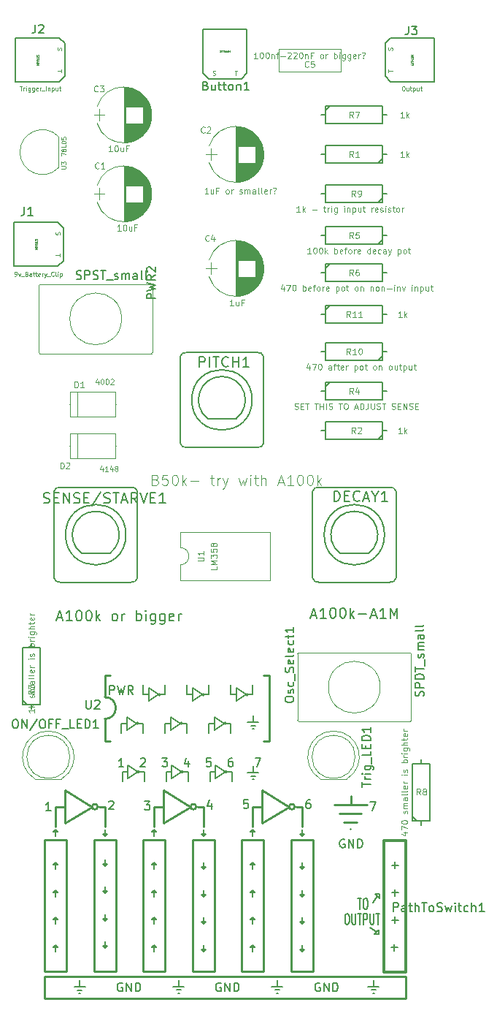
<source format=gbr>
G04 #@! TF.GenerationSoftware,KiCad,Pcbnew,(5.0.0-rc2-dev-311-g1dd4af297)*
G04 #@! TF.CreationDate,2018-03-30T01:51:19-07:00*
G04 #@! TF.ProjectId,workshop_drum1.1,776F726B73686F705F6472756D312E31,rev?*
G04 #@! TF.SameCoordinates,Original*
G04 #@! TF.FileFunction,Legend,Top*
G04 #@! TF.FilePolarity,Positive*
%FSLAX46Y46*%
G04 Gerber Fmt 4.6, Leading zero omitted, Abs format (unit mm)*
G04 Created by KiCad (PCBNEW (5.0.0-rc2-dev-311-g1dd4af297)) date 03/30/18 01:51:19*
%MOMM*%
%LPD*%
G01*
G04 APERTURE LIST*
%ADD10C,0.150000*%
%ADD11C,0.250000*%
%ADD12C,0.120000*%
%ADD13C,0.350000*%
%ADD14C,0.127000*%
%ADD15C,0.125000*%
%ADD16C,0.190500*%
%ADD17C,0.062500*%
%ADD18C,0.100000*%
%ADD19C,0.152400*%
%ADD20C,0.050000*%
G04 APERTURE END LIST*
D10*
X138557000Y-124841000D02*
X138557000Y-125984000D01*
X142875000Y-124841000D02*
X141732000Y-125603000D01*
X148717000Y-124841000D02*
X148717000Y-125984000D01*
X136652000Y-124079000D02*
X137795000Y-124841000D01*
X136017000Y-124841000D02*
X136652000Y-124841000D01*
X141732000Y-124841000D02*
X141732000Y-124079000D01*
X143129000Y-124841000D02*
G75*
G03X143129000Y-124841000I-127000J0D01*
G01*
X146177000Y-125984000D02*
X146177000Y-124841000D01*
X148209000Y-124841000D02*
G75*
G03X148209000Y-124841000I-127000J0D01*
G01*
X148209000Y-124841000D02*
X148717000Y-124841000D01*
X141732000Y-125603000D02*
X141732000Y-124841000D01*
X143129000Y-124841000D02*
X143637000Y-124841000D01*
X136652000Y-124841000D02*
X136652000Y-124079000D01*
X137795000Y-124841000D02*
X136652000Y-125603000D01*
X136652000Y-125603000D02*
X136652000Y-124841000D01*
X138049000Y-124841000D02*
X138557000Y-124841000D01*
X143637000Y-124841000D02*
X143637000Y-125984000D01*
X146812000Y-124841000D02*
X146812000Y-124079000D01*
X141732000Y-124079000D02*
X142875000Y-124841000D01*
X136017000Y-125984000D02*
X136017000Y-124841000D01*
X138049000Y-124841000D02*
G75*
G03X138049000Y-124841000I-127000J0D01*
G01*
X141097000Y-124841000D02*
X141732000Y-124841000D01*
X141097000Y-125984000D02*
X141097000Y-124841000D01*
X146177000Y-124841000D02*
X146812000Y-124841000D01*
X146812000Y-124079000D02*
X147955000Y-124841000D01*
X146812000Y-125603000D02*
X146812000Y-124841000D01*
X147955000Y-124841000D02*
X146812000Y-125603000D01*
X150939500Y-125349000D02*
X151447500Y-125349000D01*
X151257000Y-125730000D02*
X151130000Y-125730000D01*
X151193500Y-124968000D02*
X151193500Y-124206000D01*
X151828500Y-124968000D02*
X150558500Y-124968000D01*
D11*
X133985000Y-118745000D02*
X133985000Y-121285000D01*
X133985000Y-116205000D02*
X133985000Y-113665000D01*
X133985000Y-113665000D02*
X134620000Y-113665000D01*
X133985000Y-116205000D02*
G75*
G02X133985000Y-118745000I0J-1270000D01*
G01*
X134620000Y-121285000D02*
X133985000Y-121285000D01*
X153035000Y-113665000D02*
X152400000Y-113665000D01*
X153035000Y-121285000D02*
X153035000Y-113665000D01*
X152400000Y-121285000D02*
X153035000Y-121285000D01*
D10*
X165798500Y-149733000D02*
X164528500Y-149733000D01*
X164909500Y-150114000D02*
X165417500Y-150114000D01*
X165163500Y-149733000D02*
X165163500Y-148971000D01*
X165227000Y-150495000D02*
X165100000Y-150495000D01*
X154051000Y-150495000D02*
X153924000Y-150495000D01*
X154622500Y-149733000D02*
X153352500Y-149733000D01*
X153733500Y-150114000D02*
X154241500Y-150114000D01*
X153987500Y-149733000D02*
X153987500Y-148971000D01*
X142621000Y-150495000D02*
X142494000Y-150495000D01*
X143192500Y-149733000D02*
X141922500Y-149733000D01*
X142303500Y-150114000D02*
X142811500Y-150114000D01*
X142557500Y-149733000D02*
X142557500Y-148971000D01*
X131064000Y-149796500D02*
X131064000Y-149034500D01*
X131127500Y-150558500D02*
X131000500Y-150558500D01*
X130810000Y-150177500D02*
X131318000Y-150177500D01*
X131699000Y-149796500D02*
X130429000Y-149796500D01*
D11*
X168910000Y-148590000D02*
X168910000Y-151130000D01*
X168910000Y-151130000D02*
X132080000Y-151130000D01*
X134620000Y-148590000D02*
X168910000Y-148590000D01*
D10*
X156845000Y-145669000D02*
X156845000Y-144907000D01*
X139446000Y-145161000D02*
X139700000Y-144907000D01*
X151130000Y-144907000D02*
X151384000Y-145161000D01*
X156845000Y-145669000D02*
X156591000Y-145415000D01*
X145669000Y-145415000D02*
X145415000Y-145669000D01*
X145415000Y-145669000D02*
X145415000Y-144907000D01*
X145415000Y-145669000D02*
X145161000Y-145415000D01*
X157099000Y-145415000D02*
X156845000Y-145669000D01*
X151130000Y-144907000D02*
X151130000Y-145669000D01*
X145161000Y-145415000D02*
X145669000Y-145415000D01*
X150876000Y-145161000D02*
X151130000Y-144907000D01*
X151384000Y-145161000D02*
X150876000Y-145161000D01*
X139700000Y-144907000D02*
X139700000Y-145669000D01*
X139700000Y-144907000D02*
X139954000Y-145161000D01*
X156591000Y-145415000D02*
X157099000Y-145415000D01*
X139954000Y-145161000D02*
X139446000Y-145161000D01*
X157099000Y-142240000D02*
X156845000Y-142494000D01*
X145669000Y-142240000D02*
X145415000Y-142494000D01*
X145415000Y-142494000D02*
X145415000Y-141732000D01*
X139700000Y-141732000D02*
X139954000Y-141986000D01*
X151130000Y-141732000D02*
X151130000Y-142494000D01*
X156845000Y-142494000D02*
X156845000Y-141732000D01*
X139446000Y-141986000D02*
X139700000Y-141732000D01*
X139954000Y-141986000D02*
X139446000Y-141986000D01*
X151384000Y-141986000D02*
X150876000Y-141986000D01*
X145161000Y-142240000D02*
X145669000Y-142240000D01*
X145415000Y-142494000D02*
X145161000Y-142240000D01*
X139700000Y-141732000D02*
X139700000Y-142494000D01*
X151130000Y-141732000D02*
X151384000Y-141986000D01*
X150876000Y-141986000D02*
X151130000Y-141732000D01*
X156845000Y-142494000D02*
X156591000Y-142240000D01*
X156591000Y-142240000D02*
X157099000Y-142240000D01*
X139954000Y-138811000D02*
X139446000Y-138811000D01*
X145669000Y-139065000D02*
X145415000Y-139319000D01*
X151384000Y-138811000D02*
X150876000Y-138811000D01*
X139700000Y-138557000D02*
X139954000Y-138811000D01*
X145161000Y-139065000D02*
X145669000Y-139065000D01*
X139446000Y-138811000D02*
X139700000Y-138557000D01*
X145415000Y-139319000D02*
X145161000Y-139065000D01*
X139700000Y-138557000D02*
X139700000Y-139319000D01*
X145415000Y-139319000D02*
X145415000Y-138557000D01*
X151130000Y-138557000D02*
X151384000Y-138811000D01*
X150876000Y-138811000D02*
X151130000Y-138557000D01*
X151130000Y-138557000D02*
X151130000Y-139319000D01*
X157099000Y-139065000D02*
X156845000Y-139319000D01*
X156845000Y-139319000D02*
X156845000Y-138557000D01*
X156845000Y-139319000D02*
X156591000Y-139065000D01*
X156591000Y-139065000D02*
X157099000Y-139065000D01*
X145415000Y-136144000D02*
X145161000Y-135890000D01*
X151130000Y-135382000D02*
X151384000Y-135636000D01*
X151384000Y-135636000D02*
X150876000Y-135636000D01*
X139446000Y-135636000D02*
X139700000Y-135382000D01*
X139954000Y-135636000D02*
X139446000Y-135636000D01*
X139700000Y-135382000D02*
X139954000Y-135636000D01*
X139700000Y-135382000D02*
X139700000Y-136144000D01*
X145161000Y-135890000D02*
X145669000Y-135890000D01*
X145415000Y-136144000D02*
X145415000Y-135382000D01*
X145669000Y-135890000D02*
X145415000Y-136144000D01*
X150876000Y-135636000D02*
X151130000Y-135382000D01*
X151130000Y-135382000D02*
X151130000Y-136144000D01*
X157099000Y-135890000D02*
X156845000Y-136144000D01*
X156845000Y-136144000D02*
X156845000Y-135382000D01*
X156845000Y-136144000D02*
X156591000Y-135890000D01*
X156591000Y-135890000D02*
X157099000Y-135890000D01*
X133985000Y-135763000D02*
X133731000Y-135509000D01*
X133985000Y-135763000D02*
X133985000Y-135001000D01*
X133731000Y-135509000D02*
X134239000Y-135509000D01*
X134239000Y-135509000D02*
X133985000Y-135763000D01*
X133985000Y-138938000D02*
X133731000Y-138684000D01*
X134239000Y-138684000D02*
X133985000Y-138938000D01*
X133985000Y-138938000D02*
X133985000Y-138176000D01*
X133731000Y-138684000D02*
X134239000Y-138684000D01*
X133985000Y-142113000D02*
X133985000Y-141351000D01*
X133985000Y-142113000D02*
X133731000Y-141859000D01*
X133731000Y-141859000D02*
X134239000Y-141859000D01*
X134239000Y-141859000D02*
X133985000Y-142113000D01*
X133985000Y-145288000D02*
X133985000Y-144526000D01*
X134239000Y-145034000D02*
X133985000Y-145288000D01*
X133985000Y-145288000D02*
X133731000Y-145034000D01*
X133731000Y-145034000D02*
X134239000Y-145034000D01*
X128524000Y-145161000D02*
X128016000Y-145161000D01*
X128016000Y-145161000D02*
X128270000Y-144907000D01*
X128270000Y-144907000D02*
X128524000Y-145161000D01*
X128270000Y-144907000D02*
X128270000Y-145669000D01*
X128270000Y-141732000D02*
X128524000Y-141986000D01*
X128016000Y-141986000D02*
X128270000Y-141732000D01*
X128270000Y-141732000D02*
X128270000Y-142494000D01*
X128524000Y-141986000D02*
X128016000Y-141986000D01*
X128270000Y-138557000D02*
X128524000Y-138811000D01*
X128524000Y-138811000D02*
X128016000Y-138811000D01*
X128016000Y-138811000D02*
X128270000Y-138557000D01*
X128270000Y-138557000D02*
X128270000Y-139319000D01*
X128270000Y-135382000D02*
X128270000Y-136144000D01*
X128270000Y-135382000D02*
X128524000Y-135636000D01*
X128524000Y-135636000D02*
X128016000Y-135636000D01*
X128016000Y-135636000D02*
X128270000Y-135382000D01*
D11*
X127000000Y-148590000D02*
X161290000Y-148590000D01*
X127000000Y-151130000D02*
X127000000Y-148590000D01*
X163830000Y-151130000D02*
X127000000Y-151130000D01*
X128270000Y-128905000D02*
X129349500Y-128905000D01*
X133985000Y-128905000D02*
X133350000Y-128905000D01*
D10*
X133159500Y-128905000D02*
X133350000Y-128905000D01*
D11*
X133159500Y-128905000D02*
G75*
G03X133159500Y-128905000I-317500J0D01*
G01*
X132524500Y-128905000D02*
X129349500Y-130810000D01*
X129349500Y-127000000D02*
X132524500Y-128905000D01*
X129349500Y-130810000D02*
X129349500Y-127000000D01*
X132715000Y-132715000D02*
X132715000Y-147955000D01*
X135255000Y-147955000D02*
X135255000Y-132715000D01*
X132715000Y-147955000D02*
X135255000Y-147955000D01*
X135255000Y-132715000D02*
X132715000Y-132715000D01*
X129540000Y-132715000D02*
X127000000Y-132715000D01*
X129540000Y-147955000D02*
X129540000Y-132715000D01*
X127000000Y-147955000D02*
X129540000Y-147955000D01*
X127000000Y-132715000D02*
X127000000Y-147955000D01*
D10*
X133985000Y-132334000D02*
X133731000Y-132080000D01*
X133731000Y-132080000D02*
X134239000Y-132080000D01*
X134239000Y-132080000D02*
X133985000Y-132334000D01*
X133985000Y-132334000D02*
X133985000Y-131572000D01*
X128016000Y-131826000D02*
X128270000Y-131572000D01*
X128270000Y-131572000D02*
X128270000Y-132334000D01*
X128524000Y-131826000D02*
X128016000Y-131826000D01*
X128270000Y-131572000D02*
X128524000Y-131826000D01*
D11*
X128270000Y-128905000D02*
X128270000Y-131191000D01*
X133985000Y-128905000D02*
X133985000Y-131191000D01*
X145415000Y-128905000D02*
X144780000Y-128905000D01*
X146685000Y-147955000D02*
X146685000Y-132715000D01*
D10*
X144589500Y-128905000D02*
X144780000Y-128905000D01*
D11*
X139700000Y-128905000D02*
X140779500Y-128905000D01*
X140779500Y-130810000D02*
X140779500Y-127000000D01*
X140970000Y-132715000D02*
X138430000Y-132715000D01*
X140779500Y-127000000D02*
X143954500Y-128905000D01*
X138430000Y-147955000D02*
X140970000Y-147955000D01*
X144145000Y-132715000D02*
X144145000Y-147955000D01*
X138430000Y-132715000D02*
X138430000Y-147955000D01*
D10*
X145415000Y-132334000D02*
X145161000Y-132080000D01*
D11*
X144589500Y-128905000D02*
G75*
G03X144589500Y-128905000I-317500J0D01*
G01*
X143954500Y-128905000D02*
X140779500Y-130810000D01*
X144145000Y-147955000D02*
X146685000Y-147955000D01*
X146685000Y-132715000D02*
X144145000Y-132715000D01*
X140970000Y-147955000D02*
X140970000Y-132715000D01*
D10*
X139446000Y-131826000D02*
X139700000Y-131572000D01*
D11*
X139700000Y-128905000D02*
X139700000Y-131191000D01*
D10*
X139954000Y-131826000D02*
X139446000Y-131826000D01*
D11*
X145415000Y-128905000D02*
X145415000Y-131191000D01*
D10*
X139700000Y-131572000D02*
X139954000Y-131826000D01*
X139700000Y-131572000D02*
X139700000Y-132334000D01*
X145161000Y-132080000D02*
X145669000Y-132080000D01*
X145669000Y-132080000D02*
X145415000Y-132334000D01*
X145415000Y-132334000D02*
X145415000Y-131572000D01*
D11*
X155575000Y-147955000D02*
X158115000Y-147955000D01*
D10*
X150876000Y-131826000D02*
X151130000Y-131572000D01*
D11*
X152400000Y-147955000D02*
X152400000Y-132715000D01*
D10*
X151130000Y-131572000D02*
X151130000Y-132334000D01*
X157099000Y-132080000D02*
X156845000Y-132334000D01*
X156845000Y-132334000D02*
X156845000Y-131572000D01*
D11*
X151130000Y-128905000D02*
X151130000Y-131191000D01*
X155384500Y-128905000D02*
X152209500Y-130810000D01*
X156845000Y-128905000D02*
X156845000Y-131191000D01*
D10*
X151130000Y-131572000D02*
X151384000Y-131826000D01*
X156591000Y-132080000D02*
X157099000Y-132080000D01*
D11*
X158115000Y-132715000D02*
X155575000Y-132715000D01*
X149860000Y-132715000D02*
X149860000Y-147955000D01*
D10*
X156845000Y-132334000D02*
X156591000Y-132080000D01*
D11*
X156019500Y-128905000D02*
G75*
G03X156019500Y-128905000I-317500J0D01*
G01*
D10*
X151384000Y-131826000D02*
X150876000Y-131826000D01*
D11*
X152209500Y-130810000D02*
X152209500Y-127000000D01*
X151130000Y-128905000D02*
X152209500Y-128905000D01*
X152400000Y-132715000D02*
X149860000Y-132715000D01*
X149860000Y-147955000D02*
X152400000Y-147955000D01*
X152209500Y-127000000D02*
X155384500Y-128905000D01*
D10*
X156019500Y-128905000D02*
X156210000Y-128905000D01*
D11*
X158115000Y-147955000D02*
X158115000Y-132715000D01*
X155575000Y-132715000D02*
X155575000Y-147955000D01*
X156845000Y-128905000D02*
X156210000Y-128905000D01*
X162560000Y-127635000D02*
X162560000Y-128714500D01*
X160591500Y-128714500D02*
X164401500Y-128714500D01*
X161226500Y-129667000D02*
X163766500Y-129667000D01*
X161734500Y-130683000D02*
X163258500Y-130683000D01*
X162486500Y-131445000D02*
X162506500Y-131445000D01*
D10*
X135890000Y-120396000D02*
X135890000Y-119253000D01*
X135890000Y-119253000D02*
X136525000Y-119253000D01*
X136525000Y-119253000D02*
X136525000Y-118491000D01*
X136525000Y-118491000D02*
X137668000Y-119253000D01*
X137668000Y-119253000D02*
X136525000Y-120015000D01*
X136525000Y-120015000D02*
X136525000Y-119253000D01*
X137922000Y-119253000D02*
G75*
G03X137922000Y-119253000I-127000J0D01*
G01*
X137922000Y-119253000D02*
X138430000Y-119253000D01*
X138430000Y-119253000D02*
X138430000Y-120396000D01*
X143510000Y-119253000D02*
X143510000Y-120396000D01*
X142748000Y-119253000D02*
X141605000Y-120015000D01*
X140970000Y-119253000D02*
X141605000Y-119253000D01*
X140970000Y-120396000D02*
X140970000Y-119253000D01*
X141605000Y-119253000D02*
X141605000Y-118491000D01*
X141605000Y-118491000D02*
X142748000Y-119253000D01*
X143002000Y-119253000D02*
G75*
G03X143002000Y-119253000I-127000J0D01*
G01*
X143002000Y-119253000D02*
X143510000Y-119253000D01*
X141605000Y-120015000D02*
X141605000Y-119253000D01*
X146050000Y-119253000D02*
X146685000Y-119253000D01*
X148082000Y-119253000D02*
X148590000Y-119253000D01*
X148590000Y-119253000D02*
X148590000Y-120396000D01*
X148082000Y-119253000D02*
G75*
G03X148082000Y-119253000I-127000J0D01*
G01*
X146050000Y-120396000D02*
X146050000Y-119253000D01*
X146685000Y-119253000D02*
X146685000Y-118491000D01*
X146685000Y-118491000D02*
X147828000Y-119253000D01*
X146685000Y-120015000D02*
X146685000Y-119253000D01*
X147828000Y-119253000D02*
X146685000Y-120015000D01*
X149245304Y-115920836D02*
X149245304Y-116682836D01*
X148610304Y-115920836D02*
X149245304Y-115920836D01*
X151150304Y-115920836D02*
X151150304Y-114777836D01*
X148610304Y-114777836D02*
X148610304Y-115920836D01*
X149245304Y-116682836D02*
X150388304Y-115920836D01*
X149245304Y-115158836D02*
X149245304Y-115920836D01*
X150642304Y-115920836D02*
X151150304Y-115920836D01*
X150388304Y-115920836D02*
X149245304Y-115158836D01*
X150642304Y-115920836D02*
G75*
G03X150642304Y-115920836I-127000J0D01*
G01*
X144165304Y-116682836D02*
X145308304Y-115920836D01*
X145562304Y-115920836D02*
X146070304Y-115920836D01*
X145308304Y-115920836D02*
X144165304Y-115158836D01*
X144165304Y-115158836D02*
X144165304Y-115920836D01*
X144165304Y-115920836D02*
X144165304Y-116682836D01*
X143530304Y-115920836D02*
X144165304Y-115920836D01*
X145562304Y-115920836D02*
G75*
G03X145562304Y-115920836I-127000J0D01*
G01*
X143530304Y-114777836D02*
X143530304Y-115920836D01*
X146070304Y-115920836D02*
X146070304Y-114777836D01*
X139085304Y-115158836D02*
X139085304Y-115920836D01*
X138450304Y-115920836D02*
X139085304Y-115920836D01*
X140482304Y-115920836D02*
X140990304Y-115920836D01*
X140482304Y-115920836D02*
G75*
G03X140482304Y-115920836I-127000J0D01*
G01*
X138450304Y-114777836D02*
X138450304Y-115920836D01*
X139085304Y-116682836D02*
X140228304Y-115920836D01*
X139085304Y-115920836D02*
X139085304Y-116682836D01*
X140228304Y-115920836D02*
X139085304Y-115158836D01*
X140990304Y-115920836D02*
X140990304Y-114777836D01*
X150939500Y-119507000D02*
X151447500Y-119507000D01*
X151193500Y-119126000D02*
X151193500Y-118364000D01*
X151828500Y-119126000D02*
X150558500Y-119126000D01*
X151257000Y-119888000D02*
X151130000Y-119888000D01*
X123626000Y-39860000D02*
X123626000Y-44940000D01*
X123626000Y-44940000D02*
X128706000Y-44940000D01*
X128706000Y-44940000D02*
X129341000Y-44305000D01*
X129341000Y-44305000D02*
X129341000Y-40495000D01*
X129341000Y-40495000D02*
X128706000Y-39860000D01*
X128706000Y-39860000D02*
X123626000Y-39860000D01*
X145396000Y-43940000D02*
X145396000Y-38860000D01*
X146031000Y-44575000D02*
X145396000Y-43940000D01*
X149841000Y-44575000D02*
X146031000Y-44575000D01*
X150476000Y-43940000D02*
X149841000Y-44575000D01*
X150476000Y-38860000D02*
X150476000Y-43940000D01*
X145396000Y-38860000D02*
X150476000Y-38860000D01*
X167132000Y-39860000D02*
X172212000Y-39860000D01*
X166497000Y-40495000D02*
X167132000Y-39860000D01*
X166497000Y-44305000D02*
X166497000Y-40495000D01*
X167132000Y-44940000D02*
X166497000Y-44305000D01*
X172212000Y-44940000D02*
X167132000Y-44940000D01*
X172212000Y-39860000D02*
X172212000Y-44940000D01*
X159126000Y-71882000D02*
X159634000Y-71882000D01*
X166746000Y-71882000D02*
X166238000Y-71882000D01*
X166238000Y-71882000D02*
X166238000Y-70866000D01*
X166238000Y-70866000D02*
X159634000Y-70866000D01*
X159634000Y-70866000D02*
X159634000Y-72898000D01*
X159634000Y-72898000D02*
X166238000Y-72898000D01*
X166238000Y-72898000D02*
X166238000Y-71882000D01*
X159634000Y-71374000D02*
X160142000Y-70866000D01*
D12*
X142736000Y-100900000D02*
X142736000Y-102670000D01*
X142736000Y-102670000D02*
X153136000Y-102670000D01*
X153136000Y-102670000D02*
X153136000Y-97130000D01*
X153136000Y-97130000D02*
X142736000Y-97130000D01*
X142736000Y-97130000D02*
X142736000Y-98900000D01*
X142736000Y-98900000D02*
G75*
G02X142736000Y-100900000I0J-1000000D01*
G01*
D10*
X123444000Y-61214000D02*
X123444000Y-66294000D01*
X123444000Y-66294000D02*
X128524000Y-66294000D01*
X128524000Y-66294000D02*
X129159000Y-65659000D01*
X129159000Y-65659000D02*
X129159000Y-61849000D01*
X129159000Y-61849000D02*
X128524000Y-61214000D01*
X128524000Y-61214000D02*
X123444000Y-61214000D01*
X165328940Y-139000290D02*
X165582940Y-139254290D01*
X165074940Y-140016290D02*
X165582940Y-139254290D01*
X165582940Y-139254290D02*
X165836940Y-139508290D01*
X165836940Y-139000290D02*
X165328940Y-139000290D01*
X165836940Y-139508290D02*
X165836940Y-139000290D01*
X165735000Y-143129000D02*
X165481000Y-143383000D01*
X165735000Y-143637000D02*
X165735000Y-143129000D01*
X165227000Y-143637000D02*
X165735000Y-143637000D01*
X165481000Y-143383000D02*
X165227000Y-143637000D01*
X164719000Y-142875000D02*
X165481000Y-143383000D01*
D13*
X168910000Y-148082000D02*
X166370000Y-148082000D01*
X168910000Y-132842000D02*
X166370000Y-132842000D01*
X168910000Y-148082000D02*
X168910000Y-132842000D01*
X166370000Y-132842000D02*
X166370000Y-148082000D01*
D12*
X127436462Y-120140000D02*
G75*
G03X125891170Y-125690000I-462J-2990000D01*
G01*
X127435538Y-120140000D02*
G75*
G02X128980830Y-125690000I462J-2990000D01*
G01*
X129936000Y-123130000D02*
G75*
G03X129936000Y-123130000I-2500000J0D01*
G01*
X125891000Y-125690000D02*
X128981000Y-125690000D01*
X158983000Y-125690000D02*
X162073000Y-125690000D01*
X163028000Y-123130000D02*
G75*
G03X163028000Y-123130000I-2500000J0D01*
G01*
X160527538Y-120140000D02*
G75*
G02X162072830Y-125690000I462J-2990000D01*
G01*
X160528462Y-120140000D02*
G75*
G03X158983170Y-125690000I-462J-2990000D01*
G01*
X161334000Y-43728000D02*
X154214000Y-43728000D01*
X161334000Y-41108000D02*
X154214000Y-41108000D01*
X161334000Y-43728000D02*
X161334000Y-41108000D01*
X154214000Y-43728000D02*
X154214000Y-41108000D01*
X139274440Y-58891357D02*
G75*
G03X139274236Y-56932000I-3088440J979357D01*
G01*
X139274440Y-58891357D02*
G75*
G02X133097764Y-58892000I-3088440J979357D01*
G01*
X139274440Y-56932643D02*
G75*
G03X133097764Y-56932000I-3088440J-979357D01*
G01*
X133336000Y-57262000D02*
X133336000Y-58562000D01*
X132736000Y-57912000D02*
X133936000Y-57912000D01*
X139387000Y-57444000D02*
X139387000Y-58380000D01*
X139347000Y-57236000D02*
X139347000Y-58588000D01*
X139307000Y-57078000D02*
X139307000Y-58746000D01*
X139267000Y-56946000D02*
X139267000Y-58878000D01*
X139227000Y-56831000D02*
X139227000Y-58993000D01*
X139187000Y-56728000D02*
X139187000Y-59096000D01*
X139147000Y-56634000D02*
X139147000Y-59190000D01*
X139107000Y-56548000D02*
X139107000Y-59276000D01*
X139067000Y-56467000D02*
X139067000Y-59357000D01*
X139027000Y-56392000D02*
X139027000Y-59432000D01*
X138987000Y-56321000D02*
X138987000Y-59503000D01*
X138947000Y-56254000D02*
X138947000Y-59570000D01*
X138907000Y-56191000D02*
X138907000Y-59633000D01*
X138867000Y-56131000D02*
X138867000Y-59693000D01*
X138827000Y-56073000D02*
X138827000Y-59751000D01*
X138787000Y-56018000D02*
X138787000Y-59806000D01*
X138747000Y-55966000D02*
X138747000Y-59858000D01*
X138707000Y-55915000D02*
X138707000Y-59909000D01*
X138667000Y-55867000D02*
X138667000Y-59957000D01*
X138627000Y-55820000D02*
X138627000Y-60004000D01*
X138587000Y-55775000D02*
X138587000Y-60049000D01*
X138547000Y-55732000D02*
X138547000Y-60092000D01*
X138507000Y-55690000D02*
X138507000Y-60134000D01*
X138467000Y-55650000D02*
X138467000Y-60174000D01*
X138427000Y-55611000D02*
X138427000Y-60213000D01*
X138387000Y-58892000D02*
X138387000Y-60251000D01*
X138387000Y-55573000D02*
X138387000Y-56932000D01*
X138347000Y-58892000D02*
X138347000Y-60287000D01*
X138347000Y-55537000D02*
X138347000Y-56932000D01*
X138307000Y-58892000D02*
X138307000Y-60323000D01*
X138307000Y-55501000D02*
X138307000Y-56932000D01*
X138267000Y-58892000D02*
X138267000Y-60357000D01*
X138267000Y-55467000D02*
X138267000Y-56932000D01*
X138227000Y-58892000D02*
X138227000Y-60390000D01*
X138227000Y-55434000D02*
X138227000Y-56932000D01*
X138187000Y-58892000D02*
X138187000Y-60422000D01*
X138187000Y-55402000D02*
X138187000Y-56932000D01*
X138147000Y-58892000D02*
X138147000Y-60452000D01*
X138147000Y-55372000D02*
X138147000Y-56932000D01*
X138107000Y-58892000D02*
X138107000Y-60482000D01*
X138107000Y-55342000D02*
X138107000Y-56932000D01*
X138067000Y-58892000D02*
X138067000Y-60511000D01*
X138067000Y-55313000D02*
X138067000Y-56932000D01*
X138027000Y-58892000D02*
X138027000Y-60539000D01*
X138027000Y-55285000D02*
X138027000Y-56932000D01*
X137987000Y-58892000D02*
X137987000Y-60566000D01*
X137987000Y-55258000D02*
X137987000Y-56932000D01*
X137947000Y-58892000D02*
X137947000Y-60593000D01*
X137947000Y-55231000D02*
X137947000Y-56932000D01*
X137907000Y-58892000D02*
X137907000Y-60618000D01*
X137907000Y-55206000D02*
X137907000Y-56932000D01*
X137867000Y-58892000D02*
X137867000Y-60643000D01*
X137867000Y-55181000D02*
X137867000Y-56932000D01*
X137827000Y-58892000D02*
X137827000Y-60667000D01*
X137827000Y-55157000D02*
X137827000Y-56932000D01*
X137787000Y-58892000D02*
X137787000Y-60690000D01*
X137787000Y-55134000D02*
X137787000Y-56932000D01*
X137747000Y-58892000D02*
X137747000Y-60712000D01*
X137747000Y-55112000D02*
X137747000Y-56932000D01*
X137707000Y-58892000D02*
X137707000Y-60734000D01*
X137707000Y-55090000D02*
X137707000Y-56932000D01*
X137667000Y-58892000D02*
X137667000Y-60755000D01*
X137667000Y-55069000D02*
X137667000Y-56932000D01*
X137627000Y-58892000D02*
X137627000Y-60775000D01*
X137627000Y-55049000D02*
X137627000Y-56932000D01*
X137587000Y-58892000D02*
X137587000Y-60794000D01*
X137587000Y-55030000D02*
X137587000Y-56932000D01*
X137547000Y-58892000D02*
X137547000Y-60813000D01*
X137547000Y-55011000D02*
X137547000Y-56932000D01*
X137507000Y-58892000D02*
X137507000Y-60831000D01*
X137507000Y-54993000D02*
X137507000Y-56932000D01*
X137467000Y-58892000D02*
X137467000Y-60849000D01*
X137467000Y-54975000D02*
X137467000Y-56932000D01*
X137427000Y-58892000D02*
X137427000Y-60866000D01*
X137427000Y-54958000D02*
X137427000Y-56932000D01*
X137387000Y-58892000D02*
X137387000Y-60882000D01*
X137387000Y-54942000D02*
X137387000Y-56932000D01*
X137347000Y-58892000D02*
X137347000Y-60898000D01*
X137347000Y-54926000D02*
X137347000Y-56932000D01*
X137307000Y-58892000D02*
X137307000Y-60913000D01*
X137307000Y-54911000D02*
X137307000Y-56932000D01*
X137267000Y-58892000D02*
X137267000Y-60927000D01*
X137267000Y-54897000D02*
X137267000Y-56932000D01*
X137227000Y-58892000D02*
X137227000Y-60941000D01*
X137227000Y-54883000D02*
X137227000Y-56932000D01*
X137187000Y-58892000D02*
X137187000Y-60954000D01*
X137187000Y-54870000D02*
X137187000Y-56932000D01*
X137147000Y-58892000D02*
X137147000Y-60967000D01*
X137147000Y-54857000D02*
X137147000Y-56932000D01*
X137107000Y-58892000D02*
X137107000Y-60979000D01*
X137107000Y-54845000D02*
X137107000Y-56932000D01*
X137067000Y-58892000D02*
X137067000Y-60991000D01*
X137067000Y-54833000D02*
X137067000Y-56932000D01*
X137027000Y-58892000D02*
X137027000Y-61002000D01*
X137027000Y-54822000D02*
X137027000Y-56932000D01*
X136987000Y-58892000D02*
X136987000Y-61012000D01*
X136987000Y-54812000D02*
X136987000Y-56932000D01*
X136947000Y-58892000D02*
X136947000Y-61022000D01*
X136947000Y-54802000D02*
X136947000Y-56932000D01*
X136907000Y-58892000D02*
X136907000Y-61031000D01*
X136907000Y-54793000D02*
X136907000Y-56932000D01*
X136866000Y-58892000D02*
X136866000Y-61040000D01*
X136866000Y-54784000D02*
X136866000Y-56932000D01*
X136826000Y-58892000D02*
X136826000Y-61049000D01*
X136826000Y-54775000D02*
X136826000Y-56932000D01*
X136786000Y-58892000D02*
X136786000Y-61056000D01*
X136786000Y-54768000D02*
X136786000Y-56932000D01*
X136746000Y-58892000D02*
X136746000Y-61064000D01*
X136746000Y-54760000D02*
X136746000Y-56932000D01*
X136706000Y-58892000D02*
X136706000Y-61070000D01*
X136706000Y-54754000D02*
X136706000Y-56932000D01*
X136666000Y-58892000D02*
X136666000Y-61077000D01*
X136666000Y-54747000D02*
X136666000Y-56932000D01*
X136626000Y-58892000D02*
X136626000Y-61082000D01*
X136626000Y-54742000D02*
X136626000Y-56932000D01*
X136586000Y-58892000D02*
X136586000Y-61088000D01*
X136586000Y-54736000D02*
X136586000Y-56932000D01*
X136546000Y-58892000D02*
X136546000Y-61092000D01*
X136546000Y-54732000D02*
X136546000Y-56932000D01*
X136506000Y-58892000D02*
X136506000Y-61097000D01*
X136506000Y-54727000D02*
X136506000Y-56932000D01*
X136466000Y-58892000D02*
X136466000Y-61100000D01*
X136466000Y-54724000D02*
X136466000Y-56932000D01*
X136426000Y-54720000D02*
X136426000Y-61104000D01*
X136386000Y-54718000D02*
X136386000Y-61106000D01*
X136346000Y-54715000D02*
X136346000Y-61109000D01*
X136306000Y-54714000D02*
X136306000Y-61110000D01*
X136266000Y-54712000D02*
X136266000Y-61112000D01*
X136226000Y-54712000D02*
X136226000Y-61112000D01*
X136186000Y-54712000D02*
X136186000Y-61112000D01*
X149186000Y-50140000D02*
X149186000Y-56540000D01*
X149226000Y-50140000D02*
X149226000Y-56540000D01*
X149266000Y-50140000D02*
X149266000Y-56540000D01*
X149306000Y-50142000D02*
X149306000Y-56538000D01*
X149346000Y-50143000D02*
X149346000Y-56537000D01*
X149386000Y-50146000D02*
X149386000Y-56534000D01*
X149426000Y-50148000D02*
X149426000Y-56532000D01*
X149466000Y-50152000D02*
X149466000Y-52360000D01*
X149466000Y-54320000D02*
X149466000Y-56528000D01*
X149506000Y-50155000D02*
X149506000Y-52360000D01*
X149506000Y-54320000D02*
X149506000Y-56525000D01*
X149546000Y-50160000D02*
X149546000Y-52360000D01*
X149546000Y-54320000D02*
X149546000Y-56520000D01*
X149586000Y-50164000D02*
X149586000Y-52360000D01*
X149586000Y-54320000D02*
X149586000Y-56516000D01*
X149626000Y-50170000D02*
X149626000Y-52360000D01*
X149626000Y-54320000D02*
X149626000Y-56510000D01*
X149666000Y-50175000D02*
X149666000Y-52360000D01*
X149666000Y-54320000D02*
X149666000Y-56505000D01*
X149706000Y-50182000D02*
X149706000Y-52360000D01*
X149706000Y-54320000D02*
X149706000Y-56498000D01*
X149746000Y-50188000D02*
X149746000Y-52360000D01*
X149746000Y-54320000D02*
X149746000Y-56492000D01*
X149786000Y-50196000D02*
X149786000Y-52360000D01*
X149786000Y-54320000D02*
X149786000Y-56484000D01*
X149826000Y-50203000D02*
X149826000Y-52360000D01*
X149826000Y-54320000D02*
X149826000Y-56477000D01*
X149866000Y-50212000D02*
X149866000Y-52360000D01*
X149866000Y-54320000D02*
X149866000Y-56468000D01*
X149907000Y-50221000D02*
X149907000Y-52360000D01*
X149907000Y-54320000D02*
X149907000Y-56459000D01*
X149947000Y-50230000D02*
X149947000Y-52360000D01*
X149947000Y-54320000D02*
X149947000Y-56450000D01*
X149987000Y-50240000D02*
X149987000Y-52360000D01*
X149987000Y-54320000D02*
X149987000Y-56440000D01*
X150027000Y-50250000D02*
X150027000Y-52360000D01*
X150027000Y-54320000D02*
X150027000Y-56430000D01*
X150067000Y-50261000D02*
X150067000Y-52360000D01*
X150067000Y-54320000D02*
X150067000Y-56419000D01*
X150107000Y-50273000D02*
X150107000Y-52360000D01*
X150107000Y-54320000D02*
X150107000Y-56407000D01*
X150147000Y-50285000D02*
X150147000Y-52360000D01*
X150147000Y-54320000D02*
X150147000Y-56395000D01*
X150187000Y-50298000D02*
X150187000Y-52360000D01*
X150187000Y-54320000D02*
X150187000Y-56382000D01*
X150227000Y-50311000D02*
X150227000Y-52360000D01*
X150227000Y-54320000D02*
X150227000Y-56369000D01*
X150267000Y-50325000D02*
X150267000Y-52360000D01*
X150267000Y-54320000D02*
X150267000Y-56355000D01*
X150307000Y-50339000D02*
X150307000Y-52360000D01*
X150307000Y-54320000D02*
X150307000Y-56341000D01*
X150347000Y-50354000D02*
X150347000Y-52360000D01*
X150347000Y-54320000D02*
X150347000Y-56326000D01*
X150387000Y-50370000D02*
X150387000Y-52360000D01*
X150387000Y-54320000D02*
X150387000Y-56310000D01*
X150427000Y-50386000D02*
X150427000Y-52360000D01*
X150427000Y-54320000D02*
X150427000Y-56294000D01*
X150467000Y-50403000D02*
X150467000Y-52360000D01*
X150467000Y-54320000D02*
X150467000Y-56277000D01*
X150507000Y-50421000D02*
X150507000Y-52360000D01*
X150507000Y-54320000D02*
X150507000Y-56259000D01*
X150547000Y-50439000D02*
X150547000Y-52360000D01*
X150547000Y-54320000D02*
X150547000Y-56241000D01*
X150587000Y-50458000D02*
X150587000Y-52360000D01*
X150587000Y-54320000D02*
X150587000Y-56222000D01*
X150627000Y-50477000D02*
X150627000Y-52360000D01*
X150627000Y-54320000D02*
X150627000Y-56203000D01*
X150667000Y-50497000D02*
X150667000Y-52360000D01*
X150667000Y-54320000D02*
X150667000Y-56183000D01*
X150707000Y-50518000D02*
X150707000Y-52360000D01*
X150707000Y-54320000D02*
X150707000Y-56162000D01*
X150747000Y-50540000D02*
X150747000Y-52360000D01*
X150747000Y-54320000D02*
X150747000Y-56140000D01*
X150787000Y-50562000D02*
X150787000Y-52360000D01*
X150787000Y-54320000D02*
X150787000Y-56118000D01*
X150827000Y-50585000D02*
X150827000Y-52360000D01*
X150827000Y-54320000D02*
X150827000Y-56095000D01*
X150867000Y-50609000D02*
X150867000Y-52360000D01*
X150867000Y-54320000D02*
X150867000Y-56071000D01*
X150907000Y-50634000D02*
X150907000Y-52360000D01*
X150907000Y-54320000D02*
X150907000Y-56046000D01*
X150947000Y-50659000D02*
X150947000Y-52360000D01*
X150947000Y-54320000D02*
X150947000Y-56021000D01*
X150987000Y-50686000D02*
X150987000Y-52360000D01*
X150987000Y-54320000D02*
X150987000Y-55994000D01*
X151027000Y-50713000D02*
X151027000Y-52360000D01*
X151027000Y-54320000D02*
X151027000Y-55967000D01*
X151067000Y-50741000D02*
X151067000Y-52360000D01*
X151067000Y-54320000D02*
X151067000Y-55939000D01*
X151107000Y-50770000D02*
X151107000Y-52360000D01*
X151107000Y-54320000D02*
X151107000Y-55910000D01*
X151147000Y-50800000D02*
X151147000Y-52360000D01*
X151147000Y-54320000D02*
X151147000Y-55880000D01*
X151187000Y-50830000D02*
X151187000Y-52360000D01*
X151187000Y-54320000D02*
X151187000Y-55850000D01*
X151227000Y-50862000D02*
X151227000Y-52360000D01*
X151227000Y-54320000D02*
X151227000Y-55818000D01*
X151267000Y-50895000D02*
X151267000Y-52360000D01*
X151267000Y-54320000D02*
X151267000Y-55785000D01*
X151307000Y-50929000D02*
X151307000Y-52360000D01*
X151307000Y-54320000D02*
X151307000Y-55751000D01*
X151347000Y-50965000D02*
X151347000Y-52360000D01*
X151347000Y-54320000D02*
X151347000Y-55715000D01*
X151387000Y-51001000D02*
X151387000Y-52360000D01*
X151387000Y-54320000D02*
X151387000Y-55679000D01*
X151427000Y-51039000D02*
X151427000Y-55641000D01*
X151467000Y-51078000D02*
X151467000Y-55602000D01*
X151507000Y-51118000D02*
X151507000Y-55562000D01*
X151547000Y-51160000D02*
X151547000Y-55520000D01*
X151587000Y-51203000D02*
X151587000Y-55477000D01*
X151627000Y-51248000D02*
X151627000Y-55432000D01*
X151667000Y-51295000D02*
X151667000Y-55385000D01*
X151707000Y-51343000D02*
X151707000Y-55337000D01*
X151747000Y-51394000D02*
X151747000Y-55286000D01*
X151787000Y-51446000D02*
X151787000Y-55234000D01*
X151827000Y-51501000D02*
X151827000Y-55179000D01*
X151867000Y-51559000D02*
X151867000Y-55121000D01*
X151907000Y-51619000D02*
X151907000Y-55061000D01*
X151947000Y-51682000D02*
X151947000Y-54998000D01*
X151987000Y-51749000D02*
X151987000Y-54931000D01*
X152027000Y-51820000D02*
X152027000Y-54860000D01*
X152067000Y-51895000D02*
X152067000Y-54785000D01*
X152107000Y-51976000D02*
X152107000Y-54704000D01*
X152147000Y-52062000D02*
X152147000Y-54618000D01*
X152187000Y-52156000D02*
X152187000Y-54524000D01*
X152227000Y-52259000D02*
X152227000Y-54421000D01*
X152267000Y-52374000D02*
X152267000Y-54306000D01*
X152307000Y-52506000D02*
X152307000Y-54174000D01*
X152347000Y-52664000D02*
X152347000Y-54016000D01*
X152387000Y-52872000D02*
X152387000Y-53808000D01*
X145736000Y-53340000D02*
X146936000Y-53340000D01*
X146336000Y-52690000D02*
X146336000Y-53990000D01*
X152274440Y-52360643D02*
G75*
G03X146097764Y-52360000I-3088440J-979357D01*
G01*
X152274440Y-54319357D02*
G75*
G02X146097764Y-54320000I-3088440J979357D01*
G01*
X152274440Y-54319357D02*
G75*
G03X152274236Y-52360000I-3088440J979357D01*
G01*
X139274440Y-49747357D02*
G75*
G03X139274236Y-47788000I-3088440J979357D01*
G01*
X139274440Y-49747357D02*
G75*
G02X133097764Y-49748000I-3088440J979357D01*
G01*
X139274440Y-47788643D02*
G75*
G03X133097764Y-47788000I-3088440J-979357D01*
G01*
X133336000Y-48118000D02*
X133336000Y-49418000D01*
X132736000Y-48768000D02*
X133936000Y-48768000D01*
X139387000Y-48300000D02*
X139387000Y-49236000D01*
X139347000Y-48092000D02*
X139347000Y-49444000D01*
X139307000Y-47934000D02*
X139307000Y-49602000D01*
X139267000Y-47802000D02*
X139267000Y-49734000D01*
X139227000Y-47687000D02*
X139227000Y-49849000D01*
X139187000Y-47584000D02*
X139187000Y-49952000D01*
X139147000Y-47490000D02*
X139147000Y-50046000D01*
X139107000Y-47404000D02*
X139107000Y-50132000D01*
X139067000Y-47323000D02*
X139067000Y-50213000D01*
X139027000Y-47248000D02*
X139027000Y-50288000D01*
X138987000Y-47177000D02*
X138987000Y-50359000D01*
X138947000Y-47110000D02*
X138947000Y-50426000D01*
X138907000Y-47047000D02*
X138907000Y-50489000D01*
X138867000Y-46987000D02*
X138867000Y-50549000D01*
X138827000Y-46929000D02*
X138827000Y-50607000D01*
X138787000Y-46874000D02*
X138787000Y-50662000D01*
X138747000Y-46822000D02*
X138747000Y-50714000D01*
X138707000Y-46771000D02*
X138707000Y-50765000D01*
X138667000Y-46723000D02*
X138667000Y-50813000D01*
X138627000Y-46676000D02*
X138627000Y-50860000D01*
X138587000Y-46631000D02*
X138587000Y-50905000D01*
X138547000Y-46588000D02*
X138547000Y-50948000D01*
X138507000Y-46546000D02*
X138507000Y-50990000D01*
X138467000Y-46506000D02*
X138467000Y-51030000D01*
X138427000Y-46467000D02*
X138427000Y-51069000D01*
X138387000Y-49748000D02*
X138387000Y-51107000D01*
X138387000Y-46429000D02*
X138387000Y-47788000D01*
X138347000Y-49748000D02*
X138347000Y-51143000D01*
X138347000Y-46393000D02*
X138347000Y-47788000D01*
X138307000Y-49748000D02*
X138307000Y-51179000D01*
X138307000Y-46357000D02*
X138307000Y-47788000D01*
X138267000Y-49748000D02*
X138267000Y-51213000D01*
X138267000Y-46323000D02*
X138267000Y-47788000D01*
X138227000Y-49748000D02*
X138227000Y-51246000D01*
X138227000Y-46290000D02*
X138227000Y-47788000D01*
X138187000Y-49748000D02*
X138187000Y-51278000D01*
X138187000Y-46258000D02*
X138187000Y-47788000D01*
X138147000Y-49748000D02*
X138147000Y-51308000D01*
X138147000Y-46228000D02*
X138147000Y-47788000D01*
X138107000Y-49748000D02*
X138107000Y-51338000D01*
X138107000Y-46198000D02*
X138107000Y-47788000D01*
X138067000Y-49748000D02*
X138067000Y-51367000D01*
X138067000Y-46169000D02*
X138067000Y-47788000D01*
X138027000Y-49748000D02*
X138027000Y-51395000D01*
X138027000Y-46141000D02*
X138027000Y-47788000D01*
X137987000Y-49748000D02*
X137987000Y-51422000D01*
X137987000Y-46114000D02*
X137987000Y-47788000D01*
X137947000Y-49748000D02*
X137947000Y-51449000D01*
X137947000Y-46087000D02*
X137947000Y-47788000D01*
X137907000Y-49748000D02*
X137907000Y-51474000D01*
X137907000Y-46062000D02*
X137907000Y-47788000D01*
X137867000Y-49748000D02*
X137867000Y-51499000D01*
X137867000Y-46037000D02*
X137867000Y-47788000D01*
X137827000Y-49748000D02*
X137827000Y-51523000D01*
X137827000Y-46013000D02*
X137827000Y-47788000D01*
X137787000Y-49748000D02*
X137787000Y-51546000D01*
X137787000Y-45990000D02*
X137787000Y-47788000D01*
X137747000Y-49748000D02*
X137747000Y-51568000D01*
X137747000Y-45968000D02*
X137747000Y-47788000D01*
X137707000Y-49748000D02*
X137707000Y-51590000D01*
X137707000Y-45946000D02*
X137707000Y-47788000D01*
X137667000Y-49748000D02*
X137667000Y-51611000D01*
X137667000Y-45925000D02*
X137667000Y-47788000D01*
X137627000Y-49748000D02*
X137627000Y-51631000D01*
X137627000Y-45905000D02*
X137627000Y-47788000D01*
X137587000Y-49748000D02*
X137587000Y-51650000D01*
X137587000Y-45886000D02*
X137587000Y-47788000D01*
X137547000Y-49748000D02*
X137547000Y-51669000D01*
X137547000Y-45867000D02*
X137547000Y-47788000D01*
X137507000Y-49748000D02*
X137507000Y-51687000D01*
X137507000Y-45849000D02*
X137507000Y-47788000D01*
X137467000Y-49748000D02*
X137467000Y-51705000D01*
X137467000Y-45831000D02*
X137467000Y-47788000D01*
X137427000Y-49748000D02*
X137427000Y-51722000D01*
X137427000Y-45814000D02*
X137427000Y-47788000D01*
X137387000Y-49748000D02*
X137387000Y-51738000D01*
X137387000Y-45798000D02*
X137387000Y-47788000D01*
X137347000Y-49748000D02*
X137347000Y-51754000D01*
X137347000Y-45782000D02*
X137347000Y-47788000D01*
X137307000Y-49748000D02*
X137307000Y-51769000D01*
X137307000Y-45767000D02*
X137307000Y-47788000D01*
X137267000Y-49748000D02*
X137267000Y-51783000D01*
X137267000Y-45753000D02*
X137267000Y-47788000D01*
X137227000Y-49748000D02*
X137227000Y-51797000D01*
X137227000Y-45739000D02*
X137227000Y-47788000D01*
X137187000Y-49748000D02*
X137187000Y-51810000D01*
X137187000Y-45726000D02*
X137187000Y-47788000D01*
X137147000Y-49748000D02*
X137147000Y-51823000D01*
X137147000Y-45713000D02*
X137147000Y-47788000D01*
X137107000Y-49748000D02*
X137107000Y-51835000D01*
X137107000Y-45701000D02*
X137107000Y-47788000D01*
X137067000Y-49748000D02*
X137067000Y-51847000D01*
X137067000Y-45689000D02*
X137067000Y-47788000D01*
X137027000Y-49748000D02*
X137027000Y-51858000D01*
X137027000Y-45678000D02*
X137027000Y-47788000D01*
X136987000Y-49748000D02*
X136987000Y-51868000D01*
X136987000Y-45668000D02*
X136987000Y-47788000D01*
X136947000Y-49748000D02*
X136947000Y-51878000D01*
X136947000Y-45658000D02*
X136947000Y-47788000D01*
X136907000Y-49748000D02*
X136907000Y-51887000D01*
X136907000Y-45649000D02*
X136907000Y-47788000D01*
X136866000Y-49748000D02*
X136866000Y-51896000D01*
X136866000Y-45640000D02*
X136866000Y-47788000D01*
X136826000Y-49748000D02*
X136826000Y-51905000D01*
X136826000Y-45631000D02*
X136826000Y-47788000D01*
X136786000Y-49748000D02*
X136786000Y-51912000D01*
X136786000Y-45624000D02*
X136786000Y-47788000D01*
X136746000Y-49748000D02*
X136746000Y-51920000D01*
X136746000Y-45616000D02*
X136746000Y-47788000D01*
X136706000Y-49748000D02*
X136706000Y-51926000D01*
X136706000Y-45610000D02*
X136706000Y-47788000D01*
X136666000Y-49748000D02*
X136666000Y-51933000D01*
X136666000Y-45603000D02*
X136666000Y-47788000D01*
X136626000Y-49748000D02*
X136626000Y-51938000D01*
X136626000Y-45598000D02*
X136626000Y-47788000D01*
X136586000Y-49748000D02*
X136586000Y-51944000D01*
X136586000Y-45592000D02*
X136586000Y-47788000D01*
X136546000Y-49748000D02*
X136546000Y-51948000D01*
X136546000Y-45588000D02*
X136546000Y-47788000D01*
X136506000Y-49748000D02*
X136506000Y-51953000D01*
X136506000Y-45583000D02*
X136506000Y-47788000D01*
X136466000Y-49748000D02*
X136466000Y-51956000D01*
X136466000Y-45580000D02*
X136466000Y-47788000D01*
X136426000Y-45576000D02*
X136426000Y-51960000D01*
X136386000Y-45574000D02*
X136386000Y-51962000D01*
X136346000Y-45571000D02*
X136346000Y-51965000D01*
X136306000Y-45570000D02*
X136306000Y-51966000D01*
X136266000Y-45568000D02*
X136266000Y-51968000D01*
X136226000Y-45568000D02*
X136226000Y-51968000D01*
X136186000Y-45568000D02*
X136186000Y-51968000D01*
X149186000Y-63348000D02*
X149186000Y-69748000D01*
X149226000Y-63348000D02*
X149226000Y-69748000D01*
X149266000Y-63348000D02*
X149266000Y-69748000D01*
X149306000Y-63350000D02*
X149306000Y-69746000D01*
X149346000Y-63351000D02*
X149346000Y-69745000D01*
X149386000Y-63354000D02*
X149386000Y-69742000D01*
X149426000Y-63356000D02*
X149426000Y-69740000D01*
X149466000Y-63360000D02*
X149466000Y-65568000D01*
X149466000Y-67528000D02*
X149466000Y-69736000D01*
X149506000Y-63363000D02*
X149506000Y-65568000D01*
X149506000Y-67528000D02*
X149506000Y-69733000D01*
X149546000Y-63368000D02*
X149546000Y-65568000D01*
X149546000Y-67528000D02*
X149546000Y-69728000D01*
X149586000Y-63372000D02*
X149586000Y-65568000D01*
X149586000Y-67528000D02*
X149586000Y-69724000D01*
X149626000Y-63378000D02*
X149626000Y-65568000D01*
X149626000Y-67528000D02*
X149626000Y-69718000D01*
X149666000Y-63383000D02*
X149666000Y-65568000D01*
X149666000Y-67528000D02*
X149666000Y-69713000D01*
X149706000Y-63390000D02*
X149706000Y-65568000D01*
X149706000Y-67528000D02*
X149706000Y-69706000D01*
X149746000Y-63396000D02*
X149746000Y-65568000D01*
X149746000Y-67528000D02*
X149746000Y-69700000D01*
X149786000Y-63404000D02*
X149786000Y-65568000D01*
X149786000Y-67528000D02*
X149786000Y-69692000D01*
X149826000Y-63411000D02*
X149826000Y-65568000D01*
X149826000Y-67528000D02*
X149826000Y-69685000D01*
X149866000Y-63420000D02*
X149866000Y-65568000D01*
X149866000Y-67528000D02*
X149866000Y-69676000D01*
X149907000Y-63429000D02*
X149907000Y-65568000D01*
X149907000Y-67528000D02*
X149907000Y-69667000D01*
X149947000Y-63438000D02*
X149947000Y-65568000D01*
X149947000Y-67528000D02*
X149947000Y-69658000D01*
X149987000Y-63448000D02*
X149987000Y-65568000D01*
X149987000Y-67528000D02*
X149987000Y-69648000D01*
X150027000Y-63458000D02*
X150027000Y-65568000D01*
X150027000Y-67528000D02*
X150027000Y-69638000D01*
X150067000Y-63469000D02*
X150067000Y-65568000D01*
X150067000Y-67528000D02*
X150067000Y-69627000D01*
X150107000Y-63481000D02*
X150107000Y-65568000D01*
X150107000Y-67528000D02*
X150107000Y-69615000D01*
X150147000Y-63493000D02*
X150147000Y-65568000D01*
X150147000Y-67528000D02*
X150147000Y-69603000D01*
X150187000Y-63506000D02*
X150187000Y-65568000D01*
X150187000Y-67528000D02*
X150187000Y-69590000D01*
X150227000Y-63519000D02*
X150227000Y-65568000D01*
X150227000Y-67528000D02*
X150227000Y-69577000D01*
X150267000Y-63533000D02*
X150267000Y-65568000D01*
X150267000Y-67528000D02*
X150267000Y-69563000D01*
X150307000Y-63547000D02*
X150307000Y-65568000D01*
X150307000Y-67528000D02*
X150307000Y-69549000D01*
X150347000Y-63562000D02*
X150347000Y-65568000D01*
X150347000Y-67528000D02*
X150347000Y-69534000D01*
X150387000Y-63578000D02*
X150387000Y-65568000D01*
X150387000Y-67528000D02*
X150387000Y-69518000D01*
X150427000Y-63594000D02*
X150427000Y-65568000D01*
X150427000Y-67528000D02*
X150427000Y-69502000D01*
X150467000Y-63611000D02*
X150467000Y-65568000D01*
X150467000Y-67528000D02*
X150467000Y-69485000D01*
X150507000Y-63629000D02*
X150507000Y-65568000D01*
X150507000Y-67528000D02*
X150507000Y-69467000D01*
X150547000Y-63647000D02*
X150547000Y-65568000D01*
X150547000Y-67528000D02*
X150547000Y-69449000D01*
X150587000Y-63666000D02*
X150587000Y-65568000D01*
X150587000Y-67528000D02*
X150587000Y-69430000D01*
X150627000Y-63685000D02*
X150627000Y-65568000D01*
X150627000Y-67528000D02*
X150627000Y-69411000D01*
X150667000Y-63705000D02*
X150667000Y-65568000D01*
X150667000Y-67528000D02*
X150667000Y-69391000D01*
X150707000Y-63726000D02*
X150707000Y-65568000D01*
X150707000Y-67528000D02*
X150707000Y-69370000D01*
X150747000Y-63748000D02*
X150747000Y-65568000D01*
X150747000Y-67528000D02*
X150747000Y-69348000D01*
X150787000Y-63770000D02*
X150787000Y-65568000D01*
X150787000Y-67528000D02*
X150787000Y-69326000D01*
X150827000Y-63793000D02*
X150827000Y-65568000D01*
X150827000Y-67528000D02*
X150827000Y-69303000D01*
X150867000Y-63817000D02*
X150867000Y-65568000D01*
X150867000Y-67528000D02*
X150867000Y-69279000D01*
X150907000Y-63842000D02*
X150907000Y-65568000D01*
X150907000Y-67528000D02*
X150907000Y-69254000D01*
X150947000Y-63867000D02*
X150947000Y-65568000D01*
X150947000Y-67528000D02*
X150947000Y-69229000D01*
X150987000Y-63894000D02*
X150987000Y-65568000D01*
X150987000Y-67528000D02*
X150987000Y-69202000D01*
X151027000Y-63921000D02*
X151027000Y-65568000D01*
X151027000Y-67528000D02*
X151027000Y-69175000D01*
X151067000Y-63949000D02*
X151067000Y-65568000D01*
X151067000Y-67528000D02*
X151067000Y-69147000D01*
X151107000Y-63978000D02*
X151107000Y-65568000D01*
X151107000Y-67528000D02*
X151107000Y-69118000D01*
X151147000Y-64008000D02*
X151147000Y-65568000D01*
X151147000Y-67528000D02*
X151147000Y-69088000D01*
X151187000Y-64038000D02*
X151187000Y-65568000D01*
X151187000Y-67528000D02*
X151187000Y-69058000D01*
X151227000Y-64070000D02*
X151227000Y-65568000D01*
X151227000Y-67528000D02*
X151227000Y-69026000D01*
X151267000Y-64103000D02*
X151267000Y-65568000D01*
X151267000Y-67528000D02*
X151267000Y-68993000D01*
X151307000Y-64137000D02*
X151307000Y-65568000D01*
X151307000Y-67528000D02*
X151307000Y-68959000D01*
X151347000Y-64173000D02*
X151347000Y-65568000D01*
X151347000Y-67528000D02*
X151347000Y-68923000D01*
X151387000Y-64209000D02*
X151387000Y-65568000D01*
X151387000Y-67528000D02*
X151387000Y-68887000D01*
X151427000Y-64247000D02*
X151427000Y-68849000D01*
X151467000Y-64286000D02*
X151467000Y-68810000D01*
X151507000Y-64326000D02*
X151507000Y-68770000D01*
X151547000Y-64368000D02*
X151547000Y-68728000D01*
X151587000Y-64411000D02*
X151587000Y-68685000D01*
X151627000Y-64456000D02*
X151627000Y-68640000D01*
X151667000Y-64503000D02*
X151667000Y-68593000D01*
X151707000Y-64551000D02*
X151707000Y-68545000D01*
X151747000Y-64602000D02*
X151747000Y-68494000D01*
X151787000Y-64654000D02*
X151787000Y-68442000D01*
X151827000Y-64709000D02*
X151827000Y-68387000D01*
X151867000Y-64767000D02*
X151867000Y-68329000D01*
X151907000Y-64827000D02*
X151907000Y-68269000D01*
X151947000Y-64890000D02*
X151947000Y-68206000D01*
X151987000Y-64957000D02*
X151987000Y-68139000D01*
X152027000Y-65028000D02*
X152027000Y-68068000D01*
X152067000Y-65103000D02*
X152067000Y-67993000D01*
X152107000Y-65184000D02*
X152107000Y-67912000D01*
X152147000Y-65270000D02*
X152147000Y-67826000D01*
X152187000Y-65364000D02*
X152187000Y-67732000D01*
X152227000Y-65467000D02*
X152227000Y-67629000D01*
X152267000Y-65582000D02*
X152267000Y-67514000D01*
X152307000Y-65714000D02*
X152307000Y-67382000D01*
X152347000Y-65872000D02*
X152347000Y-67224000D01*
X152387000Y-66080000D02*
X152387000Y-67016000D01*
X145736000Y-66548000D02*
X146936000Y-66548000D01*
X146336000Y-65898000D02*
X146336000Y-67198000D01*
X152274440Y-65568643D02*
G75*
G03X146097764Y-65568000I-3088440J-979357D01*
G01*
X152274440Y-67527357D02*
G75*
G02X146097764Y-67528000I-3088440J979357D01*
G01*
X152274440Y-67527357D02*
G75*
G03X152274236Y-65568000I-3088440J979357D01*
G01*
X130768000Y-85712000D02*
X130768000Y-88532000D01*
X135318000Y-87122000D02*
X135248000Y-87122000D01*
X129858000Y-87122000D02*
X129928000Y-87122000D01*
X135248000Y-85712000D02*
X129928000Y-85712000D01*
X135248000Y-88532000D02*
X135248000Y-85712000D01*
X129928000Y-88532000D02*
X135248000Y-88532000D01*
X129928000Y-85712000D02*
X129928000Y-88532000D01*
X129928000Y-80886000D02*
X129928000Y-83706000D01*
X129928000Y-83706000D02*
X135248000Y-83706000D01*
X135248000Y-83706000D02*
X135248000Y-80886000D01*
X135248000Y-80886000D02*
X129928000Y-80886000D01*
X129858000Y-82296000D02*
X129928000Y-82296000D01*
X135318000Y-82296000D02*
X135248000Y-82296000D01*
X130768000Y-80886000D02*
X130768000Y-83706000D01*
D10*
X170180000Y-130556000D02*
X169672000Y-130048000D01*
X171704000Y-123952000D02*
X170688000Y-123952000D01*
X171704000Y-130556000D02*
X171704000Y-123952000D01*
X169672000Y-130556000D02*
X171704000Y-130556000D01*
X169672000Y-123952000D02*
X169672000Y-130556000D01*
X170688000Y-123952000D02*
X169672000Y-123952000D01*
X170688000Y-123444000D02*
X170688000Y-123952000D01*
X170688000Y-131064000D02*
X170688000Y-130556000D01*
X159126000Y-48768000D02*
X159634000Y-48768000D01*
X166746000Y-48768000D02*
X166238000Y-48768000D01*
X166238000Y-48768000D02*
X166238000Y-47752000D01*
X166238000Y-47752000D02*
X159634000Y-47752000D01*
X159634000Y-47752000D02*
X159634000Y-49784000D01*
X159634000Y-49784000D02*
X166238000Y-49784000D01*
X166238000Y-49784000D02*
X166238000Y-48768000D01*
X159634000Y-48260000D02*
X160142000Y-47752000D01*
X159634000Y-66548000D02*
X160142000Y-66040000D01*
X166238000Y-68072000D02*
X166238000Y-67056000D01*
X159634000Y-68072000D02*
X166238000Y-68072000D01*
X159634000Y-66040000D02*
X159634000Y-68072000D01*
X166238000Y-66040000D02*
X159634000Y-66040000D01*
X166238000Y-67056000D02*
X166238000Y-66040000D01*
X166746000Y-67056000D02*
X166238000Y-67056000D01*
X159126000Y-67056000D02*
X159634000Y-67056000D01*
X166746000Y-62738000D02*
X166238000Y-62738000D01*
X159126000Y-62738000D02*
X159634000Y-62738000D01*
X159634000Y-62738000D02*
X159634000Y-63754000D01*
X159634000Y-63754000D02*
X166238000Y-63754000D01*
X166238000Y-63754000D02*
X166238000Y-61722000D01*
X166238000Y-61722000D02*
X159634000Y-61722000D01*
X159634000Y-61722000D02*
X159634000Y-62738000D01*
X166238000Y-63246000D02*
X165730000Y-63754000D01*
X159634000Y-80264000D02*
X160142000Y-79756000D01*
X166238000Y-81788000D02*
X166238000Y-80772000D01*
X159634000Y-81788000D02*
X166238000Y-81788000D01*
X159634000Y-79756000D02*
X159634000Y-81788000D01*
X166238000Y-79756000D02*
X159634000Y-79756000D01*
X166238000Y-80772000D02*
X166238000Y-79756000D01*
X166746000Y-80772000D02*
X166238000Y-80772000D01*
X159126000Y-80772000D02*
X159634000Y-80772000D01*
X125476000Y-117602000D02*
X125476000Y-117094000D01*
X125476000Y-109982000D02*
X125476000Y-110490000D01*
X125476000Y-110490000D02*
X124460000Y-110490000D01*
X124460000Y-110490000D02*
X124460000Y-117094000D01*
X124460000Y-117094000D02*
X126492000Y-117094000D01*
X126492000Y-117094000D02*
X126492000Y-110490000D01*
X126492000Y-110490000D02*
X125476000Y-110490000D01*
X124968000Y-117094000D02*
X124460000Y-116586000D01*
X166238000Y-85852000D02*
X165730000Y-86360000D01*
X159634000Y-84328000D02*
X159634000Y-85344000D01*
X166238000Y-84328000D02*
X159634000Y-84328000D01*
X166238000Y-86360000D02*
X166238000Y-84328000D01*
X159634000Y-86360000D02*
X166238000Y-86360000D01*
X159634000Y-85344000D02*
X159634000Y-86360000D01*
X159126000Y-85344000D02*
X159634000Y-85344000D01*
X166746000Y-85344000D02*
X166238000Y-85344000D01*
X166746000Y-53340000D02*
X166238000Y-53340000D01*
X159126000Y-53340000D02*
X159634000Y-53340000D01*
X159634000Y-53340000D02*
X159634000Y-54356000D01*
X159634000Y-54356000D02*
X166238000Y-54356000D01*
X166238000Y-54356000D02*
X166238000Y-52324000D01*
X166238000Y-52324000D02*
X159634000Y-52324000D01*
X159634000Y-52324000D02*
X159634000Y-53340000D01*
X166238000Y-53848000D02*
X165730000Y-54356000D01*
X166238000Y-58420000D02*
X165730000Y-58928000D01*
X159634000Y-56896000D02*
X159634000Y-57912000D01*
X166238000Y-56896000D02*
X159634000Y-56896000D01*
X166238000Y-58928000D02*
X166238000Y-56896000D01*
X159634000Y-58928000D02*
X166238000Y-58928000D01*
X159634000Y-57912000D02*
X159634000Y-58928000D01*
X159126000Y-57912000D02*
X159634000Y-57912000D01*
X166746000Y-57912000D02*
X166238000Y-57912000D01*
X166746000Y-76200000D02*
X166238000Y-76200000D01*
X159126000Y-76200000D02*
X159634000Y-76200000D01*
X159634000Y-76200000D02*
X159634000Y-77216000D01*
X159634000Y-77216000D02*
X166238000Y-77216000D01*
X166238000Y-77216000D02*
X166238000Y-75184000D01*
X166238000Y-75184000D02*
X159634000Y-75184000D01*
X159634000Y-75184000D02*
X159634000Y-76200000D01*
X166238000Y-76708000D02*
X165730000Y-77216000D01*
D12*
X128584478Y-51247522D02*
G75*
G03X124146000Y-53086000I-1838478J-1838478D01*
G01*
X128584478Y-54924478D02*
G75*
G02X124146000Y-53086000I-1838478J1838478D01*
G01*
X128596000Y-54886000D02*
X128596000Y-51286000D01*
D14*
X166436163Y-97401843D02*
G75*
G03X166436163Y-97401843I-3500000J0D01*
G01*
X167790163Y-102391943D02*
G75*
G02X167026263Y-102901843I-636900J127000D01*
G01*
X158846063Y-102901843D02*
X167026263Y-102901843D01*
X158846063Y-102901843D02*
G75*
G02X158082163Y-102391943I-127000J636900D01*
G01*
X158082163Y-92411743D02*
X158082163Y-102391943D01*
X158082163Y-92411743D02*
G75*
G02X158846063Y-91901843I636900J-127000D01*
G01*
X167026263Y-91901843D02*
X158846063Y-91901843D01*
X167026263Y-91901843D02*
G75*
G02X167790163Y-92411743I127000J-636900D01*
G01*
X167790163Y-102391943D02*
X167790163Y-92411743D01*
D10*
X164587000Y-99559000D02*
G75*
G03X161285000Y-99559000I-1651000J2159000D01*
G01*
X161285000Y-99559000D02*
X164587000Y-99559000D01*
X145923000Y-83947000D02*
X149225000Y-83947000D01*
X149225000Y-83947000D02*
G75*
G03X145923000Y-83947000I-1651000J2159000D01*
G01*
D14*
X152428163Y-86779943D02*
X152428163Y-76799743D01*
X151664263Y-76289843D02*
G75*
G02X152428163Y-76799743I127000J-636900D01*
G01*
X151664263Y-76289843D02*
X143484063Y-76289843D01*
X142720163Y-76799743D02*
G75*
G02X143484063Y-76289843I636900J-127000D01*
G01*
X142720163Y-76799743D02*
X142720163Y-86779943D01*
X143484063Y-87289843D02*
G75*
G02X142720163Y-86779943I-127000J636900D01*
G01*
X143484063Y-87289843D02*
X151664263Y-87289843D01*
X152428163Y-86779943D02*
G75*
G02X151664263Y-87289843I-636900J127000D01*
G01*
X151074163Y-81789843D02*
G75*
G03X151074163Y-81789843I-3500000J0D01*
G01*
X136436163Y-97401843D02*
G75*
G03X136436163Y-97401843I-3500000J0D01*
G01*
X137790163Y-102391943D02*
G75*
G02X137026263Y-102901843I-636900J127000D01*
G01*
X128846063Y-102901843D02*
X137026263Y-102901843D01*
X128846063Y-102901843D02*
G75*
G02X128082163Y-102391943I-127000J636900D01*
G01*
X128082163Y-92411743D02*
X128082163Y-102391943D01*
X128082163Y-92411743D02*
G75*
G02X128846063Y-91901843I636900J-127000D01*
G01*
X137026263Y-91901843D02*
X128846063Y-91901843D01*
X137026263Y-91901843D02*
G75*
G02X137790163Y-92411743I127000J-636900D01*
G01*
X137790163Y-102391943D02*
X137790163Y-92411743D01*
D10*
X134587000Y-99559000D02*
G75*
G03X131285000Y-99559000I-1651000J2159000D01*
G01*
X131285000Y-99559000D02*
X134587000Y-99559000D01*
D15*
X169540000Y-118935500D02*
G75*
G02X169413000Y-119062500I-127000J0D01*
G01*
X156332000Y-111188500D02*
G75*
G02X156459000Y-111061500I127000J0D01*
G01*
X169413000Y-111061500D02*
G75*
G02X169540000Y-111188500I0J-127000D01*
G01*
X156459000Y-119062500D02*
G75*
G02X156332000Y-118935500I0J127000D01*
G01*
X165936000Y-115062000D02*
G75*
G03X165936000Y-115062000I-3000000J0D01*
G01*
X169436000Y-119062000D02*
X156436000Y-119062000D01*
X169536000Y-111162000D02*
X169536000Y-118962000D01*
X156436000Y-111062000D02*
X169436000Y-111062000D01*
X156336000Y-118962000D02*
X156336000Y-111162000D01*
X126332000Y-68526500D02*
G75*
G02X126459000Y-68399500I127000J0D01*
G01*
X139540000Y-76273500D02*
G75*
G02X139413000Y-76400500I-127000J0D01*
G01*
X126459000Y-76400500D02*
G75*
G02X126332000Y-76273500I0J127000D01*
G01*
X139413000Y-68399500D02*
G75*
G02X139540000Y-68526500I0J-127000D01*
G01*
X135936000Y-72400000D02*
G75*
G03X135936000Y-72400000I-3000000J0D01*
G01*
X126436000Y-68400000D02*
X139436000Y-68400000D01*
X126336000Y-76300000D02*
X126336000Y-68500000D01*
X139436000Y-76400000D02*
X126436000Y-76400000D01*
X139536000Y-68500000D02*
X139536000Y-76300000D01*
D16*
X131813904Y-116537619D02*
X131813904Y-117360095D01*
X131862285Y-117456857D01*
X131910666Y-117505238D01*
X132007428Y-117553619D01*
X132200952Y-117553619D01*
X132297714Y-117505238D01*
X132346095Y-117456857D01*
X132394476Y-117360095D01*
X132394476Y-116537619D01*
X132829904Y-116634380D02*
X132878285Y-116586000D01*
X132975047Y-116537619D01*
X133216952Y-116537619D01*
X133313714Y-116586000D01*
X133362095Y-116634380D01*
X133410476Y-116731142D01*
X133410476Y-116827904D01*
X133362095Y-116973047D01*
X132781523Y-117553619D01*
X133410476Y-117553619D01*
D10*
X151431666Y-123277380D02*
X152098333Y-123277380D01*
X151669761Y-124277380D01*
X148780476Y-123277380D02*
X148590000Y-123277380D01*
X148494761Y-123325000D01*
X148447142Y-123372619D01*
X148351904Y-123515476D01*
X148304285Y-123705952D01*
X148304285Y-124086904D01*
X148351904Y-124182142D01*
X148399523Y-124229761D01*
X148494761Y-124277380D01*
X148685238Y-124277380D01*
X148780476Y-124229761D01*
X148828095Y-124182142D01*
X148875714Y-124086904D01*
X148875714Y-123848809D01*
X148828095Y-123753571D01*
X148780476Y-123705952D01*
X148685238Y-123658333D01*
X148494761Y-123658333D01*
X148399523Y-123705952D01*
X148351904Y-123753571D01*
X148304285Y-123848809D01*
X146288095Y-123277380D02*
X145811904Y-123277380D01*
X145764285Y-123753571D01*
X145811904Y-123705952D01*
X145907142Y-123658333D01*
X146145238Y-123658333D01*
X146240476Y-123705952D01*
X146288095Y-123753571D01*
X146335714Y-123848809D01*
X146335714Y-124086904D01*
X146288095Y-124182142D01*
X146240476Y-124229761D01*
X146145238Y-124277380D01*
X145907142Y-124277380D01*
X145811904Y-124229761D01*
X145764285Y-124182142D01*
X143700476Y-123610714D02*
X143700476Y-124277380D01*
X143462380Y-123229761D02*
X143224285Y-123944047D01*
X143843333Y-123944047D01*
X140636666Y-123277380D02*
X141255714Y-123277380D01*
X140922380Y-123658333D01*
X141065238Y-123658333D01*
X141160476Y-123705952D01*
X141208095Y-123753571D01*
X141255714Y-123848809D01*
X141255714Y-124086904D01*
X141208095Y-124182142D01*
X141160476Y-124229761D01*
X141065238Y-124277380D01*
X140779523Y-124277380D01*
X140684285Y-124229761D01*
X140636666Y-124182142D01*
X138144285Y-123372619D02*
X138191904Y-123325000D01*
X138287142Y-123277380D01*
X138525238Y-123277380D01*
X138620476Y-123325000D01*
X138668095Y-123372619D01*
X138715714Y-123467857D01*
X138715714Y-123563095D01*
X138668095Y-123705952D01*
X138096666Y-124277380D01*
X138715714Y-124277380D01*
X136175714Y-124277380D02*
X135604285Y-124277380D01*
X135890000Y-124277380D02*
X135890000Y-123277380D01*
X135794761Y-123420238D01*
X135699523Y-123515476D01*
X135604285Y-123563095D01*
X161798095Y-132723000D02*
X161702857Y-132675380D01*
X161560000Y-132675380D01*
X161417142Y-132723000D01*
X161321904Y-132818238D01*
X161274285Y-132913476D01*
X161226666Y-133103952D01*
X161226666Y-133246809D01*
X161274285Y-133437285D01*
X161321904Y-133532523D01*
X161417142Y-133627761D01*
X161560000Y-133675380D01*
X161655238Y-133675380D01*
X161798095Y-133627761D01*
X161845714Y-133580142D01*
X161845714Y-133246809D01*
X161655238Y-133246809D01*
X162274285Y-133675380D02*
X162274285Y-132675380D01*
X162845714Y-133675380D01*
X162845714Y-132675380D01*
X163321904Y-133675380D02*
X163321904Y-132675380D01*
X163560000Y-132675380D01*
X163702857Y-132723000D01*
X163798095Y-132818238D01*
X163845714Y-132913476D01*
X163893333Y-133103952D01*
X163893333Y-133246809D01*
X163845714Y-133437285D01*
X163798095Y-133532523D01*
X163702857Y-133627761D01*
X163560000Y-133675380D01*
X163321904Y-133675380D01*
X164766666Y-128357380D02*
X165433333Y-128357380D01*
X165004761Y-129357380D01*
X157797476Y-128103380D02*
X157607000Y-128103380D01*
X157511761Y-128151000D01*
X157464142Y-128198619D01*
X157368904Y-128341476D01*
X157321285Y-128531952D01*
X157321285Y-128912904D01*
X157368904Y-129008142D01*
X157416523Y-129055761D01*
X157511761Y-129103380D01*
X157702238Y-129103380D01*
X157797476Y-129055761D01*
X157845095Y-129008142D01*
X157892714Y-128912904D01*
X157892714Y-128674809D01*
X157845095Y-128579571D01*
X157797476Y-128531952D01*
X157702238Y-128484333D01*
X157511761Y-128484333D01*
X157416523Y-128531952D01*
X157368904Y-128579571D01*
X157321285Y-128674809D01*
X150606095Y-128103380D02*
X150129904Y-128103380D01*
X150082285Y-128579571D01*
X150129904Y-128531952D01*
X150225142Y-128484333D01*
X150463238Y-128484333D01*
X150558476Y-128531952D01*
X150606095Y-128579571D01*
X150653714Y-128674809D01*
X150653714Y-128912904D01*
X150606095Y-129008142D01*
X150558476Y-129055761D01*
X150463238Y-129103380D01*
X150225142Y-129103380D01*
X150129904Y-129055761D01*
X150082285Y-129008142D01*
X146367476Y-128500214D02*
X146367476Y-129166880D01*
X146129380Y-128119261D02*
X145891285Y-128833547D01*
X146510333Y-128833547D01*
X138604666Y-128293880D02*
X139223714Y-128293880D01*
X138890380Y-128674833D01*
X139033238Y-128674833D01*
X139128476Y-128722452D01*
X139176095Y-128770071D01*
X139223714Y-128865309D01*
X139223714Y-129103404D01*
X139176095Y-129198642D01*
X139128476Y-129246261D01*
X139033238Y-129293880D01*
X138747523Y-129293880D01*
X138652285Y-129246261D01*
X138604666Y-129198642D01*
X134461285Y-128325619D02*
X134508904Y-128278000D01*
X134604142Y-128230380D01*
X134842238Y-128230380D01*
X134937476Y-128278000D01*
X134985095Y-128325619D01*
X135032714Y-128420857D01*
X135032714Y-128516095D01*
X134985095Y-128658952D01*
X134413666Y-129230380D01*
X135032714Y-129230380D01*
X127730214Y-129357380D02*
X127158785Y-129357380D01*
X127444500Y-129357380D02*
X127444500Y-128357380D01*
X127349261Y-128500238D01*
X127254023Y-128595476D01*
X127158785Y-128643095D01*
X158940595Y-149360000D02*
X158845357Y-149312380D01*
X158702500Y-149312380D01*
X158559642Y-149360000D01*
X158464404Y-149455238D01*
X158416785Y-149550476D01*
X158369166Y-149740952D01*
X158369166Y-149883809D01*
X158416785Y-150074285D01*
X158464404Y-150169523D01*
X158559642Y-150264761D01*
X158702500Y-150312380D01*
X158797738Y-150312380D01*
X158940595Y-150264761D01*
X158988214Y-150217142D01*
X158988214Y-149883809D01*
X158797738Y-149883809D01*
X159416785Y-150312380D02*
X159416785Y-149312380D01*
X159988214Y-150312380D01*
X159988214Y-149312380D01*
X160464404Y-150312380D02*
X160464404Y-149312380D01*
X160702500Y-149312380D01*
X160845357Y-149360000D01*
X160940595Y-149455238D01*
X160988214Y-149550476D01*
X161035833Y-149740952D01*
X161035833Y-149883809D01*
X160988214Y-150074285D01*
X160940595Y-150169523D01*
X160845357Y-150264761D01*
X160702500Y-150312380D01*
X160464404Y-150312380D01*
X147447095Y-149360000D02*
X147351857Y-149312380D01*
X147209000Y-149312380D01*
X147066142Y-149360000D01*
X146970904Y-149455238D01*
X146923285Y-149550476D01*
X146875666Y-149740952D01*
X146875666Y-149883809D01*
X146923285Y-150074285D01*
X146970904Y-150169523D01*
X147066142Y-150264761D01*
X147209000Y-150312380D01*
X147304238Y-150312380D01*
X147447095Y-150264761D01*
X147494714Y-150217142D01*
X147494714Y-149883809D01*
X147304238Y-149883809D01*
X147923285Y-150312380D02*
X147923285Y-149312380D01*
X148494714Y-150312380D01*
X148494714Y-149312380D01*
X148970904Y-150312380D02*
X148970904Y-149312380D01*
X149209000Y-149312380D01*
X149351857Y-149360000D01*
X149447095Y-149455238D01*
X149494714Y-149550476D01*
X149542333Y-149740952D01*
X149542333Y-149883809D01*
X149494714Y-150074285D01*
X149447095Y-150169523D01*
X149351857Y-150264761D01*
X149209000Y-150312380D01*
X148970904Y-150312380D01*
X136017095Y-149360000D02*
X135921857Y-149312380D01*
X135779000Y-149312380D01*
X135636142Y-149360000D01*
X135540904Y-149455238D01*
X135493285Y-149550476D01*
X135445666Y-149740952D01*
X135445666Y-149883809D01*
X135493285Y-150074285D01*
X135540904Y-150169523D01*
X135636142Y-150264761D01*
X135779000Y-150312380D01*
X135874238Y-150312380D01*
X136017095Y-150264761D01*
X136064714Y-150217142D01*
X136064714Y-149883809D01*
X135874238Y-149883809D01*
X136493285Y-150312380D02*
X136493285Y-149312380D01*
X137064714Y-150312380D01*
X137064714Y-149312380D01*
X137540904Y-150312380D02*
X137540904Y-149312380D01*
X137779000Y-149312380D01*
X137921857Y-149360000D01*
X138017095Y-149455238D01*
X138064714Y-149550476D01*
X138112333Y-149740952D01*
X138112333Y-149883809D01*
X138064714Y-150074285D01*
X138017095Y-150169523D01*
X137921857Y-150264761D01*
X137779000Y-150312380D01*
X137540904Y-150312380D01*
X134556666Y-115895380D02*
X134556666Y-114895380D01*
X134937619Y-114895380D01*
X135032857Y-114943000D01*
X135080476Y-114990619D01*
X135128095Y-115085857D01*
X135128095Y-115228714D01*
X135080476Y-115323952D01*
X135032857Y-115371571D01*
X134937619Y-115419190D01*
X134556666Y-115419190D01*
X135461428Y-114895380D02*
X135699523Y-115895380D01*
X135890000Y-115181095D01*
X136080476Y-115895380D01*
X136318571Y-114895380D01*
X137270952Y-115895380D02*
X136937619Y-115419190D01*
X136699523Y-115895380D02*
X136699523Y-114895380D01*
X137080476Y-114895380D01*
X137175714Y-114943000D01*
X137223333Y-114990619D01*
X137270952Y-115085857D01*
X137270952Y-115228714D01*
X137223333Y-115323952D01*
X137175714Y-115371571D01*
X137080476Y-115419190D01*
X136699523Y-115419190D01*
X125904666Y-38314380D02*
X125904666Y-39028666D01*
X125857047Y-39171523D01*
X125761809Y-39266761D01*
X125618952Y-39314380D01*
X125523714Y-39314380D01*
X126333238Y-38409619D02*
X126380857Y-38362000D01*
X126476095Y-38314380D01*
X126714190Y-38314380D01*
X126809428Y-38362000D01*
X126857047Y-38409619D01*
X126904666Y-38504857D01*
X126904666Y-38600095D01*
X126857047Y-38742952D01*
X126285619Y-39314380D01*
X126904666Y-39314380D01*
D15*
X124122952Y-45446190D02*
X124408666Y-45446190D01*
X124265809Y-45946190D02*
X124265809Y-45446190D01*
X124575333Y-45946190D02*
X124575333Y-45612857D01*
X124575333Y-45708095D02*
X124599142Y-45660476D01*
X124622952Y-45636666D01*
X124670571Y-45612857D01*
X124718190Y-45612857D01*
X124884857Y-45946190D02*
X124884857Y-45612857D01*
X124884857Y-45446190D02*
X124861047Y-45470000D01*
X124884857Y-45493809D01*
X124908666Y-45470000D01*
X124884857Y-45446190D01*
X124884857Y-45493809D01*
X125337238Y-45612857D02*
X125337238Y-46017619D01*
X125313428Y-46065238D01*
X125289619Y-46089047D01*
X125242000Y-46112857D01*
X125170571Y-46112857D01*
X125122952Y-46089047D01*
X125337238Y-45922380D02*
X125289619Y-45946190D01*
X125194380Y-45946190D01*
X125146761Y-45922380D01*
X125122952Y-45898571D01*
X125099142Y-45850952D01*
X125099142Y-45708095D01*
X125122952Y-45660476D01*
X125146761Y-45636666D01*
X125194380Y-45612857D01*
X125289619Y-45612857D01*
X125337238Y-45636666D01*
X125789619Y-45612857D02*
X125789619Y-46017619D01*
X125765809Y-46065238D01*
X125742000Y-46089047D01*
X125694380Y-46112857D01*
X125622952Y-46112857D01*
X125575333Y-46089047D01*
X125789619Y-45922380D02*
X125742000Y-45946190D01*
X125646761Y-45946190D01*
X125599142Y-45922380D01*
X125575333Y-45898571D01*
X125551523Y-45850952D01*
X125551523Y-45708095D01*
X125575333Y-45660476D01*
X125599142Y-45636666D01*
X125646761Y-45612857D01*
X125742000Y-45612857D01*
X125789619Y-45636666D01*
X126218190Y-45922380D02*
X126170571Y-45946190D01*
X126075333Y-45946190D01*
X126027714Y-45922380D01*
X126003904Y-45874761D01*
X126003904Y-45684285D01*
X126027714Y-45636666D01*
X126075333Y-45612857D01*
X126170571Y-45612857D01*
X126218190Y-45636666D01*
X126242000Y-45684285D01*
X126242000Y-45731904D01*
X126003904Y-45779523D01*
X126456285Y-45946190D02*
X126456285Y-45612857D01*
X126456285Y-45708095D02*
X126480095Y-45660476D01*
X126503904Y-45636666D01*
X126551523Y-45612857D01*
X126599142Y-45612857D01*
X126646761Y-45993809D02*
X127027714Y-45993809D01*
X127146761Y-45946190D02*
X127146761Y-45446190D01*
X127384857Y-45612857D02*
X127384857Y-45946190D01*
X127384857Y-45660476D02*
X127408666Y-45636666D01*
X127456285Y-45612857D01*
X127527714Y-45612857D01*
X127575333Y-45636666D01*
X127599142Y-45684285D01*
X127599142Y-45946190D01*
X127837238Y-45612857D02*
X127837238Y-46112857D01*
X127837238Y-45636666D02*
X127884857Y-45612857D01*
X127980095Y-45612857D01*
X128027714Y-45636666D01*
X128051523Y-45660476D01*
X128075333Y-45708095D01*
X128075333Y-45850952D01*
X128051523Y-45898571D01*
X128027714Y-45922380D01*
X127980095Y-45946190D01*
X127884857Y-45946190D01*
X127837238Y-45922380D01*
X128503904Y-45612857D02*
X128503904Y-45946190D01*
X128289619Y-45612857D02*
X128289619Y-45874761D01*
X128313428Y-45922380D01*
X128361047Y-45946190D01*
X128432476Y-45946190D01*
X128480095Y-45922380D01*
X128503904Y-45898571D01*
X128670571Y-45612857D02*
X128861047Y-45612857D01*
X128742000Y-45446190D02*
X128742000Y-45874761D01*
X128765809Y-45922380D01*
X128813428Y-45946190D01*
X128861047Y-45946190D01*
X128979809Y-43527142D02*
X128979809Y-43812857D01*
X128479809Y-43670000D02*
X128979809Y-43670000D01*
X128503619Y-40987142D02*
X128479809Y-41058571D01*
X128479809Y-41177619D01*
X128503619Y-41225238D01*
X128527428Y-41249047D01*
X128575047Y-41272857D01*
X128622666Y-41272857D01*
X128670285Y-41249047D01*
X128694095Y-41225238D01*
X128717904Y-41177619D01*
X128741714Y-41082380D01*
X128765523Y-41034761D01*
X128789333Y-41010952D01*
X128836952Y-40987142D01*
X128884571Y-40987142D01*
X128932190Y-41010952D01*
X128956000Y-41034761D01*
X128979809Y-41082380D01*
X128979809Y-41201428D01*
X128956000Y-41272857D01*
D17*
X126064809Y-41810714D02*
X126052904Y-41846428D01*
X126052904Y-41905952D01*
X126064809Y-41929761D01*
X126076714Y-41941666D01*
X126100523Y-41953571D01*
X126124333Y-41953571D01*
X126148142Y-41941666D01*
X126160047Y-41929761D01*
X126171952Y-41905952D01*
X126183857Y-41858333D01*
X126195761Y-41834523D01*
X126207666Y-41822619D01*
X126231476Y-41810714D01*
X126255285Y-41810714D01*
X126279095Y-41822619D01*
X126291000Y-41834523D01*
X126302904Y-41858333D01*
X126302904Y-41917857D01*
X126291000Y-41953571D01*
X126302904Y-42025000D02*
X126302904Y-42167857D01*
X126052904Y-42096428D02*
X126302904Y-42096428D01*
X126052904Y-42394047D02*
X126171952Y-42310714D01*
X126052904Y-42251190D02*
X126302904Y-42251190D01*
X126302904Y-42346428D01*
X126291000Y-42370238D01*
X126279095Y-42382142D01*
X126255285Y-42394047D01*
X126219571Y-42394047D01*
X126195761Y-42382142D01*
X126183857Y-42370238D01*
X126171952Y-42346428D01*
X126171952Y-42251190D01*
X126124333Y-42489285D02*
X126124333Y-42608333D01*
X126052904Y-42465476D02*
X126302904Y-42548809D01*
X126052904Y-42632142D01*
X126052904Y-42715476D02*
X126302904Y-42715476D01*
X126052904Y-42834523D02*
X126302904Y-42834523D01*
X126052904Y-42977380D01*
X126302904Y-42977380D01*
D10*
X145682666Y-45388571D02*
X145825523Y-45436190D01*
X145873142Y-45483809D01*
X145920761Y-45579047D01*
X145920761Y-45721904D01*
X145873142Y-45817142D01*
X145825523Y-45864761D01*
X145730285Y-45912380D01*
X145349333Y-45912380D01*
X145349333Y-44912380D01*
X145682666Y-44912380D01*
X145777904Y-44960000D01*
X145825523Y-45007619D01*
X145873142Y-45102857D01*
X145873142Y-45198095D01*
X145825523Y-45293333D01*
X145777904Y-45340952D01*
X145682666Y-45388571D01*
X145349333Y-45388571D01*
X146777904Y-45245714D02*
X146777904Y-45912380D01*
X146349333Y-45245714D02*
X146349333Y-45769523D01*
X146396952Y-45864761D01*
X146492190Y-45912380D01*
X146635047Y-45912380D01*
X146730285Y-45864761D01*
X146777904Y-45817142D01*
X147111238Y-45245714D02*
X147492190Y-45245714D01*
X147254095Y-44912380D02*
X147254095Y-45769523D01*
X147301714Y-45864761D01*
X147396952Y-45912380D01*
X147492190Y-45912380D01*
X147682666Y-45245714D02*
X148063619Y-45245714D01*
X147825523Y-44912380D02*
X147825523Y-45769523D01*
X147873142Y-45864761D01*
X147968380Y-45912380D01*
X148063619Y-45912380D01*
X148539809Y-45912380D02*
X148444571Y-45864761D01*
X148396952Y-45817142D01*
X148349333Y-45721904D01*
X148349333Y-45436190D01*
X148396952Y-45340952D01*
X148444571Y-45293333D01*
X148539809Y-45245714D01*
X148682666Y-45245714D01*
X148777904Y-45293333D01*
X148825523Y-45340952D01*
X148873142Y-45436190D01*
X148873142Y-45721904D01*
X148825523Y-45817142D01*
X148777904Y-45864761D01*
X148682666Y-45912380D01*
X148539809Y-45912380D01*
X149301714Y-45245714D02*
X149301714Y-45912380D01*
X149301714Y-45340952D02*
X149349333Y-45293333D01*
X149444571Y-45245714D01*
X149587428Y-45245714D01*
X149682666Y-45293333D01*
X149730285Y-45388571D01*
X149730285Y-45912380D01*
X150730285Y-45912380D02*
X150158857Y-45912380D01*
X150444571Y-45912380D02*
X150444571Y-44912380D01*
X150349333Y-45055238D01*
X150254095Y-45150476D01*
X150158857Y-45198095D01*
D17*
X147346714Y-41501190D02*
X147382428Y-41513095D01*
X147441952Y-41513095D01*
X147465761Y-41501190D01*
X147477666Y-41489285D01*
X147489571Y-41465476D01*
X147489571Y-41441666D01*
X147477666Y-41417857D01*
X147465761Y-41405952D01*
X147441952Y-41394047D01*
X147394333Y-41382142D01*
X147370523Y-41370238D01*
X147358619Y-41358333D01*
X147346714Y-41334523D01*
X147346714Y-41310714D01*
X147358619Y-41286904D01*
X147370523Y-41275000D01*
X147394333Y-41263095D01*
X147453857Y-41263095D01*
X147489571Y-41275000D01*
X147561000Y-41263095D02*
X147703857Y-41263095D01*
X147632428Y-41513095D02*
X147632428Y-41263095D01*
X147930047Y-41513095D02*
X147846714Y-41394047D01*
X147787190Y-41513095D02*
X147787190Y-41263095D01*
X147882428Y-41263095D01*
X147906238Y-41275000D01*
X147918142Y-41286904D01*
X147930047Y-41310714D01*
X147930047Y-41346428D01*
X147918142Y-41370238D01*
X147906238Y-41382142D01*
X147882428Y-41394047D01*
X147787190Y-41394047D01*
X148025285Y-41441666D02*
X148144333Y-41441666D01*
X148001476Y-41513095D02*
X148084809Y-41263095D01*
X148168142Y-41513095D01*
X148251476Y-41513095D02*
X148251476Y-41263095D01*
X148370523Y-41513095D02*
X148370523Y-41263095D01*
X148513380Y-41513095D01*
X148513380Y-41263095D01*
D15*
X146523142Y-44142380D02*
X146594571Y-44166190D01*
X146713619Y-44166190D01*
X146761238Y-44142380D01*
X146785047Y-44118571D01*
X146808857Y-44070952D01*
X146808857Y-44023333D01*
X146785047Y-43975714D01*
X146761238Y-43951904D01*
X146713619Y-43928095D01*
X146618380Y-43904285D01*
X146570761Y-43880476D01*
X146546952Y-43856666D01*
X146523142Y-43809047D01*
X146523142Y-43761428D01*
X146546952Y-43713809D01*
X146570761Y-43690000D01*
X146618380Y-43666190D01*
X146737428Y-43666190D01*
X146808857Y-43690000D01*
X149063142Y-43666190D02*
X149348857Y-43666190D01*
X149206000Y-44166190D02*
X149206000Y-43666190D01*
D10*
X169202666Y-38472380D02*
X169202666Y-39186666D01*
X169155047Y-39329523D01*
X169059809Y-39424761D01*
X168916952Y-39472380D01*
X168821714Y-39472380D01*
X169583619Y-38472380D02*
X170202666Y-38472380D01*
X169869333Y-38853333D01*
X170012190Y-38853333D01*
X170107428Y-38900952D01*
X170155047Y-38948571D01*
X170202666Y-39043809D01*
X170202666Y-39281904D01*
X170155047Y-39377142D01*
X170107428Y-39424761D01*
X170012190Y-39472380D01*
X169726476Y-39472380D01*
X169631238Y-39424761D01*
X169583619Y-39377142D01*
D15*
X168574095Y-45446190D02*
X168669333Y-45446190D01*
X168716952Y-45470000D01*
X168764571Y-45517619D01*
X168788380Y-45612857D01*
X168788380Y-45779523D01*
X168764571Y-45874761D01*
X168716952Y-45922380D01*
X168669333Y-45946190D01*
X168574095Y-45946190D01*
X168526476Y-45922380D01*
X168478857Y-45874761D01*
X168455047Y-45779523D01*
X168455047Y-45612857D01*
X168478857Y-45517619D01*
X168526476Y-45470000D01*
X168574095Y-45446190D01*
X169216952Y-45612857D02*
X169216952Y-45946190D01*
X169002666Y-45612857D02*
X169002666Y-45874761D01*
X169026476Y-45922380D01*
X169074095Y-45946190D01*
X169145523Y-45946190D01*
X169193142Y-45922380D01*
X169216952Y-45898571D01*
X169383619Y-45612857D02*
X169574095Y-45612857D01*
X169455047Y-45446190D02*
X169455047Y-45874761D01*
X169478857Y-45922380D01*
X169526476Y-45946190D01*
X169574095Y-45946190D01*
X169740761Y-45612857D02*
X169740761Y-46112857D01*
X169740761Y-45636666D02*
X169788380Y-45612857D01*
X169883619Y-45612857D01*
X169931238Y-45636666D01*
X169955047Y-45660476D01*
X169978857Y-45708095D01*
X169978857Y-45850952D01*
X169955047Y-45898571D01*
X169931238Y-45922380D01*
X169883619Y-45946190D01*
X169788380Y-45946190D01*
X169740761Y-45922380D01*
X170407428Y-45612857D02*
X170407428Y-45946190D01*
X170193142Y-45612857D02*
X170193142Y-45874761D01*
X170216952Y-45922380D01*
X170264571Y-45946190D01*
X170336000Y-45946190D01*
X170383619Y-45922380D01*
X170407428Y-45898571D01*
X170574095Y-45612857D02*
X170764571Y-45612857D01*
X170645523Y-45446190D02*
X170645523Y-45874761D01*
X170669333Y-45922380D01*
X170716952Y-45946190D01*
X170764571Y-45946190D01*
D17*
X169773190Y-42989285D02*
X169785095Y-42953571D01*
X169785095Y-42894047D01*
X169773190Y-42870238D01*
X169761285Y-42858333D01*
X169737476Y-42846428D01*
X169713666Y-42846428D01*
X169689857Y-42858333D01*
X169677952Y-42870238D01*
X169666047Y-42894047D01*
X169654142Y-42941666D01*
X169642238Y-42965476D01*
X169630333Y-42977380D01*
X169606523Y-42989285D01*
X169582714Y-42989285D01*
X169558904Y-42977380D01*
X169547000Y-42965476D01*
X169535095Y-42941666D01*
X169535095Y-42882142D01*
X169547000Y-42846428D01*
X169535095Y-42775000D02*
X169535095Y-42632142D01*
X169785095Y-42703571D02*
X169535095Y-42703571D01*
X169785095Y-42405952D02*
X169666047Y-42489285D01*
X169785095Y-42548809D02*
X169535095Y-42548809D01*
X169535095Y-42453571D01*
X169547000Y-42429761D01*
X169558904Y-42417857D01*
X169582714Y-42405952D01*
X169618428Y-42405952D01*
X169642238Y-42417857D01*
X169654142Y-42429761D01*
X169666047Y-42453571D01*
X169666047Y-42548809D01*
X169713666Y-42310714D02*
X169713666Y-42191666D01*
X169785095Y-42334523D02*
X169535095Y-42251190D01*
X169785095Y-42167857D01*
X169785095Y-42084523D02*
X169535095Y-42084523D01*
X169785095Y-41965476D02*
X169535095Y-41965476D01*
X169785095Y-41822619D01*
X169535095Y-41822619D01*
D15*
X167334380Y-41272857D02*
X167358190Y-41201428D01*
X167358190Y-41082380D01*
X167334380Y-41034761D01*
X167310571Y-41010952D01*
X167262952Y-40987142D01*
X167215333Y-40987142D01*
X167167714Y-41010952D01*
X167143904Y-41034761D01*
X167120095Y-41082380D01*
X167096285Y-41177619D01*
X167072476Y-41225238D01*
X167048666Y-41249047D01*
X167001047Y-41272857D01*
X166953428Y-41272857D01*
X166905809Y-41249047D01*
X166882000Y-41225238D01*
X166858190Y-41177619D01*
X166858190Y-41058571D01*
X166882000Y-40987142D01*
X166858190Y-43812857D02*
X166858190Y-43527142D01*
X167358190Y-43670000D02*
X166858190Y-43670000D01*
D18*
X162486000Y-72198666D02*
X162252666Y-71865333D01*
X162086000Y-72198666D02*
X162086000Y-71498666D01*
X162352666Y-71498666D01*
X162419333Y-71532000D01*
X162452666Y-71565333D01*
X162486000Y-71632000D01*
X162486000Y-71732000D01*
X162452666Y-71798666D01*
X162419333Y-71832000D01*
X162352666Y-71865333D01*
X162086000Y-71865333D01*
X163152666Y-72198666D02*
X162752666Y-72198666D01*
X162952666Y-72198666D02*
X162952666Y-71498666D01*
X162886000Y-71598666D01*
X162819333Y-71665333D01*
X162752666Y-71698666D01*
X163819333Y-72198666D02*
X163419333Y-72198666D01*
X163619333Y-72198666D02*
X163619333Y-71498666D01*
X163552666Y-71598666D01*
X163486000Y-71665333D01*
X163419333Y-71698666D01*
X168440666Y-72198666D02*
X168040666Y-72198666D01*
X168240666Y-72198666D02*
X168240666Y-71498666D01*
X168174000Y-71598666D01*
X168107333Y-71665333D01*
X168040666Y-71698666D01*
X168740666Y-72198666D02*
X168740666Y-71498666D01*
X168807333Y-71932000D02*
X169007333Y-72198666D01*
X169007333Y-71732000D02*
X168740666Y-71998666D01*
X144758666Y-100433333D02*
X145325333Y-100433333D01*
X145392000Y-100400000D01*
X145425333Y-100366666D01*
X145458666Y-100300000D01*
X145458666Y-100166666D01*
X145425333Y-100100000D01*
X145392000Y-100066666D01*
X145325333Y-100033333D01*
X144758666Y-100033333D01*
X145458666Y-99333333D02*
X145458666Y-99733333D01*
X145458666Y-99533333D02*
X144758666Y-99533333D01*
X144858666Y-99600000D01*
X144925333Y-99666666D01*
X144958666Y-99733333D01*
X146982666Y-101083333D02*
X146982666Y-101416666D01*
X146282666Y-101416666D01*
X146982666Y-100850000D02*
X146282666Y-100850000D01*
X146782666Y-100616666D01*
X146282666Y-100383333D01*
X146982666Y-100383333D01*
X146282666Y-100116666D02*
X146282666Y-99683333D01*
X146549333Y-99916666D01*
X146549333Y-99816666D01*
X146582666Y-99750000D01*
X146616000Y-99716666D01*
X146682666Y-99683333D01*
X146849333Y-99683333D01*
X146916000Y-99716666D01*
X146949333Y-99750000D01*
X146982666Y-99816666D01*
X146982666Y-100016666D01*
X146949333Y-100083333D01*
X146916000Y-100116666D01*
X146282666Y-99050000D02*
X146282666Y-99383333D01*
X146616000Y-99416666D01*
X146582666Y-99383333D01*
X146549333Y-99316666D01*
X146549333Y-99150000D01*
X146582666Y-99083333D01*
X146616000Y-99050000D01*
X146682666Y-99016666D01*
X146849333Y-99016666D01*
X146916000Y-99050000D01*
X146949333Y-99083333D01*
X146982666Y-99150000D01*
X146982666Y-99316666D01*
X146949333Y-99383333D01*
X146916000Y-99416666D01*
X146582666Y-98616666D02*
X146549333Y-98683333D01*
X146516000Y-98716666D01*
X146449333Y-98750000D01*
X146416000Y-98750000D01*
X146349333Y-98716666D01*
X146316000Y-98683333D01*
X146282666Y-98616666D01*
X146282666Y-98483333D01*
X146316000Y-98416666D01*
X146349333Y-98383333D01*
X146416000Y-98350000D01*
X146449333Y-98350000D01*
X146516000Y-98383333D01*
X146549333Y-98416666D01*
X146582666Y-98483333D01*
X146582666Y-98616666D01*
X146616000Y-98683333D01*
X146649333Y-98716666D01*
X146716000Y-98750000D01*
X146849333Y-98750000D01*
X146916000Y-98716666D01*
X146949333Y-98683333D01*
X146982666Y-98616666D01*
X146982666Y-98483333D01*
X146949333Y-98416666D01*
X146916000Y-98383333D01*
X146849333Y-98350000D01*
X146716000Y-98350000D01*
X146649333Y-98383333D01*
X146616000Y-98416666D01*
X146582666Y-98483333D01*
D10*
X124642666Y-59402380D02*
X124642666Y-60116666D01*
X124595047Y-60259523D01*
X124499809Y-60354761D01*
X124356952Y-60402380D01*
X124261714Y-60402380D01*
X125642666Y-60402380D02*
X125071238Y-60402380D01*
X125356952Y-60402380D02*
X125356952Y-59402380D01*
X125261714Y-59545238D01*
X125166476Y-59640476D01*
X125071238Y-59688095D01*
D15*
X123551714Y-67436190D02*
X123646952Y-67436190D01*
X123694571Y-67412380D01*
X123718380Y-67388571D01*
X123766000Y-67317142D01*
X123789809Y-67221904D01*
X123789809Y-67031428D01*
X123766000Y-66983809D01*
X123742190Y-66960000D01*
X123694571Y-66936190D01*
X123599333Y-66936190D01*
X123551714Y-66960000D01*
X123527904Y-66983809D01*
X123504095Y-67031428D01*
X123504095Y-67150476D01*
X123527904Y-67198095D01*
X123551714Y-67221904D01*
X123599333Y-67245714D01*
X123694571Y-67245714D01*
X123742190Y-67221904D01*
X123766000Y-67198095D01*
X123789809Y-67150476D01*
X123956476Y-67102857D02*
X124075523Y-67436190D01*
X124194571Y-67102857D01*
X124266000Y-67483809D02*
X124646952Y-67483809D01*
X124932666Y-67174285D02*
X125004095Y-67198095D01*
X125027904Y-67221904D01*
X125051714Y-67269523D01*
X125051714Y-67340952D01*
X125027904Y-67388571D01*
X125004095Y-67412380D01*
X124956476Y-67436190D01*
X124766000Y-67436190D01*
X124766000Y-66936190D01*
X124932666Y-66936190D01*
X124980285Y-66960000D01*
X125004095Y-66983809D01*
X125027904Y-67031428D01*
X125027904Y-67079047D01*
X125004095Y-67126666D01*
X124980285Y-67150476D01*
X124932666Y-67174285D01*
X124766000Y-67174285D01*
X125480285Y-67436190D02*
X125480285Y-67174285D01*
X125456476Y-67126666D01*
X125408857Y-67102857D01*
X125313619Y-67102857D01*
X125266000Y-67126666D01*
X125480285Y-67412380D02*
X125432666Y-67436190D01*
X125313619Y-67436190D01*
X125266000Y-67412380D01*
X125242190Y-67364761D01*
X125242190Y-67317142D01*
X125266000Y-67269523D01*
X125313619Y-67245714D01*
X125432666Y-67245714D01*
X125480285Y-67221904D01*
X125646952Y-67102857D02*
X125837428Y-67102857D01*
X125718380Y-66936190D02*
X125718380Y-67364761D01*
X125742190Y-67412380D01*
X125789809Y-67436190D01*
X125837428Y-67436190D01*
X125932666Y-67102857D02*
X126123142Y-67102857D01*
X126004095Y-66936190D02*
X126004095Y-67364761D01*
X126027904Y-67412380D01*
X126075523Y-67436190D01*
X126123142Y-67436190D01*
X126480285Y-67412380D02*
X126432666Y-67436190D01*
X126337428Y-67436190D01*
X126289809Y-67412380D01*
X126266000Y-67364761D01*
X126266000Y-67174285D01*
X126289809Y-67126666D01*
X126337428Y-67102857D01*
X126432666Y-67102857D01*
X126480285Y-67126666D01*
X126504095Y-67174285D01*
X126504095Y-67221904D01*
X126266000Y-67269523D01*
X126718380Y-67436190D02*
X126718380Y-67102857D01*
X126718380Y-67198095D02*
X126742190Y-67150476D01*
X126766000Y-67126666D01*
X126813619Y-67102857D01*
X126861238Y-67102857D01*
X126980285Y-67102857D02*
X127099333Y-67436190D01*
X127218380Y-67102857D02*
X127099333Y-67436190D01*
X127051714Y-67555238D01*
X127027904Y-67579047D01*
X126980285Y-67602857D01*
X127289809Y-67483809D02*
X127670761Y-67483809D01*
X128075523Y-67388571D02*
X128051714Y-67412380D01*
X127980285Y-67436190D01*
X127932666Y-67436190D01*
X127861238Y-67412380D01*
X127813619Y-67364761D01*
X127789809Y-67317142D01*
X127766000Y-67221904D01*
X127766000Y-67150476D01*
X127789809Y-67055238D01*
X127813619Y-67007619D01*
X127861238Y-66960000D01*
X127932666Y-66936190D01*
X127980285Y-66936190D01*
X128051714Y-66960000D01*
X128075523Y-66983809D01*
X128361238Y-67436190D02*
X128313619Y-67412380D01*
X128289809Y-67364761D01*
X128289809Y-66936190D01*
X128551714Y-67436190D02*
X128551714Y-67102857D01*
X128551714Y-66936190D02*
X128527904Y-66960000D01*
X128551714Y-66983809D01*
X128575523Y-66960000D01*
X128551714Y-66936190D01*
X128551714Y-66983809D01*
X128789809Y-67102857D02*
X128789809Y-67602857D01*
X128789809Y-67126666D02*
X128837428Y-67102857D01*
X128932666Y-67102857D01*
X128980285Y-67126666D01*
X129004095Y-67150476D01*
X129027904Y-67198095D01*
X129027904Y-67340952D01*
X129004095Y-67388571D01*
X128980285Y-67412380D01*
X128932666Y-67436190D01*
X128837428Y-67436190D01*
X128789809Y-67412380D01*
X128797809Y-64881142D02*
X128797809Y-65166857D01*
X128297809Y-65024000D02*
X128797809Y-65024000D01*
X128321619Y-62341142D02*
X128297809Y-62412571D01*
X128297809Y-62531619D01*
X128321619Y-62579238D01*
X128345428Y-62603047D01*
X128393047Y-62626857D01*
X128440666Y-62626857D01*
X128488285Y-62603047D01*
X128512095Y-62579238D01*
X128535904Y-62531619D01*
X128559714Y-62436380D01*
X128583523Y-62388761D01*
X128607333Y-62364952D01*
X128654952Y-62341142D01*
X128702571Y-62341142D01*
X128750190Y-62364952D01*
X128774000Y-62388761D01*
X128797809Y-62436380D01*
X128797809Y-62555428D01*
X128774000Y-62626857D01*
D17*
X125882809Y-63164714D02*
X125870904Y-63200428D01*
X125870904Y-63259952D01*
X125882809Y-63283761D01*
X125894714Y-63295666D01*
X125918523Y-63307571D01*
X125942333Y-63307571D01*
X125966142Y-63295666D01*
X125978047Y-63283761D01*
X125989952Y-63259952D01*
X126001857Y-63212333D01*
X126013761Y-63188523D01*
X126025666Y-63176619D01*
X126049476Y-63164714D01*
X126073285Y-63164714D01*
X126097095Y-63176619D01*
X126109000Y-63188523D01*
X126120904Y-63212333D01*
X126120904Y-63271857D01*
X126109000Y-63307571D01*
X126120904Y-63379000D02*
X126120904Y-63521857D01*
X125870904Y-63450428D02*
X126120904Y-63450428D01*
X125870904Y-63748047D02*
X125989952Y-63664714D01*
X125870904Y-63605190D02*
X126120904Y-63605190D01*
X126120904Y-63700428D01*
X126109000Y-63724238D01*
X126097095Y-63736142D01*
X126073285Y-63748047D01*
X126037571Y-63748047D01*
X126013761Y-63736142D01*
X126001857Y-63724238D01*
X125989952Y-63700428D01*
X125989952Y-63605190D01*
X125942333Y-63843285D02*
X125942333Y-63962333D01*
X125870904Y-63819476D02*
X126120904Y-63902809D01*
X125870904Y-63986142D01*
X125870904Y-64069476D02*
X126120904Y-64069476D01*
X125870904Y-64188523D02*
X126120904Y-64188523D01*
X125870904Y-64331380D01*
X126120904Y-64331380D01*
D16*
X167470666Y-141048619D02*
X167470666Y-140032619D01*
X167857714Y-140032619D01*
X167954476Y-140081000D01*
X168002857Y-140129380D01*
X168051238Y-140226142D01*
X168051238Y-140371285D01*
X168002857Y-140468047D01*
X167954476Y-140516428D01*
X167857714Y-140564809D01*
X167470666Y-140564809D01*
X168922095Y-141048619D02*
X168922095Y-140516428D01*
X168873714Y-140419666D01*
X168776952Y-140371285D01*
X168583428Y-140371285D01*
X168486666Y-140419666D01*
X168922095Y-141000238D02*
X168825333Y-141048619D01*
X168583428Y-141048619D01*
X168486666Y-141000238D01*
X168438285Y-140903476D01*
X168438285Y-140806714D01*
X168486666Y-140709952D01*
X168583428Y-140661571D01*
X168825333Y-140661571D01*
X168922095Y-140613190D01*
X169260761Y-140371285D02*
X169647809Y-140371285D01*
X169405904Y-140032619D02*
X169405904Y-140903476D01*
X169454285Y-141000238D01*
X169551047Y-141048619D01*
X169647809Y-141048619D01*
X169986476Y-141048619D02*
X169986476Y-140032619D01*
X170421904Y-141048619D02*
X170421904Y-140516428D01*
X170373523Y-140419666D01*
X170276761Y-140371285D01*
X170131619Y-140371285D01*
X170034857Y-140419666D01*
X169986476Y-140468047D01*
X170760571Y-140032619D02*
X171341142Y-140032619D01*
X171050857Y-141048619D02*
X171050857Y-140032619D01*
X171824952Y-141048619D02*
X171728190Y-141000238D01*
X171679809Y-140951857D01*
X171631428Y-140855095D01*
X171631428Y-140564809D01*
X171679809Y-140468047D01*
X171728190Y-140419666D01*
X171824952Y-140371285D01*
X171970095Y-140371285D01*
X172066857Y-140419666D01*
X172115238Y-140468047D01*
X172163619Y-140564809D01*
X172163619Y-140855095D01*
X172115238Y-140951857D01*
X172066857Y-141000238D01*
X171970095Y-141048619D01*
X171824952Y-141048619D01*
X172550666Y-141000238D02*
X172695809Y-141048619D01*
X172937714Y-141048619D01*
X173034476Y-141000238D01*
X173082857Y-140951857D01*
X173131238Y-140855095D01*
X173131238Y-140758333D01*
X173082857Y-140661571D01*
X173034476Y-140613190D01*
X172937714Y-140564809D01*
X172744190Y-140516428D01*
X172647428Y-140468047D01*
X172599047Y-140419666D01*
X172550666Y-140322904D01*
X172550666Y-140226142D01*
X172599047Y-140129380D01*
X172647428Y-140081000D01*
X172744190Y-140032619D01*
X172986095Y-140032619D01*
X173131238Y-140081000D01*
X173469904Y-140371285D02*
X173663428Y-141048619D01*
X173856952Y-140564809D01*
X174050476Y-141048619D01*
X174244000Y-140371285D01*
X174631047Y-141048619D02*
X174631047Y-140371285D01*
X174631047Y-140032619D02*
X174582666Y-140081000D01*
X174631047Y-140129380D01*
X174679428Y-140081000D01*
X174631047Y-140032619D01*
X174631047Y-140129380D01*
X174969714Y-140371285D02*
X175356761Y-140371285D01*
X175114857Y-140032619D02*
X175114857Y-140903476D01*
X175163238Y-141000238D01*
X175260000Y-141048619D01*
X175356761Y-141048619D01*
X176130857Y-141000238D02*
X176034095Y-141048619D01*
X175840571Y-141048619D01*
X175743809Y-141000238D01*
X175695428Y-140951857D01*
X175647047Y-140855095D01*
X175647047Y-140564809D01*
X175695428Y-140468047D01*
X175743809Y-140419666D01*
X175840571Y-140371285D01*
X176034095Y-140371285D01*
X176130857Y-140419666D01*
X176566285Y-141048619D02*
X176566285Y-140032619D01*
X177001714Y-141048619D02*
X177001714Y-140516428D01*
X176953333Y-140419666D01*
X176856571Y-140371285D01*
X176711428Y-140371285D01*
X176614666Y-140419666D01*
X176566285Y-140468047D01*
X178017714Y-141048619D02*
X177437142Y-141048619D01*
X177727428Y-141048619D02*
X177727428Y-140032619D01*
X177630666Y-140177761D01*
X177533904Y-140274523D01*
X177437142Y-140322904D01*
D10*
X162026428Y-141301476D02*
X162169285Y-141301476D01*
X162240714Y-141361000D01*
X162312142Y-141480047D01*
X162347857Y-141718142D01*
X162347857Y-142134809D01*
X162312142Y-142372904D01*
X162240714Y-142491952D01*
X162169285Y-142551476D01*
X162026428Y-142551476D01*
X161955000Y-142491952D01*
X161883571Y-142372904D01*
X161847857Y-142134809D01*
X161847857Y-141718142D01*
X161883571Y-141480047D01*
X161955000Y-141361000D01*
X162026428Y-141301476D01*
X162669285Y-141301476D02*
X162669285Y-142313380D01*
X162705000Y-142432428D01*
X162740714Y-142491952D01*
X162812142Y-142551476D01*
X162955000Y-142551476D01*
X163026428Y-142491952D01*
X163062142Y-142432428D01*
X163097857Y-142313380D01*
X163097857Y-141301476D01*
X163347857Y-141301476D02*
X163776428Y-141301476D01*
X163562142Y-142551476D02*
X163562142Y-141301476D01*
X164026428Y-142551476D02*
X164026428Y-141301476D01*
X164312142Y-141301476D01*
X164383571Y-141361000D01*
X164419285Y-141420523D01*
X164455000Y-141539571D01*
X164455000Y-141718142D01*
X164419285Y-141837190D01*
X164383571Y-141896714D01*
X164312142Y-141956238D01*
X164026428Y-141956238D01*
X164776428Y-141301476D02*
X164776428Y-142313380D01*
X164812142Y-142432428D01*
X164847857Y-142491952D01*
X164919285Y-142551476D01*
X165062142Y-142551476D01*
X165133571Y-142491952D01*
X165169285Y-142432428D01*
X165205000Y-142313380D01*
X165205000Y-141301476D01*
X165455000Y-141301476D02*
X165883571Y-141301476D01*
X165669285Y-142551476D02*
X165669285Y-141301476D01*
X167195547Y-145232428D02*
X167957452Y-145232428D01*
X167576500Y-145613380D02*
X167576500Y-144851476D01*
X167259047Y-142057428D02*
X168020952Y-142057428D01*
X167640000Y-142438380D02*
X167640000Y-141676476D01*
X167259047Y-138882428D02*
X168020952Y-138882428D01*
X167640000Y-139263380D02*
X167640000Y-138501476D01*
X167259047Y-135707428D02*
X168020952Y-135707428D01*
X167640000Y-136088380D02*
X167640000Y-135326476D01*
X163349857Y-139523476D02*
X163778428Y-139523476D01*
X163564142Y-140773476D02*
X163564142Y-139523476D01*
X164171285Y-139523476D02*
X164314142Y-139523476D01*
X164385571Y-139583000D01*
X164457000Y-139702047D01*
X164492714Y-139940142D01*
X164492714Y-140356809D01*
X164457000Y-140594904D01*
X164385571Y-140713952D01*
X164314142Y-140773476D01*
X164171285Y-140773476D01*
X164099857Y-140713952D01*
X164028428Y-140594904D01*
X163992714Y-140356809D01*
X163992714Y-139940142D01*
X164028428Y-139702047D01*
X164099857Y-139583000D01*
X164171285Y-139523476D01*
X123517904Y-118812380D02*
X123708380Y-118812380D01*
X123803619Y-118860000D01*
X123898857Y-118955238D01*
X123946476Y-119145714D01*
X123946476Y-119479047D01*
X123898857Y-119669523D01*
X123803619Y-119764761D01*
X123708380Y-119812380D01*
X123517904Y-119812380D01*
X123422666Y-119764761D01*
X123327428Y-119669523D01*
X123279809Y-119479047D01*
X123279809Y-119145714D01*
X123327428Y-118955238D01*
X123422666Y-118860000D01*
X123517904Y-118812380D01*
X124375047Y-119812380D02*
X124375047Y-118812380D01*
X124946476Y-119812380D01*
X124946476Y-118812380D01*
X126136952Y-118764761D02*
X125279809Y-120050476D01*
X126660761Y-118812380D02*
X126851238Y-118812380D01*
X126946476Y-118860000D01*
X127041714Y-118955238D01*
X127089333Y-119145714D01*
X127089333Y-119479047D01*
X127041714Y-119669523D01*
X126946476Y-119764761D01*
X126851238Y-119812380D01*
X126660761Y-119812380D01*
X126565523Y-119764761D01*
X126470285Y-119669523D01*
X126422666Y-119479047D01*
X126422666Y-119145714D01*
X126470285Y-118955238D01*
X126565523Y-118860000D01*
X126660761Y-118812380D01*
X127851238Y-119288571D02*
X127517904Y-119288571D01*
X127517904Y-119812380D02*
X127517904Y-118812380D01*
X127994095Y-118812380D01*
X128708380Y-119288571D02*
X128375047Y-119288571D01*
X128375047Y-119812380D02*
X128375047Y-118812380D01*
X128851238Y-118812380D01*
X128994095Y-119907619D02*
X129756000Y-119907619D01*
X130470285Y-119812380D02*
X129994095Y-119812380D01*
X129994095Y-118812380D01*
X130803619Y-119288571D02*
X131136952Y-119288571D01*
X131279809Y-119812380D02*
X130803619Y-119812380D01*
X130803619Y-118812380D01*
X131279809Y-118812380D01*
X131708380Y-119812380D02*
X131708380Y-118812380D01*
X131946476Y-118812380D01*
X132089333Y-118860000D01*
X132184571Y-118955238D01*
X132232190Y-119050476D01*
X132279809Y-119240952D01*
X132279809Y-119383809D01*
X132232190Y-119574285D01*
X132184571Y-119669523D01*
X132089333Y-119764761D01*
X131946476Y-119812380D01*
X131708380Y-119812380D01*
X133232190Y-119812380D02*
X132660761Y-119812380D01*
X132946476Y-119812380D02*
X132946476Y-118812380D01*
X132851238Y-118955238D01*
X132756000Y-119050476D01*
X132660761Y-119098095D01*
X163808380Y-126610000D02*
X163808380Y-126038571D01*
X164808380Y-126324285D02*
X163808380Y-126324285D01*
X164808380Y-125705238D02*
X164141714Y-125705238D01*
X164332190Y-125705238D02*
X164236952Y-125657619D01*
X164189333Y-125610000D01*
X164141714Y-125514761D01*
X164141714Y-125419523D01*
X164808380Y-125086190D02*
X164141714Y-125086190D01*
X163808380Y-125086190D02*
X163856000Y-125133809D01*
X163903619Y-125086190D01*
X163856000Y-125038571D01*
X163808380Y-125086190D01*
X163903619Y-125086190D01*
X164141714Y-124181428D02*
X164951238Y-124181428D01*
X165046476Y-124229047D01*
X165094095Y-124276666D01*
X165141714Y-124371904D01*
X165141714Y-124514761D01*
X165094095Y-124610000D01*
X164760761Y-124181428D02*
X164808380Y-124276666D01*
X164808380Y-124467142D01*
X164760761Y-124562380D01*
X164713142Y-124610000D01*
X164617904Y-124657619D01*
X164332190Y-124657619D01*
X164236952Y-124610000D01*
X164189333Y-124562380D01*
X164141714Y-124467142D01*
X164141714Y-124276666D01*
X164189333Y-124181428D01*
X164903619Y-123943333D02*
X164903619Y-123181428D01*
X164808380Y-122467142D02*
X164808380Y-122943333D01*
X163808380Y-122943333D01*
X164284571Y-122133809D02*
X164284571Y-121800476D01*
X164808380Y-121657619D02*
X164808380Y-122133809D01*
X163808380Y-122133809D01*
X163808380Y-121657619D01*
X164808380Y-121229047D02*
X163808380Y-121229047D01*
X163808380Y-120990952D01*
X163856000Y-120848095D01*
X163951238Y-120752857D01*
X164046476Y-120705238D01*
X164236952Y-120657619D01*
X164379809Y-120657619D01*
X164570285Y-120705238D01*
X164665523Y-120752857D01*
X164760761Y-120848095D01*
X164808380Y-120990952D01*
X164808380Y-121229047D01*
X164808380Y-119705238D02*
X164808380Y-120276666D01*
X164808380Y-119990952D02*
X163808380Y-119990952D01*
X163951238Y-120086190D01*
X164046476Y-120181428D01*
X164094095Y-120276666D01*
D18*
X157617333Y-43176000D02*
X157584000Y-43209333D01*
X157484000Y-43242666D01*
X157417333Y-43242666D01*
X157317333Y-43209333D01*
X157250666Y-43142666D01*
X157217333Y-43076000D01*
X157184000Y-42942666D01*
X157184000Y-42842666D01*
X157217333Y-42709333D01*
X157250666Y-42642666D01*
X157317333Y-42576000D01*
X157417333Y-42542666D01*
X157484000Y-42542666D01*
X157584000Y-42576000D01*
X157617333Y-42609333D01*
X158250666Y-42542666D02*
X157917333Y-42542666D01*
X157884000Y-42876000D01*
X157917333Y-42842666D01*
X157984000Y-42809333D01*
X158150666Y-42809333D01*
X158217333Y-42842666D01*
X158250666Y-42876000D01*
X158284000Y-42942666D01*
X158284000Y-43109333D01*
X158250666Y-43176000D01*
X158217333Y-43209333D01*
X158150666Y-43242666D01*
X157984000Y-43242666D01*
X157917333Y-43209333D01*
X157884000Y-43176000D01*
X151700666Y-42226666D02*
X151300666Y-42226666D01*
X151500666Y-42226666D02*
X151500666Y-41526666D01*
X151434000Y-41626666D01*
X151367333Y-41693333D01*
X151300666Y-41726666D01*
X152134000Y-41526666D02*
X152200666Y-41526666D01*
X152267333Y-41560000D01*
X152300666Y-41593333D01*
X152334000Y-41660000D01*
X152367333Y-41793333D01*
X152367333Y-41960000D01*
X152334000Y-42093333D01*
X152300666Y-42160000D01*
X152267333Y-42193333D01*
X152200666Y-42226666D01*
X152134000Y-42226666D01*
X152067333Y-42193333D01*
X152034000Y-42160000D01*
X152000666Y-42093333D01*
X151967333Y-41960000D01*
X151967333Y-41793333D01*
X152000666Y-41660000D01*
X152034000Y-41593333D01*
X152067333Y-41560000D01*
X152134000Y-41526666D01*
X152800666Y-41526666D02*
X152867333Y-41526666D01*
X152934000Y-41560000D01*
X152967333Y-41593333D01*
X153000666Y-41660000D01*
X153034000Y-41793333D01*
X153034000Y-41960000D01*
X153000666Y-42093333D01*
X152967333Y-42160000D01*
X152934000Y-42193333D01*
X152867333Y-42226666D01*
X152800666Y-42226666D01*
X152734000Y-42193333D01*
X152700666Y-42160000D01*
X152667333Y-42093333D01*
X152634000Y-41960000D01*
X152634000Y-41793333D01*
X152667333Y-41660000D01*
X152700666Y-41593333D01*
X152734000Y-41560000D01*
X152800666Y-41526666D01*
X153334000Y-41760000D02*
X153334000Y-42226666D01*
X153334000Y-41826666D02*
X153367333Y-41793333D01*
X153434000Y-41760000D01*
X153534000Y-41760000D01*
X153600666Y-41793333D01*
X153634000Y-41860000D01*
X153634000Y-42226666D01*
X153867333Y-41760000D02*
X154134000Y-41760000D01*
X153967333Y-42226666D02*
X153967333Y-41626666D01*
X154000666Y-41560000D01*
X154067333Y-41526666D01*
X154134000Y-41526666D01*
X154367333Y-41960000D02*
X154900666Y-41960000D01*
X155200666Y-41593333D02*
X155234000Y-41560000D01*
X155300666Y-41526666D01*
X155467333Y-41526666D01*
X155534000Y-41560000D01*
X155567333Y-41593333D01*
X155600666Y-41660000D01*
X155600666Y-41726666D01*
X155567333Y-41826666D01*
X155167333Y-42226666D01*
X155600666Y-42226666D01*
X155867333Y-41593333D02*
X155900666Y-41560000D01*
X155967333Y-41526666D01*
X156134000Y-41526666D01*
X156200666Y-41560000D01*
X156234000Y-41593333D01*
X156267333Y-41660000D01*
X156267333Y-41726666D01*
X156234000Y-41826666D01*
X155834000Y-42226666D01*
X156267333Y-42226666D01*
X156700666Y-41526666D02*
X156767333Y-41526666D01*
X156834000Y-41560000D01*
X156867333Y-41593333D01*
X156900666Y-41660000D01*
X156934000Y-41793333D01*
X156934000Y-41960000D01*
X156900666Y-42093333D01*
X156867333Y-42160000D01*
X156834000Y-42193333D01*
X156767333Y-42226666D01*
X156700666Y-42226666D01*
X156634000Y-42193333D01*
X156600666Y-42160000D01*
X156567333Y-42093333D01*
X156534000Y-41960000D01*
X156534000Y-41793333D01*
X156567333Y-41660000D01*
X156600666Y-41593333D01*
X156634000Y-41560000D01*
X156700666Y-41526666D01*
X157234000Y-41760000D02*
X157234000Y-42226666D01*
X157234000Y-41826666D02*
X157267333Y-41793333D01*
X157334000Y-41760000D01*
X157434000Y-41760000D01*
X157500666Y-41793333D01*
X157534000Y-41860000D01*
X157534000Y-42226666D01*
X158100666Y-41860000D02*
X157867333Y-41860000D01*
X157867333Y-42226666D02*
X157867333Y-41526666D01*
X158200666Y-41526666D01*
X159100666Y-42226666D02*
X159034000Y-42193333D01*
X159000666Y-42160000D01*
X158967333Y-42093333D01*
X158967333Y-41893333D01*
X159000666Y-41826666D01*
X159034000Y-41793333D01*
X159100666Y-41760000D01*
X159200666Y-41760000D01*
X159267333Y-41793333D01*
X159300666Y-41826666D01*
X159334000Y-41893333D01*
X159334000Y-42093333D01*
X159300666Y-42160000D01*
X159267333Y-42193333D01*
X159200666Y-42226666D01*
X159100666Y-42226666D01*
X159634000Y-42226666D02*
X159634000Y-41760000D01*
X159634000Y-41893333D02*
X159667333Y-41826666D01*
X159700666Y-41793333D01*
X159767333Y-41760000D01*
X159834000Y-41760000D01*
X160600666Y-42226666D02*
X160600666Y-41526666D01*
X160600666Y-41793333D02*
X160667333Y-41760000D01*
X160800666Y-41760000D01*
X160867333Y-41793333D01*
X160900666Y-41826666D01*
X160934000Y-41893333D01*
X160934000Y-42093333D01*
X160900666Y-42160000D01*
X160867333Y-42193333D01*
X160800666Y-42226666D01*
X160667333Y-42226666D01*
X160600666Y-42193333D01*
X161234000Y-42226666D02*
X161234000Y-41760000D01*
X161234000Y-41526666D02*
X161200666Y-41560000D01*
X161234000Y-41593333D01*
X161267333Y-41560000D01*
X161234000Y-41526666D01*
X161234000Y-41593333D01*
X161867333Y-41760000D02*
X161867333Y-42326666D01*
X161834000Y-42393333D01*
X161800666Y-42426666D01*
X161734000Y-42460000D01*
X161634000Y-42460000D01*
X161567333Y-42426666D01*
X161867333Y-42193333D02*
X161800666Y-42226666D01*
X161667333Y-42226666D01*
X161600666Y-42193333D01*
X161567333Y-42160000D01*
X161534000Y-42093333D01*
X161534000Y-41893333D01*
X161567333Y-41826666D01*
X161600666Y-41793333D01*
X161667333Y-41760000D01*
X161800666Y-41760000D01*
X161867333Y-41793333D01*
X162500666Y-41760000D02*
X162500666Y-42326666D01*
X162467333Y-42393333D01*
X162434000Y-42426666D01*
X162367333Y-42460000D01*
X162267333Y-42460000D01*
X162200666Y-42426666D01*
X162500666Y-42193333D02*
X162434000Y-42226666D01*
X162300666Y-42226666D01*
X162234000Y-42193333D01*
X162200666Y-42160000D01*
X162167333Y-42093333D01*
X162167333Y-41893333D01*
X162200666Y-41826666D01*
X162234000Y-41793333D01*
X162300666Y-41760000D01*
X162434000Y-41760000D01*
X162500666Y-41793333D01*
X163100666Y-42193333D02*
X163034000Y-42226666D01*
X162900666Y-42226666D01*
X162834000Y-42193333D01*
X162800666Y-42126666D01*
X162800666Y-41860000D01*
X162834000Y-41793333D01*
X162900666Y-41760000D01*
X163034000Y-41760000D01*
X163100666Y-41793333D01*
X163134000Y-41860000D01*
X163134000Y-41926666D01*
X162800666Y-41993333D01*
X163434000Y-42226666D02*
X163434000Y-41760000D01*
X163434000Y-41893333D02*
X163467333Y-41826666D01*
X163500666Y-41793333D01*
X163567333Y-41760000D01*
X163634000Y-41760000D01*
X163967333Y-42160000D02*
X164000666Y-42193333D01*
X163967333Y-42226666D01*
X163934000Y-42193333D01*
X163967333Y-42160000D01*
X163967333Y-42226666D01*
X163834000Y-41560000D02*
X163900666Y-41526666D01*
X164067333Y-41526666D01*
X164134000Y-41560000D01*
X164167333Y-41626666D01*
X164167333Y-41693333D01*
X164134000Y-41760000D01*
X164100666Y-41793333D01*
X164034000Y-41826666D01*
X164000666Y-41860000D01*
X163967333Y-41926666D01*
X163967333Y-41960000D01*
X133299333Y-54930000D02*
X133266000Y-54963333D01*
X133166000Y-54996666D01*
X133099333Y-54996666D01*
X132999333Y-54963333D01*
X132932666Y-54896666D01*
X132899333Y-54830000D01*
X132866000Y-54696666D01*
X132866000Y-54596666D01*
X132899333Y-54463333D01*
X132932666Y-54396666D01*
X132999333Y-54330000D01*
X133099333Y-54296666D01*
X133166000Y-54296666D01*
X133266000Y-54330000D01*
X133299333Y-54363333D01*
X133966000Y-54996666D02*
X133566000Y-54996666D01*
X133766000Y-54996666D02*
X133766000Y-54296666D01*
X133699333Y-54396666D01*
X133632666Y-54463333D01*
X133566000Y-54496666D01*
X135846000Y-62196666D02*
X135446000Y-62196666D01*
X135646000Y-62196666D02*
X135646000Y-61496666D01*
X135579333Y-61596666D01*
X135512666Y-61663333D01*
X135446000Y-61696666D01*
X136279333Y-61496666D02*
X136346000Y-61496666D01*
X136412666Y-61530000D01*
X136446000Y-61563333D01*
X136479333Y-61630000D01*
X136512666Y-61763333D01*
X136512666Y-61930000D01*
X136479333Y-62063333D01*
X136446000Y-62130000D01*
X136412666Y-62163333D01*
X136346000Y-62196666D01*
X136279333Y-62196666D01*
X136212666Y-62163333D01*
X136179333Y-62130000D01*
X136146000Y-62063333D01*
X136112666Y-61930000D01*
X136112666Y-61763333D01*
X136146000Y-61630000D01*
X136179333Y-61563333D01*
X136212666Y-61530000D01*
X136279333Y-61496666D01*
X137112666Y-61730000D02*
X137112666Y-62196666D01*
X136812666Y-61730000D02*
X136812666Y-62096666D01*
X136846000Y-62163333D01*
X136912666Y-62196666D01*
X137012666Y-62196666D01*
X137079333Y-62163333D01*
X137112666Y-62130000D01*
X137679333Y-61830000D02*
X137446000Y-61830000D01*
X137446000Y-62196666D02*
X137446000Y-61496666D01*
X137779333Y-61496666D01*
X145589333Y-50780000D02*
X145556000Y-50813333D01*
X145456000Y-50846666D01*
X145389333Y-50846666D01*
X145289333Y-50813333D01*
X145222666Y-50746666D01*
X145189333Y-50680000D01*
X145156000Y-50546666D01*
X145156000Y-50446666D01*
X145189333Y-50313333D01*
X145222666Y-50246666D01*
X145289333Y-50180000D01*
X145389333Y-50146666D01*
X145456000Y-50146666D01*
X145556000Y-50180000D01*
X145589333Y-50213333D01*
X145856000Y-50213333D02*
X145889333Y-50180000D01*
X145956000Y-50146666D01*
X146122666Y-50146666D01*
X146189333Y-50180000D01*
X146222666Y-50213333D01*
X146256000Y-50280000D01*
X146256000Y-50346666D01*
X146222666Y-50446666D01*
X145822666Y-50846666D01*
X146256000Y-50846666D01*
X145992666Y-57896666D02*
X145592666Y-57896666D01*
X145792666Y-57896666D02*
X145792666Y-57196666D01*
X145726000Y-57296666D01*
X145659333Y-57363333D01*
X145592666Y-57396666D01*
X146592666Y-57430000D02*
X146592666Y-57896666D01*
X146292666Y-57430000D02*
X146292666Y-57796666D01*
X146326000Y-57863333D01*
X146392666Y-57896666D01*
X146492666Y-57896666D01*
X146559333Y-57863333D01*
X146592666Y-57830000D01*
X147159333Y-57530000D02*
X146926000Y-57530000D01*
X146926000Y-57896666D02*
X146926000Y-57196666D01*
X147259333Y-57196666D01*
X148159333Y-57896666D02*
X148092666Y-57863333D01*
X148059333Y-57830000D01*
X148026000Y-57763333D01*
X148026000Y-57563333D01*
X148059333Y-57496666D01*
X148092666Y-57463333D01*
X148159333Y-57430000D01*
X148259333Y-57430000D01*
X148326000Y-57463333D01*
X148359333Y-57496666D01*
X148392666Y-57563333D01*
X148392666Y-57763333D01*
X148359333Y-57830000D01*
X148326000Y-57863333D01*
X148259333Y-57896666D01*
X148159333Y-57896666D01*
X148692666Y-57896666D02*
X148692666Y-57430000D01*
X148692666Y-57563333D02*
X148726000Y-57496666D01*
X148759333Y-57463333D01*
X148826000Y-57430000D01*
X148892666Y-57430000D01*
X149626000Y-57863333D02*
X149692666Y-57896666D01*
X149826000Y-57896666D01*
X149892666Y-57863333D01*
X149926000Y-57796666D01*
X149926000Y-57763333D01*
X149892666Y-57696666D01*
X149826000Y-57663333D01*
X149726000Y-57663333D01*
X149659333Y-57630000D01*
X149626000Y-57563333D01*
X149626000Y-57530000D01*
X149659333Y-57463333D01*
X149726000Y-57430000D01*
X149826000Y-57430000D01*
X149892666Y-57463333D01*
X150226000Y-57896666D02*
X150226000Y-57430000D01*
X150226000Y-57496666D02*
X150259333Y-57463333D01*
X150326000Y-57430000D01*
X150426000Y-57430000D01*
X150492666Y-57463333D01*
X150526000Y-57530000D01*
X150526000Y-57896666D01*
X150526000Y-57530000D02*
X150559333Y-57463333D01*
X150626000Y-57430000D01*
X150726000Y-57430000D01*
X150792666Y-57463333D01*
X150826000Y-57530000D01*
X150826000Y-57896666D01*
X151459333Y-57896666D02*
X151459333Y-57530000D01*
X151426000Y-57463333D01*
X151359333Y-57430000D01*
X151226000Y-57430000D01*
X151159333Y-57463333D01*
X151459333Y-57863333D02*
X151392666Y-57896666D01*
X151226000Y-57896666D01*
X151159333Y-57863333D01*
X151126000Y-57796666D01*
X151126000Y-57730000D01*
X151159333Y-57663333D01*
X151226000Y-57630000D01*
X151392666Y-57630000D01*
X151459333Y-57596666D01*
X151892666Y-57896666D02*
X151826000Y-57863333D01*
X151792666Y-57796666D01*
X151792666Y-57196666D01*
X152259333Y-57896666D02*
X152192666Y-57863333D01*
X152159333Y-57796666D01*
X152159333Y-57196666D01*
X152792666Y-57863333D02*
X152726000Y-57896666D01*
X152592666Y-57896666D01*
X152526000Y-57863333D01*
X152492666Y-57796666D01*
X152492666Y-57530000D01*
X152526000Y-57463333D01*
X152592666Y-57430000D01*
X152726000Y-57430000D01*
X152792666Y-57463333D01*
X152826000Y-57530000D01*
X152826000Y-57596666D01*
X152492666Y-57663333D01*
X153126000Y-57896666D02*
X153126000Y-57430000D01*
X153126000Y-57563333D02*
X153159333Y-57496666D01*
X153192666Y-57463333D01*
X153259333Y-57430000D01*
X153326000Y-57430000D01*
X153659333Y-57830000D02*
X153692666Y-57863333D01*
X153659333Y-57896666D01*
X153626000Y-57863333D01*
X153659333Y-57830000D01*
X153659333Y-57896666D01*
X153526000Y-57230000D02*
X153592666Y-57196666D01*
X153759333Y-57196666D01*
X153826000Y-57230000D01*
X153859333Y-57296666D01*
X153859333Y-57363333D01*
X153826000Y-57430000D01*
X153792666Y-57463333D01*
X153726000Y-57496666D01*
X153692666Y-57530000D01*
X153659333Y-57596666D01*
X153659333Y-57630000D01*
X133179333Y-46020000D02*
X133146000Y-46053333D01*
X133046000Y-46086666D01*
X132979333Y-46086666D01*
X132879333Y-46053333D01*
X132812666Y-45986666D01*
X132779333Y-45920000D01*
X132746000Y-45786666D01*
X132746000Y-45686666D01*
X132779333Y-45553333D01*
X132812666Y-45486666D01*
X132879333Y-45420000D01*
X132979333Y-45386666D01*
X133046000Y-45386666D01*
X133146000Y-45420000D01*
X133179333Y-45453333D01*
X133412666Y-45386666D02*
X133846000Y-45386666D01*
X133612666Y-45653333D01*
X133712666Y-45653333D01*
X133779333Y-45686666D01*
X133812666Y-45720000D01*
X133846000Y-45786666D01*
X133846000Y-45953333D01*
X133812666Y-46020000D01*
X133779333Y-46053333D01*
X133712666Y-46086666D01*
X133512666Y-46086666D01*
X133446000Y-46053333D01*
X133412666Y-46020000D01*
X134856000Y-53006666D02*
X134456000Y-53006666D01*
X134656000Y-53006666D02*
X134656000Y-52306666D01*
X134589333Y-52406666D01*
X134522666Y-52473333D01*
X134456000Y-52506666D01*
X135289333Y-52306666D02*
X135356000Y-52306666D01*
X135422666Y-52340000D01*
X135456000Y-52373333D01*
X135489333Y-52440000D01*
X135522666Y-52573333D01*
X135522666Y-52740000D01*
X135489333Y-52873333D01*
X135456000Y-52940000D01*
X135422666Y-52973333D01*
X135356000Y-53006666D01*
X135289333Y-53006666D01*
X135222666Y-52973333D01*
X135189333Y-52940000D01*
X135156000Y-52873333D01*
X135122666Y-52740000D01*
X135122666Y-52573333D01*
X135156000Y-52440000D01*
X135189333Y-52373333D01*
X135222666Y-52340000D01*
X135289333Y-52306666D01*
X136122666Y-52540000D02*
X136122666Y-53006666D01*
X135822666Y-52540000D02*
X135822666Y-52906666D01*
X135856000Y-52973333D01*
X135922666Y-53006666D01*
X136022666Y-53006666D01*
X136089333Y-52973333D01*
X136122666Y-52940000D01*
X136689333Y-52640000D02*
X136456000Y-52640000D01*
X136456000Y-53006666D02*
X136456000Y-52306666D01*
X136789333Y-52306666D01*
X146069333Y-63320000D02*
X146036000Y-63353333D01*
X145936000Y-63386666D01*
X145869333Y-63386666D01*
X145769333Y-63353333D01*
X145702666Y-63286666D01*
X145669333Y-63220000D01*
X145636000Y-63086666D01*
X145636000Y-62986666D01*
X145669333Y-62853333D01*
X145702666Y-62786666D01*
X145769333Y-62720000D01*
X145869333Y-62686666D01*
X145936000Y-62686666D01*
X146036000Y-62720000D01*
X146069333Y-62753333D01*
X146669333Y-62920000D02*
X146669333Y-63386666D01*
X146502666Y-62653333D02*
X146336000Y-63153333D01*
X146769333Y-63153333D01*
X148909333Y-70866666D02*
X148509333Y-70866666D01*
X148709333Y-70866666D02*
X148709333Y-70166666D01*
X148642666Y-70266666D01*
X148576000Y-70333333D01*
X148509333Y-70366666D01*
X149509333Y-70400000D02*
X149509333Y-70866666D01*
X149209333Y-70400000D02*
X149209333Y-70766666D01*
X149242666Y-70833333D01*
X149309333Y-70866666D01*
X149409333Y-70866666D01*
X149476000Y-70833333D01*
X149509333Y-70800000D01*
X150076000Y-70500000D02*
X149842666Y-70500000D01*
X149842666Y-70866666D02*
X149842666Y-70166666D01*
X150176000Y-70166666D01*
X128849333Y-89726666D02*
X128849333Y-89026666D01*
X129016000Y-89026666D01*
X129116000Y-89060000D01*
X129182666Y-89126666D01*
X129216000Y-89193333D01*
X129249333Y-89326666D01*
X129249333Y-89426666D01*
X129216000Y-89560000D01*
X129182666Y-89626666D01*
X129116000Y-89693333D01*
X129016000Y-89726666D01*
X128849333Y-89726666D01*
X129516000Y-89093333D02*
X129549333Y-89060000D01*
X129616000Y-89026666D01*
X129782666Y-89026666D01*
X129849333Y-89060000D01*
X129882666Y-89093333D01*
X129916000Y-89160000D01*
X129916000Y-89226666D01*
X129882666Y-89326666D01*
X129482666Y-89726666D01*
X129916000Y-89726666D01*
X133733142Y-89641428D02*
X133733142Y-90041428D01*
X133590285Y-89412857D02*
X133447428Y-89841428D01*
X133818857Y-89841428D01*
X134361714Y-90041428D02*
X134018857Y-90041428D01*
X134190285Y-90041428D02*
X134190285Y-89441428D01*
X134133142Y-89527142D01*
X134076000Y-89584285D01*
X134018857Y-89612857D01*
X134876000Y-89641428D02*
X134876000Y-90041428D01*
X134733142Y-89412857D02*
X134590285Y-89841428D01*
X134961714Y-89841428D01*
X135276000Y-89698571D02*
X135218857Y-89670000D01*
X135190285Y-89641428D01*
X135161714Y-89584285D01*
X135161714Y-89555714D01*
X135190285Y-89498571D01*
X135218857Y-89470000D01*
X135276000Y-89441428D01*
X135390285Y-89441428D01*
X135447428Y-89470000D01*
X135476000Y-89498571D01*
X135504571Y-89555714D01*
X135504571Y-89584285D01*
X135476000Y-89641428D01*
X135447428Y-89670000D01*
X135390285Y-89698571D01*
X135276000Y-89698571D01*
X135218857Y-89727142D01*
X135190285Y-89755714D01*
X135161714Y-89812857D01*
X135161714Y-89927142D01*
X135190285Y-89984285D01*
X135218857Y-90012857D01*
X135276000Y-90041428D01*
X135390285Y-90041428D01*
X135447428Y-90012857D01*
X135476000Y-89984285D01*
X135504571Y-89927142D01*
X135504571Y-89812857D01*
X135476000Y-89755714D01*
X135447428Y-89727142D01*
X135390285Y-89698571D01*
X130499333Y-80366666D02*
X130499333Y-79666666D01*
X130666000Y-79666666D01*
X130766000Y-79700000D01*
X130832666Y-79766666D01*
X130866000Y-79833333D01*
X130899333Y-79966666D01*
X130899333Y-80066666D01*
X130866000Y-80200000D01*
X130832666Y-80266666D01*
X130766000Y-80333333D01*
X130666000Y-80366666D01*
X130499333Y-80366666D01*
X131566000Y-80366666D02*
X131166000Y-80366666D01*
X131366000Y-80366666D02*
X131366000Y-79666666D01*
X131299333Y-79766666D01*
X131232666Y-79833333D01*
X131166000Y-79866666D01*
X133233142Y-79561428D02*
X133233142Y-79961428D01*
X133090285Y-79332857D02*
X132947428Y-79761428D01*
X133318857Y-79761428D01*
X133661714Y-79361428D02*
X133718857Y-79361428D01*
X133776000Y-79390000D01*
X133804571Y-79418571D01*
X133833142Y-79475714D01*
X133861714Y-79590000D01*
X133861714Y-79732857D01*
X133833142Y-79847142D01*
X133804571Y-79904285D01*
X133776000Y-79932857D01*
X133718857Y-79961428D01*
X133661714Y-79961428D01*
X133604571Y-79932857D01*
X133576000Y-79904285D01*
X133547428Y-79847142D01*
X133518857Y-79732857D01*
X133518857Y-79590000D01*
X133547428Y-79475714D01*
X133576000Y-79418571D01*
X133604571Y-79390000D01*
X133661714Y-79361428D01*
X134233142Y-79361428D02*
X134290285Y-79361428D01*
X134347428Y-79390000D01*
X134376000Y-79418571D01*
X134404571Y-79475714D01*
X134433142Y-79590000D01*
X134433142Y-79732857D01*
X134404571Y-79847142D01*
X134376000Y-79904285D01*
X134347428Y-79932857D01*
X134290285Y-79961428D01*
X134233142Y-79961428D01*
X134176000Y-79932857D01*
X134147428Y-79904285D01*
X134118857Y-79847142D01*
X134090285Y-79732857D01*
X134090285Y-79590000D01*
X134118857Y-79475714D01*
X134147428Y-79418571D01*
X134176000Y-79390000D01*
X134233142Y-79361428D01*
X134661714Y-79418571D02*
X134690285Y-79390000D01*
X134747428Y-79361428D01*
X134890285Y-79361428D01*
X134947428Y-79390000D01*
X134976000Y-79418571D01*
X135004571Y-79475714D01*
X135004571Y-79532857D01*
X134976000Y-79618571D01*
X134633142Y-79961428D01*
X135004571Y-79961428D01*
X170609333Y-127526666D02*
X170376000Y-127193333D01*
X170209333Y-127526666D02*
X170209333Y-126826666D01*
X170476000Y-126826666D01*
X170542666Y-126860000D01*
X170576000Y-126893333D01*
X170609333Y-126960000D01*
X170609333Y-127060000D01*
X170576000Y-127126666D01*
X170542666Y-127160000D01*
X170476000Y-127193333D01*
X170209333Y-127193333D01*
X171009333Y-127126666D02*
X170942666Y-127093333D01*
X170909333Y-127060000D01*
X170876000Y-126993333D01*
X170876000Y-126960000D01*
X170909333Y-126893333D01*
X170942666Y-126860000D01*
X171009333Y-126826666D01*
X171142666Y-126826666D01*
X171209333Y-126860000D01*
X171242666Y-126893333D01*
X171276000Y-126960000D01*
X171276000Y-126993333D01*
X171242666Y-127060000D01*
X171209333Y-127093333D01*
X171142666Y-127126666D01*
X171009333Y-127126666D01*
X170942666Y-127160000D01*
X170909333Y-127193333D01*
X170876000Y-127260000D01*
X170876000Y-127393333D01*
X170909333Y-127460000D01*
X170942666Y-127493333D01*
X171009333Y-127526666D01*
X171142666Y-127526666D01*
X171209333Y-127493333D01*
X171242666Y-127460000D01*
X171276000Y-127393333D01*
X171276000Y-127260000D01*
X171242666Y-127193333D01*
X171209333Y-127160000D01*
X171142666Y-127126666D01*
X168626000Y-131883333D02*
X169092666Y-131883333D01*
X168359333Y-132050000D02*
X168859333Y-132216666D01*
X168859333Y-131783333D01*
X168392666Y-131583333D02*
X168392666Y-131116666D01*
X169092666Y-131416666D01*
X168392666Y-130716666D02*
X168392666Y-130650000D01*
X168426000Y-130583333D01*
X168459333Y-130550000D01*
X168526000Y-130516666D01*
X168659333Y-130483333D01*
X168826000Y-130483333D01*
X168959333Y-130516666D01*
X169026000Y-130550000D01*
X169059333Y-130583333D01*
X169092666Y-130650000D01*
X169092666Y-130716666D01*
X169059333Y-130783333D01*
X169026000Y-130816666D01*
X168959333Y-130850000D01*
X168826000Y-130883333D01*
X168659333Y-130883333D01*
X168526000Y-130850000D01*
X168459333Y-130816666D01*
X168426000Y-130783333D01*
X168392666Y-130716666D01*
X169059333Y-129683333D02*
X169092666Y-129616666D01*
X169092666Y-129483333D01*
X169059333Y-129416666D01*
X168992666Y-129383333D01*
X168959333Y-129383333D01*
X168892666Y-129416666D01*
X168859333Y-129483333D01*
X168859333Y-129583333D01*
X168826000Y-129650000D01*
X168759333Y-129683333D01*
X168726000Y-129683333D01*
X168659333Y-129650000D01*
X168626000Y-129583333D01*
X168626000Y-129483333D01*
X168659333Y-129416666D01*
X169092666Y-129083333D02*
X168626000Y-129083333D01*
X168692666Y-129083333D02*
X168659333Y-129050000D01*
X168626000Y-128983333D01*
X168626000Y-128883333D01*
X168659333Y-128816666D01*
X168726000Y-128783333D01*
X169092666Y-128783333D01*
X168726000Y-128783333D02*
X168659333Y-128750000D01*
X168626000Y-128683333D01*
X168626000Y-128583333D01*
X168659333Y-128516666D01*
X168726000Y-128483333D01*
X169092666Y-128483333D01*
X169092666Y-127850000D02*
X168726000Y-127850000D01*
X168659333Y-127883333D01*
X168626000Y-127950000D01*
X168626000Y-128083333D01*
X168659333Y-128150000D01*
X169059333Y-127850000D02*
X169092666Y-127916666D01*
X169092666Y-128083333D01*
X169059333Y-128150000D01*
X168992666Y-128183333D01*
X168926000Y-128183333D01*
X168859333Y-128150000D01*
X168826000Y-128083333D01*
X168826000Y-127916666D01*
X168792666Y-127850000D01*
X169092666Y-127416666D02*
X169059333Y-127483333D01*
X168992666Y-127516666D01*
X168392666Y-127516666D01*
X169092666Y-127050000D02*
X169059333Y-127116666D01*
X168992666Y-127150000D01*
X168392666Y-127150000D01*
X169059333Y-126516666D02*
X169092666Y-126583333D01*
X169092666Y-126716666D01*
X169059333Y-126783333D01*
X168992666Y-126816666D01*
X168726000Y-126816666D01*
X168659333Y-126783333D01*
X168626000Y-126716666D01*
X168626000Y-126583333D01*
X168659333Y-126516666D01*
X168726000Y-126483333D01*
X168792666Y-126483333D01*
X168859333Y-126816666D01*
X169092666Y-126183333D02*
X168626000Y-126183333D01*
X168759333Y-126183333D02*
X168692666Y-126150000D01*
X168659333Y-126116666D01*
X168626000Y-126050000D01*
X168626000Y-125983333D01*
X169092666Y-125216666D02*
X168626000Y-125216666D01*
X168392666Y-125216666D02*
X168426000Y-125250000D01*
X168459333Y-125216666D01*
X168426000Y-125183333D01*
X168392666Y-125216666D01*
X168459333Y-125216666D01*
X169059333Y-124916666D02*
X169092666Y-124850000D01*
X169092666Y-124716666D01*
X169059333Y-124650000D01*
X168992666Y-124616666D01*
X168959333Y-124616666D01*
X168892666Y-124650000D01*
X168859333Y-124716666D01*
X168859333Y-124816666D01*
X168826000Y-124883333D01*
X168759333Y-124916666D01*
X168726000Y-124916666D01*
X168659333Y-124883333D01*
X168626000Y-124816666D01*
X168626000Y-124716666D01*
X168659333Y-124650000D01*
X169092666Y-123783333D02*
X168392666Y-123783333D01*
X168659333Y-123783333D02*
X168626000Y-123716666D01*
X168626000Y-123583333D01*
X168659333Y-123516666D01*
X168692666Y-123483333D01*
X168759333Y-123450000D01*
X168959333Y-123450000D01*
X169026000Y-123483333D01*
X169059333Y-123516666D01*
X169092666Y-123583333D01*
X169092666Y-123716666D01*
X169059333Y-123783333D01*
X169092666Y-123150000D02*
X168626000Y-123150000D01*
X168759333Y-123150000D02*
X168692666Y-123116666D01*
X168659333Y-123083333D01*
X168626000Y-123016666D01*
X168626000Y-122950000D01*
X169092666Y-122716666D02*
X168626000Y-122716666D01*
X168392666Y-122716666D02*
X168426000Y-122750000D01*
X168459333Y-122716666D01*
X168426000Y-122683333D01*
X168392666Y-122716666D01*
X168459333Y-122716666D01*
X168626000Y-122083333D02*
X169192666Y-122083333D01*
X169259333Y-122116666D01*
X169292666Y-122150000D01*
X169326000Y-122216666D01*
X169326000Y-122316666D01*
X169292666Y-122383333D01*
X169059333Y-122083333D02*
X169092666Y-122150000D01*
X169092666Y-122283333D01*
X169059333Y-122350000D01*
X169026000Y-122383333D01*
X168959333Y-122416666D01*
X168759333Y-122416666D01*
X168692666Y-122383333D01*
X168659333Y-122350000D01*
X168626000Y-122283333D01*
X168626000Y-122150000D01*
X168659333Y-122083333D01*
X169092666Y-121750000D02*
X168392666Y-121750000D01*
X169092666Y-121450000D02*
X168726000Y-121450000D01*
X168659333Y-121483333D01*
X168626000Y-121550000D01*
X168626000Y-121650000D01*
X168659333Y-121716666D01*
X168692666Y-121750000D01*
X168626000Y-121216666D02*
X168626000Y-120950000D01*
X168392666Y-121116666D02*
X168992666Y-121116666D01*
X169059333Y-121083333D01*
X169092666Y-121016666D01*
X169092666Y-120950000D01*
X169059333Y-120450000D02*
X169092666Y-120516666D01*
X169092666Y-120650000D01*
X169059333Y-120716666D01*
X168992666Y-120750000D01*
X168726000Y-120750000D01*
X168659333Y-120716666D01*
X168626000Y-120650000D01*
X168626000Y-120516666D01*
X168659333Y-120450000D01*
X168726000Y-120416666D01*
X168792666Y-120416666D01*
X168859333Y-120750000D01*
X169092666Y-120116666D02*
X168626000Y-120116666D01*
X168759333Y-120116666D02*
X168692666Y-120083333D01*
X168659333Y-120050000D01*
X168626000Y-119983333D01*
X168626000Y-119916666D01*
X162819333Y-49084666D02*
X162586000Y-48751333D01*
X162419333Y-49084666D02*
X162419333Y-48384666D01*
X162686000Y-48384666D01*
X162752666Y-48418000D01*
X162786000Y-48451333D01*
X162819333Y-48518000D01*
X162819333Y-48618000D01*
X162786000Y-48684666D01*
X162752666Y-48718000D01*
X162686000Y-48751333D01*
X162419333Y-48751333D01*
X163052666Y-48384666D02*
X163519333Y-48384666D01*
X163219333Y-49084666D01*
X168694666Y-49084666D02*
X168294666Y-49084666D01*
X168494666Y-49084666D02*
X168494666Y-48384666D01*
X168428000Y-48484666D01*
X168361333Y-48551333D01*
X168294666Y-48584666D01*
X168994666Y-49084666D02*
X168994666Y-48384666D01*
X169061333Y-48818000D02*
X169261333Y-49084666D01*
X169261333Y-48618000D02*
X168994666Y-48884666D01*
X162819333Y-67372666D02*
X162586000Y-67039333D01*
X162419333Y-67372666D02*
X162419333Y-66672666D01*
X162686000Y-66672666D01*
X162752666Y-66706000D01*
X162786000Y-66739333D01*
X162819333Y-66806000D01*
X162819333Y-66906000D01*
X162786000Y-66972666D01*
X162752666Y-67006000D01*
X162686000Y-67039333D01*
X162419333Y-67039333D01*
X163419333Y-66672666D02*
X163286000Y-66672666D01*
X163219333Y-66706000D01*
X163186000Y-66739333D01*
X163119333Y-66839333D01*
X163086000Y-66972666D01*
X163086000Y-67239333D01*
X163119333Y-67306000D01*
X163152666Y-67339333D01*
X163219333Y-67372666D01*
X163352666Y-67372666D01*
X163419333Y-67339333D01*
X163452666Y-67306000D01*
X163486000Y-67239333D01*
X163486000Y-67072666D01*
X163452666Y-67006000D01*
X163419333Y-66972666D01*
X163352666Y-66939333D01*
X163219333Y-66939333D01*
X163152666Y-66972666D01*
X163119333Y-67006000D01*
X163086000Y-67072666D01*
X154756666Y-68684000D02*
X154756666Y-69150666D01*
X154590000Y-68417333D02*
X154423333Y-68917333D01*
X154856666Y-68917333D01*
X155056666Y-68450666D02*
X155523333Y-68450666D01*
X155223333Y-69150666D01*
X155923333Y-68450666D02*
X155990000Y-68450666D01*
X156056666Y-68484000D01*
X156090000Y-68517333D01*
X156123333Y-68584000D01*
X156156666Y-68717333D01*
X156156666Y-68884000D01*
X156123333Y-69017333D01*
X156090000Y-69084000D01*
X156056666Y-69117333D01*
X155990000Y-69150666D01*
X155923333Y-69150666D01*
X155856666Y-69117333D01*
X155823333Y-69084000D01*
X155790000Y-69017333D01*
X155756666Y-68884000D01*
X155756666Y-68717333D01*
X155790000Y-68584000D01*
X155823333Y-68517333D01*
X155856666Y-68484000D01*
X155923333Y-68450666D01*
X156990000Y-69150666D02*
X156990000Y-68450666D01*
X156990000Y-68717333D02*
X157056666Y-68684000D01*
X157190000Y-68684000D01*
X157256666Y-68717333D01*
X157290000Y-68750666D01*
X157323333Y-68817333D01*
X157323333Y-69017333D01*
X157290000Y-69084000D01*
X157256666Y-69117333D01*
X157190000Y-69150666D01*
X157056666Y-69150666D01*
X156990000Y-69117333D01*
X157890000Y-69117333D02*
X157823333Y-69150666D01*
X157690000Y-69150666D01*
X157623333Y-69117333D01*
X157590000Y-69050666D01*
X157590000Y-68784000D01*
X157623333Y-68717333D01*
X157690000Y-68684000D01*
X157823333Y-68684000D01*
X157890000Y-68717333D01*
X157923333Y-68784000D01*
X157923333Y-68850666D01*
X157590000Y-68917333D01*
X158123333Y-68684000D02*
X158390000Y-68684000D01*
X158223333Y-69150666D02*
X158223333Y-68550666D01*
X158256666Y-68484000D01*
X158323333Y-68450666D01*
X158390000Y-68450666D01*
X158723333Y-69150666D02*
X158656666Y-69117333D01*
X158623333Y-69084000D01*
X158590000Y-69017333D01*
X158590000Y-68817333D01*
X158623333Y-68750666D01*
X158656666Y-68717333D01*
X158723333Y-68684000D01*
X158823333Y-68684000D01*
X158890000Y-68717333D01*
X158923333Y-68750666D01*
X158956666Y-68817333D01*
X158956666Y-69017333D01*
X158923333Y-69084000D01*
X158890000Y-69117333D01*
X158823333Y-69150666D01*
X158723333Y-69150666D01*
X159256666Y-69150666D02*
X159256666Y-68684000D01*
X159256666Y-68817333D02*
X159290000Y-68750666D01*
X159323333Y-68717333D01*
X159390000Y-68684000D01*
X159456666Y-68684000D01*
X159956666Y-69117333D02*
X159890000Y-69150666D01*
X159756666Y-69150666D01*
X159690000Y-69117333D01*
X159656666Y-69050666D01*
X159656666Y-68784000D01*
X159690000Y-68717333D01*
X159756666Y-68684000D01*
X159890000Y-68684000D01*
X159956666Y-68717333D01*
X159990000Y-68784000D01*
X159990000Y-68850666D01*
X159656666Y-68917333D01*
X160823333Y-68684000D02*
X160823333Y-69384000D01*
X160823333Y-68717333D02*
X160890000Y-68684000D01*
X161023333Y-68684000D01*
X161090000Y-68717333D01*
X161123333Y-68750666D01*
X161156666Y-68817333D01*
X161156666Y-69017333D01*
X161123333Y-69084000D01*
X161090000Y-69117333D01*
X161023333Y-69150666D01*
X160890000Y-69150666D01*
X160823333Y-69117333D01*
X161556666Y-69150666D02*
X161490000Y-69117333D01*
X161456666Y-69084000D01*
X161423333Y-69017333D01*
X161423333Y-68817333D01*
X161456666Y-68750666D01*
X161490000Y-68717333D01*
X161556666Y-68684000D01*
X161656666Y-68684000D01*
X161723333Y-68717333D01*
X161756666Y-68750666D01*
X161790000Y-68817333D01*
X161790000Y-69017333D01*
X161756666Y-69084000D01*
X161723333Y-69117333D01*
X161656666Y-69150666D01*
X161556666Y-69150666D01*
X161990000Y-68684000D02*
X162256666Y-68684000D01*
X162090000Y-68450666D02*
X162090000Y-69050666D01*
X162123333Y-69117333D01*
X162190000Y-69150666D01*
X162256666Y-69150666D01*
X163123333Y-69150666D02*
X163056666Y-69117333D01*
X163023333Y-69084000D01*
X162990000Y-69017333D01*
X162990000Y-68817333D01*
X163023333Y-68750666D01*
X163056666Y-68717333D01*
X163123333Y-68684000D01*
X163223333Y-68684000D01*
X163290000Y-68717333D01*
X163323333Y-68750666D01*
X163356666Y-68817333D01*
X163356666Y-69017333D01*
X163323333Y-69084000D01*
X163290000Y-69117333D01*
X163223333Y-69150666D01*
X163123333Y-69150666D01*
X163656666Y-68684000D02*
X163656666Y-69150666D01*
X163656666Y-68750666D02*
X163690000Y-68717333D01*
X163756666Y-68684000D01*
X163856666Y-68684000D01*
X163923333Y-68717333D01*
X163956666Y-68784000D01*
X163956666Y-69150666D01*
X164823333Y-68684000D02*
X164823333Y-69150666D01*
X164823333Y-68750666D02*
X164856666Y-68717333D01*
X164923333Y-68684000D01*
X165023333Y-68684000D01*
X165090000Y-68717333D01*
X165123333Y-68784000D01*
X165123333Y-69150666D01*
X165556666Y-69150666D02*
X165490000Y-69117333D01*
X165456666Y-69084000D01*
X165423333Y-69017333D01*
X165423333Y-68817333D01*
X165456666Y-68750666D01*
X165490000Y-68717333D01*
X165556666Y-68684000D01*
X165656666Y-68684000D01*
X165723333Y-68717333D01*
X165756666Y-68750666D01*
X165790000Y-68817333D01*
X165790000Y-69017333D01*
X165756666Y-69084000D01*
X165723333Y-69117333D01*
X165656666Y-69150666D01*
X165556666Y-69150666D01*
X166090000Y-68684000D02*
X166090000Y-69150666D01*
X166090000Y-68750666D02*
X166123333Y-68717333D01*
X166190000Y-68684000D01*
X166290000Y-68684000D01*
X166356666Y-68717333D01*
X166390000Y-68784000D01*
X166390000Y-69150666D01*
X166723333Y-68884000D02*
X167256666Y-68884000D01*
X167590000Y-69150666D02*
X167590000Y-68684000D01*
X167590000Y-68450666D02*
X167556666Y-68484000D01*
X167590000Y-68517333D01*
X167623333Y-68484000D01*
X167590000Y-68450666D01*
X167590000Y-68517333D01*
X167923333Y-68684000D02*
X167923333Y-69150666D01*
X167923333Y-68750666D02*
X167956666Y-68717333D01*
X168023333Y-68684000D01*
X168123333Y-68684000D01*
X168190000Y-68717333D01*
X168223333Y-68784000D01*
X168223333Y-69150666D01*
X168490000Y-68684000D02*
X168656666Y-69150666D01*
X168823333Y-68684000D01*
X169623333Y-69150666D02*
X169623333Y-68684000D01*
X169623333Y-68450666D02*
X169590000Y-68484000D01*
X169623333Y-68517333D01*
X169656666Y-68484000D01*
X169623333Y-68450666D01*
X169623333Y-68517333D01*
X169956666Y-68684000D02*
X169956666Y-69150666D01*
X169956666Y-68750666D02*
X169990000Y-68717333D01*
X170056666Y-68684000D01*
X170156666Y-68684000D01*
X170223333Y-68717333D01*
X170256666Y-68784000D01*
X170256666Y-69150666D01*
X170590000Y-68684000D02*
X170590000Y-69384000D01*
X170590000Y-68717333D02*
X170656666Y-68684000D01*
X170790000Y-68684000D01*
X170856666Y-68717333D01*
X170890000Y-68750666D01*
X170923333Y-68817333D01*
X170923333Y-69017333D01*
X170890000Y-69084000D01*
X170856666Y-69117333D01*
X170790000Y-69150666D01*
X170656666Y-69150666D01*
X170590000Y-69117333D01*
X171523333Y-68684000D02*
X171523333Y-69150666D01*
X171223333Y-68684000D02*
X171223333Y-69050666D01*
X171256666Y-69117333D01*
X171323333Y-69150666D01*
X171423333Y-69150666D01*
X171490000Y-69117333D01*
X171523333Y-69084000D01*
X171756666Y-68684000D02*
X172023333Y-68684000D01*
X171856666Y-68450666D02*
X171856666Y-69050666D01*
X171890000Y-69117333D01*
X171956666Y-69150666D01*
X172023333Y-69150666D01*
X162819333Y-63054666D02*
X162586000Y-62721333D01*
X162419333Y-63054666D02*
X162419333Y-62354666D01*
X162686000Y-62354666D01*
X162752666Y-62388000D01*
X162786000Y-62421333D01*
X162819333Y-62488000D01*
X162819333Y-62588000D01*
X162786000Y-62654666D01*
X162752666Y-62688000D01*
X162686000Y-62721333D01*
X162419333Y-62721333D01*
X163452666Y-62354666D02*
X163119333Y-62354666D01*
X163086000Y-62688000D01*
X163119333Y-62654666D01*
X163186000Y-62621333D01*
X163352666Y-62621333D01*
X163419333Y-62654666D01*
X163452666Y-62688000D01*
X163486000Y-62754666D01*
X163486000Y-62921333D01*
X163452666Y-62988000D01*
X163419333Y-63021333D01*
X163352666Y-63054666D01*
X163186000Y-63054666D01*
X163119333Y-63021333D01*
X163086000Y-62988000D01*
X157910666Y-64832666D02*
X157510666Y-64832666D01*
X157710666Y-64832666D02*
X157710666Y-64132666D01*
X157644000Y-64232666D01*
X157577333Y-64299333D01*
X157510666Y-64332666D01*
X158344000Y-64132666D02*
X158410666Y-64132666D01*
X158477333Y-64166000D01*
X158510666Y-64199333D01*
X158544000Y-64266000D01*
X158577333Y-64399333D01*
X158577333Y-64566000D01*
X158544000Y-64699333D01*
X158510666Y-64766000D01*
X158477333Y-64799333D01*
X158410666Y-64832666D01*
X158344000Y-64832666D01*
X158277333Y-64799333D01*
X158244000Y-64766000D01*
X158210666Y-64699333D01*
X158177333Y-64566000D01*
X158177333Y-64399333D01*
X158210666Y-64266000D01*
X158244000Y-64199333D01*
X158277333Y-64166000D01*
X158344000Y-64132666D01*
X159010666Y-64132666D02*
X159077333Y-64132666D01*
X159144000Y-64166000D01*
X159177333Y-64199333D01*
X159210666Y-64266000D01*
X159244000Y-64399333D01*
X159244000Y-64566000D01*
X159210666Y-64699333D01*
X159177333Y-64766000D01*
X159144000Y-64799333D01*
X159077333Y-64832666D01*
X159010666Y-64832666D01*
X158944000Y-64799333D01*
X158910666Y-64766000D01*
X158877333Y-64699333D01*
X158844000Y-64566000D01*
X158844000Y-64399333D01*
X158877333Y-64266000D01*
X158910666Y-64199333D01*
X158944000Y-64166000D01*
X159010666Y-64132666D01*
X159544000Y-64832666D02*
X159544000Y-64132666D01*
X159610666Y-64566000D02*
X159810666Y-64832666D01*
X159810666Y-64366000D02*
X159544000Y-64632666D01*
X160644000Y-64832666D02*
X160644000Y-64132666D01*
X160644000Y-64399333D02*
X160710666Y-64366000D01*
X160844000Y-64366000D01*
X160910666Y-64399333D01*
X160944000Y-64432666D01*
X160977333Y-64499333D01*
X160977333Y-64699333D01*
X160944000Y-64766000D01*
X160910666Y-64799333D01*
X160844000Y-64832666D01*
X160710666Y-64832666D01*
X160644000Y-64799333D01*
X161544000Y-64799333D02*
X161477333Y-64832666D01*
X161344000Y-64832666D01*
X161277333Y-64799333D01*
X161244000Y-64732666D01*
X161244000Y-64466000D01*
X161277333Y-64399333D01*
X161344000Y-64366000D01*
X161477333Y-64366000D01*
X161544000Y-64399333D01*
X161577333Y-64466000D01*
X161577333Y-64532666D01*
X161244000Y-64599333D01*
X161777333Y-64366000D02*
X162044000Y-64366000D01*
X161877333Y-64832666D02*
X161877333Y-64232666D01*
X161910666Y-64166000D01*
X161977333Y-64132666D01*
X162044000Y-64132666D01*
X162377333Y-64832666D02*
X162310666Y-64799333D01*
X162277333Y-64766000D01*
X162244000Y-64699333D01*
X162244000Y-64499333D01*
X162277333Y-64432666D01*
X162310666Y-64399333D01*
X162377333Y-64366000D01*
X162477333Y-64366000D01*
X162544000Y-64399333D01*
X162577333Y-64432666D01*
X162610666Y-64499333D01*
X162610666Y-64699333D01*
X162577333Y-64766000D01*
X162544000Y-64799333D01*
X162477333Y-64832666D01*
X162377333Y-64832666D01*
X162910666Y-64832666D02*
X162910666Y-64366000D01*
X162910666Y-64499333D02*
X162944000Y-64432666D01*
X162977333Y-64399333D01*
X163044000Y-64366000D01*
X163110666Y-64366000D01*
X163610666Y-64799333D02*
X163544000Y-64832666D01*
X163410666Y-64832666D01*
X163344000Y-64799333D01*
X163310666Y-64732666D01*
X163310666Y-64466000D01*
X163344000Y-64399333D01*
X163410666Y-64366000D01*
X163544000Y-64366000D01*
X163610666Y-64399333D01*
X163644000Y-64466000D01*
X163644000Y-64532666D01*
X163310666Y-64599333D01*
X164777333Y-64832666D02*
X164777333Y-64132666D01*
X164777333Y-64799333D02*
X164710666Y-64832666D01*
X164577333Y-64832666D01*
X164510666Y-64799333D01*
X164477333Y-64766000D01*
X164444000Y-64699333D01*
X164444000Y-64499333D01*
X164477333Y-64432666D01*
X164510666Y-64399333D01*
X164577333Y-64366000D01*
X164710666Y-64366000D01*
X164777333Y-64399333D01*
X165377333Y-64799333D02*
X165310666Y-64832666D01*
X165177333Y-64832666D01*
X165110666Y-64799333D01*
X165077333Y-64732666D01*
X165077333Y-64466000D01*
X165110666Y-64399333D01*
X165177333Y-64366000D01*
X165310666Y-64366000D01*
X165377333Y-64399333D01*
X165410666Y-64466000D01*
X165410666Y-64532666D01*
X165077333Y-64599333D01*
X166010666Y-64799333D02*
X165944000Y-64832666D01*
X165810666Y-64832666D01*
X165744000Y-64799333D01*
X165710666Y-64766000D01*
X165677333Y-64699333D01*
X165677333Y-64499333D01*
X165710666Y-64432666D01*
X165744000Y-64399333D01*
X165810666Y-64366000D01*
X165944000Y-64366000D01*
X166010666Y-64399333D01*
X166610666Y-64832666D02*
X166610666Y-64466000D01*
X166577333Y-64399333D01*
X166510666Y-64366000D01*
X166377333Y-64366000D01*
X166310666Y-64399333D01*
X166610666Y-64799333D02*
X166544000Y-64832666D01*
X166377333Y-64832666D01*
X166310666Y-64799333D01*
X166277333Y-64732666D01*
X166277333Y-64666000D01*
X166310666Y-64599333D01*
X166377333Y-64566000D01*
X166544000Y-64566000D01*
X166610666Y-64532666D01*
X166877333Y-64366000D02*
X167044000Y-64832666D01*
X167210666Y-64366000D02*
X167044000Y-64832666D01*
X166977333Y-64999333D01*
X166944000Y-65032666D01*
X166877333Y-65066000D01*
X168010666Y-64366000D02*
X168010666Y-65066000D01*
X168010666Y-64399333D02*
X168077333Y-64366000D01*
X168210666Y-64366000D01*
X168277333Y-64399333D01*
X168310666Y-64432666D01*
X168344000Y-64499333D01*
X168344000Y-64699333D01*
X168310666Y-64766000D01*
X168277333Y-64799333D01*
X168210666Y-64832666D01*
X168077333Y-64832666D01*
X168010666Y-64799333D01*
X168744000Y-64832666D02*
X168677333Y-64799333D01*
X168644000Y-64766000D01*
X168610666Y-64699333D01*
X168610666Y-64499333D01*
X168644000Y-64432666D01*
X168677333Y-64399333D01*
X168744000Y-64366000D01*
X168844000Y-64366000D01*
X168910666Y-64399333D01*
X168944000Y-64432666D01*
X168977333Y-64499333D01*
X168977333Y-64699333D01*
X168944000Y-64766000D01*
X168910666Y-64799333D01*
X168844000Y-64832666D01*
X168744000Y-64832666D01*
X169177333Y-64366000D02*
X169444000Y-64366000D01*
X169277333Y-64132666D02*
X169277333Y-64732666D01*
X169310666Y-64799333D01*
X169377333Y-64832666D01*
X169444000Y-64832666D01*
X162819333Y-81088666D02*
X162586000Y-80755333D01*
X162419333Y-81088666D02*
X162419333Y-80388666D01*
X162686000Y-80388666D01*
X162752666Y-80422000D01*
X162786000Y-80455333D01*
X162819333Y-80522000D01*
X162819333Y-80622000D01*
X162786000Y-80688666D01*
X162752666Y-80722000D01*
X162686000Y-80755333D01*
X162419333Y-80755333D01*
X163419333Y-80622000D02*
X163419333Y-81088666D01*
X163252666Y-80355333D02*
X163086000Y-80855333D01*
X163519333Y-80855333D01*
X156023333Y-82833333D02*
X156123333Y-82866666D01*
X156290000Y-82866666D01*
X156356666Y-82833333D01*
X156390000Y-82800000D01*
X156423333Y-82733333D01*
X156423333Y-82666666D01*
X156390000Y-82600000D01*
X156356666Y-82566666D01*
X156290000Y-82533333D01*
X156156666Y-82500000D01*
X156090000Y-82466666D01*
X156056666Y-82433333D01*
X156023333Y-82366666D01*
X156023333Y-82300000D01*
X156056666Y-82233333D01*
X156090000Y-82200000D01*
X156156666Y-82166666D01*
X156323333Y-82166666D01*
X156423333Y-82200000D01*
X156723333Y-82500000D02*
X156956666Y-82500000D01*
X157056666Y-82866666D02*
X156723333Y-82866666D01*
X156723333Y-82166666D01*
X157056666Y-82166666D01*
X157256666Y-82166666D02*
X157656666Y-82166666D01*
X157456666Y-82866666D02*
X157456666Y-82166666D01*
X158323333Y-82166666D02*
X158723333Y-82166666D01*
X158523333Y-82866666D02*
X158523333Y-82166666D01*
X158956666Y-82866666D02*
X158956666Y-82166666D01*
X158956666Y-82500000D02*
X159356666Y-82500000D01*
X159356666Y-82866666D02*
X159356666Y-82166666D01*
X159690000Y-82866666D02*
X159690000Y-82166666D01*
X159990000Y-82833333D02*
X160090000Y-82866666D01*
X160256666Y-82866666D01*
X160323333Y-82833333D01*
X160356666Y-82800000D01*
X160390000Y-82733333D01*
X160390000Y-82666666D01*
X160356666Y-82600000D01*
X160323333Y-82566666D01*
X160256666Y-82533333D01*
X160123333Y-82500000D01*
X160056666Y-82466666D01*
X160023333Y-82433333D01*
X159990000Y-82366666D01*
X159990000Y-82300000D01*
X160023333Y-82233333D01*
X160056666Y-82200000D01*
X160123333Y-82166666D01*
X160290000Y-82166666D01*
X160390000Y-82200000D01*
X161123333Y-82166666D02*
X161523333Y-82166666D01*
X161323333Y-82866666D02*
X161323333Y-82166666D01*
X161890000Y-82166666D02*
X162023333Y-82166666D01*
X162090000Y-82200000D01*
X162156666Y-82266666D01*
X162190000Y-82400000D01*
X162190000Y-82633333D01*
X162156666Y-82766666D01*
X162090000Y-82833333D01*
X162023333Y-82866666D01*
X161890000Y-82866666D01*
X161823333Y-82833333D01*
X161756666Y-82766666D01*
X161723333Y-82633333D01*
X161723333Y-82400000D01*
X161756666Y-82266666D01*
X161823333Y-82200000D01*
X161890000Y-82166666D01*
X162990000Y-82666666D02*
X163323333Y-82666666D01*
X162923333Y-82866666D02*
X163156666Y-82166666D01*
X163390000Y-82866666D01*
X163623333Y-82866666D02*
X163623333Y-82166666D01*
X163790000Y-82166666D01*
X163890000Y-82200000D01*
X163956666Y-82266666D01*
X163990000Y-82333333D01*
X164023333Y-82466666D01*
X164023333Y-82566666D01*
X163990000Y-82700000D01*
X163956666Y-82766666D01*
X163890000Y-82833333D01*
X163790000Y-82866666D01*
X163623333Y-82866666D01*
X164523333Y-82166666D02*
X164523333Y-82666666D01*
X164490000Y-82766666D01*
X164423333Y-82833333D01*
X164323333Y-82866666D01*
X164256666Y-82866666D01*
X164856666Y-82166666D02*
X164856666Y-82733333D01*
X164890000Y-82800000D01*
X164923333Y-82833333D01*
X164990000Y-82866666D01*
X165123333Y-82866666D01*
X165190000Y-82833333D01*
X165223333Y-82800000D01*
X165256666Y-82733333D01*
X165256666Y-82166666D01*
X165556666Y-82833333D02*
X165656666Y-82866666D01*
X165823333Y-82866666D01*
X165890000Y-82833333D01*
X165923333Y-82800000D01*
X165956666Y-82733333D01*
X165956666Y-82666666D01*
X165923333Y-82600000D01*
X165890000Y-82566666D01*
X165823333Y-82533333D01*
X165690000Y-82500000D01*
X165623333Y-82466666D01*
X165590000Y-82433333D01*
X165556666Y-82366666D01*
X165556666Y-82300000D01*
X165590000Y-82233333D01*
X165623333Y-82200000D01*
X165690000Y-82166666D01*
X165856666Y-82166666D01*
X165956666Y-82200000D01*
X166156666Y-82166666D02*
X166556666Y-82166666D01*
X166356666Y-82866666D02*
X166356666Y-82166666D01*
X167290000Y-82833333D02*
X167390000Y-82866666D01*
X167556666Y-82866666D01*
X167623333Y-82833333D01*
X167656666Y-82800000D01*
X167690000Y-82733333D01*
X167690000Y-82666666D01*
X167656666Y-82600000D01*
X167623333Y-82566666D01*
X167556666Y-82533333D01*
X167423333Y-82500000D01*
X167356666Y-82466666D01*
X167323333Y-82433333D01*
X167290000Y-82366666D01*
X167290000Y-82300000D01*
X167323333Y-82233333D01*
X167356666Y-82200000D01*
X167423333Y-82166666D01*
X167590000Y-82166666D01*
X167690000Y-82200000D01*
X167990000Y-82500000D02*
X168223333Y-82500000D01*
X168323333Y-82866666D02*
X167990000Y-82866666D01*
X167990000Y-82166666D01*
X168323333Y-82166666D01*
X168623333Y-82866666D02*
X168623333Y-82166666D01*
X169023333Y-82866666D01*
X169023333Y-82166666D01*
X169323333Y-82833333D02*
X169423333Y-82866666D01*
X169590000Y-82866666D01*
X169656666Y-82833333D01*
X169690000Y-82800000D01*
X169723333Y-82733333D01*
X169723333Y-82666666D01*
X169690000Y-82600000D01*
X169656666Y-82566666D01*
X169590000Y-82533333D01*
X169456666Y-82500000D01*
X169390000Y-82466666D01*
X169356666Y-82433333D01*
X169323333Y-82366666D01*
X169323333Y-82300000D01*
X169356666Y-82233333D01*
X169390000Y-82200000D01*
X169456666Y-82166666D01*
X169623333Y-82166666D01*
X169723333Y-82200000D01*
X170023333Y-82500000D02*
X170256666Y-82500000D01*
X170356666Y-82866666D02*
X170023333Y-82866666D01*
X170023333Y-82166666D01*
X170356666Y-82166666D01*
X125792666Y-115432666D02*
X125459333Y-115666000D01*
X125792666Y-115832666D02*
X125092666Y-115832666D01*
X125092666Y-115566000D01*
X125126000Y-115499333D01*
X125159333Y-115466000D01*
X125226000Y-115432666D01*
X125326000Y-115432666D01*
X125392666Y-115466000D01*
X125426000Y-115499333D01*
X125459333Y-115566000D01*
X125459333Y-115832666D01*
X125092666Y-115199333D02*
X125092666Y-114766000D01*
X125359333Y-114999333D01*
X125359333Y-114899333D01*
X125392666Y-114832666D01*
X125426000Y-114799333D01*
X125492666Y-114766000D01*
X125659333Y-114766000D01*
X125726000Y-114799333D01*
X125759333Y-114832666D01*
X125792666Y-114899333D01*
X125792666Y-115099333D01*
X125759333Y-115166000D01*
X125726000Y-115199333D01*
X125792666Y-117601333D02*
X125792666Y-118001333D01*
X125792666Y-117801333D02*
X125092666Y-117801333D01*
X125192666Y-117868000D01*
X125259333Y-117934666D01*
X125292666Y-118001333D01*
X125792666Y-117301333D02*
X125092666Y-117301333D01*
X125526000Y-117234666D02*
X125792666Y-117034666D01*
X125326000Y-117034666D02*
X125592666Y-117301333D01*
X125759333Y-116234666D02*
X125792666Y-116168000D01*
X125792666Y-116034666D01*
X125759333Y-115968000D01*
X125692666Y-115934666D01*
X125659333Y-115934666D01*
X125592666Y-115968000D01*
X125559333Y-116034666D01*
X125559333Y-116134666D01*
X125526000Y-116201333D01*
X125459333Y-116234666D01*
X125426000Y-116234666D01*
X125359333Y-116201333D01*
X125326000Y-116134666D01*
X125326000Y-116034666D01*
X125359333Y-115968000D01*
X125792666Y-115634666D02*
X125326000Y-115634666D01*
X125392666Y-115634666D02*
X125359333Y-115601333D01*
X125326000Y-115534666D01*
X125326000Y-115434666D01*
X125359333Y-115368000D01*
X125426000Y-115334666D01*
X125792666Y-115334666D01*
X125426000Y-115334666D02*
X125359333Y-115301333D01*
X125326000Y-115234666D01*
X125326000Y-115134666D01*
X125359333Y-115068000D01*
X125426000Y-115034666D01*
X125792666Y-115034666D01*
X125792666Y-114401333D02*
X125426000Y-114401333D01*
X125359333Y-114434666D01*
X125326000Y-114501333D01*
X125326000Y-114634666D01*
X125359333Y-114701333D01*
X125759333Y-114401333D02*
X125792666Y-114468000D01*
X125792666Y-114634666D01*
X125759333Y-114701333D01*
X125692666Y-114734666D01*
X125626000Y-114734666D01*
X125559333Y-114701333D01*
X125526000Y-114634666D01*
X125526000Y-114468000D01*
X125492666Y-114401333D01*
X125792666Y-113968000D02*
X125759333Y-114034666D01*
X125692666Y-114068000D01*
X125092666Y-114068000D01*
X125792666Y-113601333D02*
X125759333Y-113668000D01*
X125692666Y-113701333D01*
X125092666Y-113701333D01*
X125759333Y-113068000D02*
X125792666Y-113134666D01*
X125792666Y-113268000D01*
X125759333Y-113334666D01*
X125692666Y-113368000D01*
X125426000Y-113368000D01*
X125359333Y-113334666D01*
X125326000Y-113268000D01*
X125326000Y-113134666D01*
X125359333Y-113068000D01*
X125426000Y-113034666D01*
X125492666Y-113034666D01*
X125559333Y-113368000D01*
X125792666Y-112734666D02*
X125326000Y-112734666D01*
X125459333Y-112734666D02*
X125392666Y-112701333D01*
X125359333Y-112668000D01*
X125326000Y-112601333D01*
X125326000Y-112534666D01*
X125792666Y-111768000D02*
X125326000Y-111768000D01*
X125092666Y-111768000D02*
X125126000Y-111801333D01*
X125159333Y-111768000D01*
X125126000Y-111734666D01*
X125092666Y-111768000D01*
X125159333Y-111768000D01*
X125759333Y-111468000D02*
X125792666Y-111401333D01*
X125792666Y-111268000D01*
X125759333Y-111201333D01*
X125692666Y-111168000D01*
X125659333Y-111168000D01*
X125592666Y-111201333D01*
X125559333Y-111268000D01*
X125559333Y-111368000D01*
X125526000Y-111434666D01*
X125459333Y-111468000D01*
X125426000Y-111468000D01*
X125359333Y-111434666D01*
X125326000Y-111368000D01*
X125326000Y-111268000D01*
X125359333Y-111201333D01*
X125792666Y-110334666D02*
X125092666Y-110334666D01*
X125359333Y-110334666D02*
X125326000Y-110268000D01*
X125326000Y-110134666D01*
X125359333Y-110068000D01*
X125392666Y-110034666D01*
X125459333Y-110001333D01*
X125659333Y-110001333D01*
X125726000Y-110034666D01*
X125759333Y-110068000D01*
X125792666Y-110134666D01*
X125792666Y-110268000D01*
X125759333Y-110334666D01*
X125792666Y-109701333D02*
X125326000Y-109701333D01*
X125459333Y-109701333D02*
X125392666Y-109668000D01*
X125359333Y-109634666D01*
X125326000Y-109568000D01*
X125326000Y-109501333D01*
X125792666Y-109268000D02*
X125326000Y-109268000D01*
X125092666Y-109268000D02*
X125126000Y-109301333D01*
X125159333Y-109268000D01*
X125126000Y-109234666D01*
X125092666Y-109268000D01*
X125159333Y-109268000D01*
X125326000Y-108634666D02*
X125892666Y-108634666D01*
X125959333Y-108668000D01*
X125992666Y-108701333D01*
X126026000Y-108768000D01*
X126026000Y-108868000D01*
X125992666Y-108934666D01*
X125759333Y-108634666D02*
X125792666Y-108701333D01*
X125792666Y-108834666D01*
X125759333Y-108901333D01*
X125726000Y-108934666D01*
X125659333Y-108968000D01*
X125459333Y-108968000D01*
X125392666Y-108934666D01*
X125359333Y-108901333D01*
X125326000Y-108834666D01*
X125326000Y-108701333D01*
X125359333Y-108634666D01*
X125792666Y-108301333D02*
X125092666Y-108301333D01*
X125792666Y-108001333D02*
X125426000Y-108001333D01*
X125359333Y-108034666D01*
X125326000Y-108101333D01*
X125326000Y-108201333D01*
X125359333Y-108268000D01*
X125392666Y-108301333D01*
X125326000Y-107768000D02*
X125326000Y-107501333D01*
X125092666Y-107668000D02*
X125692666Y-107668000D01*
X125759333Y-107634666D01*
X125792666Y-107568000D01*
X125792666Y-107501333D01*
X125759333Y-107001333D02*
X125792666Y-107068000D01*
X125792666Y-107201333D01*
X125759333Y-107268000D01*
X125692666Y-107301333D01*
X125426000Y-107301333D01*
X125359333Y-107268000D01*
X125326000Y-107201333D01*
X125326000Y-107068000D01*
X125359333Y-107001333D01*
X125426000Y-106968000D01*
X125492666Y-106968000D01*
X125559333Y-107301333D01*
X125792666Y-106668000D02*
X125326000Y-106668000D01*
X125459333Y-106668000D02*
X125392666Y-106634666D01*
X125359333Y-106601333D01*
X125326000Y-106534666D01*
X125326000Y-106468000D01*
X163073333Y-85660666D02*
X162840000Y-85327333D01*
X162673333Y-85660666D02*
X162673333Y-84960666D01*
X162940000Y-84960666D01*
X163006666Y-84994000D01*
X163040000Y-85027333D01*
X163073333Y-85094000D01*
X163073333Y-85194000D01*
X163040000Y-85260666D01*
X163006666Y-85294000D01*
X162940000Y-85327333D01*
X162673333Y-85327333D01*
X163340000Y-85027333D02*
X163373333Y-84994000D01*
X163440000Y-84960666D01*
X163606666Y-84960666D01*
X163673333Y-84994000D01*
X163706666Y-85027333D01*
X163740000Y-85094000D01*
X163740000Y-85160666D01*
X163706666Y-85260666D01*
X163306666Y-85660666D01*
X163740000Y-85660666D01*
X168440666Y-85660666D02*
X168040666Y-85660666D01*
X168240666Y-85660666D02*
X168240666Y-84960666D01*
X168174000Y-85060666D01*
X168107333Y-85127333D01*
X168040666Y-85160666D01*
X168740666Y-85660666D02*
X168740666Y-84960666D01*
X168807333Y-85394000D02*
X169007333Y-85660666D01*
X169007333Y-85194000D02*
X168740666Y-85460666D01*
X162819333Y-53656666D02*
X162586000Y-53323333D01*
X162419333Y-53656666D02*
X162419333Y-52956666D01*
X162686000Y-52956666D01*
X162752666Y-52990000D01*
X162786000Y-53023333D01*
X162819333Y-53090000D01*
X162819333Y-53190000D01*
X162786000Y-53256666D01*
X162752666Y-53290000D01*
X162686000Y-53323333D01*
X162419333Y-53323333D01*
X163486000Y-53656666D02*
X163086000Y-53656666D01*
X163286000Y-53656666D02*
X163286000Y-52956666D01*
X163219333Y-53056666D01*
X163152666Y-53123333D01*
X163086000Y-53156666D01*
X168694666Y-53656666D02*
X168294666Y-53656666D01*
X168494666Y-53656666D02*
X168494666Y-52956666D01*
X168428000Y-53056666D01*
X168361333Y-53123333D01*
X168294666Y-53156666D01*
X168994666Y-53656666D02*
X168994666Y-52956666D01*
X169061333Y-53390000D02*
X169261333Y-53656666D01*
X169261333Y-53190000D02*
X168994666Y-53456666D01*
X163073333Y-58228666D02*
X162840000Y-57895333D01*
X162673333Y-58228666D02*
X162673333Y-57528666D01*
X162940000Y-57528666D01*
X163006666Y-57562000D01*
X163040000Y-57595333D01*
X163073333Y-57662000D01*
X163073333Y-57762000D01*
X163040000Y-57828666D01*
X163006666Y-57862000D01*
X162940000Y-57895333D01*
X162673333Y-57895333D01*
X163406666Y-58228666D02*
X163540000Y-58228666D01*
X163606666Y-58195333D01*
X163640000Y-58162000D01*
X163706666Y-58062000D01*
X163740000Y-57928666D01*
X163740000Y-57662000D01*
X163706666Y-57595333D01*
X163673333Y-57562000D01*
X163606666Y-57528666D01*
X163473333Y-57528666D01*
X163406666Y-57562000D01*
X163373333Y-57595333D01*
X163340000Y-57662000D01*
X163340000Y-57828666D01*
X163373333Y-57895333D01*
X163406666Y-57928666D01*
X163473333Y-57962000D01*
X163606666Y-57962000D01*
X163673333Y-57928666D01*
X163706666Y-57895333D01*
X163740000Y-57828666D01*
X156644666Y-60006666D02*
X156244666Y-60006666D01*
X156444666Y-60006666D02*
X156444666Y-59306666D01*
X156378000Y-59406666D01*
X156311333Y-59473333D01*
X156244666Y-59506666D01*
X156944666Y-60006666D02*
X156944666Y-59306666D01*
X157011333Y-59740000D02*
X157211333Y-60006666D01*
X157211333Y-59540000D02*
X156944666Y-59806666D01*
X158044666Y-59740000D02*
X158578000Y-59740000D01*
X159344666Y-59540000D02*
X159611333Y-59540000D01*
X159444666Y-59306666D02*
X159444666Y-59906666D01*
X159478000Y-59973333D01*
X159544666Y-60006666D01*
X159611333Y-60006666D01*
X159844666Y-60006666D02*
X159844666Y-59540000D01*
X159844666Y-59673333D02*
X159878000Y-59606666D01*
X159911333Y-59573333D01*
X159978000Y-59540000D01*
X160044666Y-59540000D01*
X160278000Y-60006666D02*
X160278000Y-59540000D01*
X160278000Y-59306666D02*
X160244666Y-59340000D01*
X160278000Y-59373333D01*
X160311333Y-59340000D01*
X160278000Y-59306666D01*
X160278000Y-59373333D01*
X160911333Y-59540000D02*
X160911333Y-60106666D01*
X160878000Y-60173333D01*
X160844666Y-60206666D01*
X160778000Y-60240000D01*
X160678000Y-60240000D01*
X160611333Y-60206666D01*
X160911333Y-59973333D02*
X160844666Y-60006666D01*
X160711333Y-60006666D01*
X160644666Y-59973333D01*
X160611333Y-59940000D01*
X160578000Y-59873333D01*
X160578000Y-59673333D01*
X160611333Y-59606666D01*
X160644666Y-59573333D01*
X160711333Y-59540000D01*
X160844666Y-59540000D01*
X160911333Y-59573333D01*
X161778000Y-60006666D02*
X161778000Y-59540000D01*
X161778000Y-59306666D02*
X161744666Y-59340000D01*
X161778000Y-59373333D01*
X161811333Y-59340000D01*
X161778000Y-59306666D01*
X161778000Y-59373333D01*
X162111333Y-59540000D02*
X162111333Y-60006666D01*
X162111333Y-59606666D02*
X162144666Y-59573333D01*
X162211333Y-59540000D01*
X162311333Y-59540000D01*
X162378000Y-59573333D01*
X162411333Y-59640000D01*
X162411333Y-60006666D01*
X162744666Y-59540000D02*
X162744666Y-60240000D01*
X162744666Y-59573333D02*
X162811333Y-59540000D01*
X162944666Y-59540000D01*
X163011333Y-59573333D01*
X163044666Y-59606666D01*
X163078000Y-59673333D01*
X163078000Y-59873333D01*
X163044666Y-59940000D01*
X163011333Y-59973333D01*
X162944666Y-60006666D01*
X162811333Y-60006666D01*
X162744666Y-59973333D01*
X163678000Y-59540000D02*
X163678000Y-60006666D01*
X163378000Y-59540000D02*
X163378000Y-59906666D01*
X163411333Y-59973333D01*
X163478000Y-60006666D01*
X163578000Y-60006666D01*
X163644666Y-59973333D01*
X163678000Y-59940000D01*
X163911333Y-59540000D02*
X164178000Y-59540000D01*
X164011333Y-59306666D02*
X164011333Y-59906666D01*
X164044666Y-59973333D01*
X164111333Y-60006666D01*
X164178000Y-60006666D01*
X164944666Y-60006666D02*
X164944666Y-59540000D01*
X164944666Y-59673333D02*
X164978000Y-59606666D01*
X165011333Y-59573333D01*
X165078000Y-59540000D01*
X165144666Y-59540000D01*
X165644666Y-59973333D02*
X165578000Y-60006666D01*
X165444666Y-60006666D01*
X165378000Y-59973333D01*
X165344666Y-59906666D01*
X165344666Y-59640000D01*
X165378000Y-59573333D01*
X165444666Y-59540000D01*
X165578000Y-59540000D01*
X165644666Y-59573333D01*
X165678000Y-59640000D01*
X165678000Y-59706666D01*
X165344666Y-59773333D01*
X165944666Y-59973333D02*
X166011333Y-60006666D01*
X166144666Y-60006666D01*
X166211333Y-59973333D01*
X166244666Y-59906666D01*
X166244666Y-59873333D01*
X166211333Y-59806666D01*
X166144666Y-59773333D01*
X166044666Y-59773333D01*
X165978000Y-59740000D01*
X165944666Y-59673333D01*
X165944666Y-59640000D01*
X165978000Y-59573333D01*
X166044666Y-59540000D01*
X166144666Y-59540000D01*
X166211333Y-59573333D01*
X166544666Y-60006666D02*
X166544666Y-59540000D01*
X166544666Y-59306666D02*
X166511333Y-59340000D01*
X166544666Y-59373333D01*
X166578000Y-59340000D01*
X166544666Y-59306666D01*
X166544666Y-59373333D01*
X166844666Y-59973333D02*
X166911333Y-60006666D01*
X167044666Y-60006666D01*
X167111333Y-59973333D01*
X167144666Y-59906666D01*
X167144666Y-59873333D01*
X167111333Y-59806666D01*
X167044666Y-59773333D01*
X166944666Y-59773333D01*
X166878000Y-59740000D01*
X166844666Y-59673333D01*
X166844666Y-59640000D01*
X166878000Y-59573333D01*
X166944666Y-59540000D01*
X167044666Y-59540000D01*
X167111333Y-59573333D01*
X167344666Y-59540000D02*
X167611333Y-59540000D01*
X167444666Y-59306666D02*
X167444666Y-59906666D01*
X167478000Y-59973333D01*
X167544666Y-60006666D01*
X167611333Y-60006666D01*
X167944666Y-60006666D02*
X167878000Y-59973333D01*
X167844666Y-59940000D01*
X167811333Y-59873333D01*
X167811333Y-59673333D01*
X167844666Y-59606666D01*
X167878000Y-59573333D01*
X167944666Y-59540000D01*
X168044666Y-59540000D01*
X168111333Y-59573333D01*
X168144666Y-59606666D01*
X168178000Y-59673333D01*
X168178000Y-59873333D01*
X168144666Y-59940000D01*
X168111333Y-59973333D01*
X168044666Y-60006666D01*
X167944666Y-60006666D01*
X168478000Y-60006666D02*
X168478000Y-59540000D01*
X168478000Y-59673333D02*
X168511333Y-59606666D01*
X168544666Y-59573333D01*
X168611333Y-59540000D01*
X168678000Y-59540000D01*
X162486000Y-76516666D02*
X162252666Y-76183333D01*
X162086000Y-76516666D02*
X162086000Y-75816666D01*
X162352666Y-75816666D01*
X162419333Y-75850000D01*
X162452666Y-75883333D01*
X162486000Y-75950000D01*
X162486000Y-76050000D01*
X162452666Y-76116666D01*
X162419333Y-76150000D01*
X162352666Y-76183333D01*
X162086000Y-76183333D01*
X163152666Y-76516666D02*
X162752666Y-76516666D01*
X162952666Y-76516666D02*
X162952666Y-75816666D01*
X162886000Y-75916666D01*
X162819333Y-75983333D01*
X162752666Y-76016666D01*
X163586000Y-75816666D02*
X163652666Y-75816666D01*
X163719333Y-75850000D01*
X163752666Y-75883333D01*
X163786000Y-75950000D01*
X163819333Y-76083333D01*
X163819333Y-76250000D01*
X163786000Y-76383333D01*
X163752666Y-76450000D01*
X163719333Y-76483333D01*
X163652666Y-76516666D01*
X163586000Y-76516666D01*
X163519333Y-76483333D01*
X163486000Y-76450000D01*
X163452666Y-76383333D01*
X163419333Y-76250000D01*
X163419333Y-76083333D01*
X163452666Y-75950000D01*
X163486000Y-75883333D01*
X163519333Y-75850000D01*
X163586000Y-75816666D01*
X157731333Y-77828000D02*
X157731333Y-78294666D01*
X157564666Y-77561333D02*
X157398000Y-78061333D01*
X157831333Y-78061333D01*
X158031333Y-77594666D02*
X158498000Y-77594666D01*
X158198000Y-78294666D01*
X158898000Y-77594666D02*
X158964666Y-77594666D01*
X159031333Y-77628000D01*
X159064666Y-77661333D01*
X159098000Y-77728000D01*
X159131333Y-77861333D01*
X159131333Y-78028000D01*
X159098000Y-78161333D01*
X159064666Y-78228000D01*
X159031333Y-78261333D01*
X158964666Y-78294666D01*
X158898000Y-78294666D01*
X158831333Y-78261333D01*
X158798000Y-78228000D01*
X158764666Y-78161333D01*
X158731333Y-78028000D01*
X158731333Y-77861333D01*
X158764666Y-77728000D01*
X158798000Y-77661333D01*
X158831333Y-77628000D01*
X158898000Y-77594666D01*
X160264666Y-78294666D02*
X160264666Y-77928000D01*
X160231333Y-77861333D01*
X160164666Y-77828000D01*
X160031333Y-77828000D01*
X159964666Y-77861333D01*
X160264666Y-78261333D02*
X160198000Y-78294666D01*
X160031333Y-78294666D01*
X159964666Y-78261333D01*
X159931333Y-78194666D01*
X159931333Y-78128000D01*
X159964666Y-78061333D01*
X160031333Y-78028000D01*
X160198000Y-78028000D01*
X160264666Y-77994666D01*
X160498000Y-77828000D02*
X160764666Y-77828000D01*
X160598000Y-78294666D02*
X160598000Y-77694666D01*
X160631333Y-77628000D01*
X160698000Y-77594666D01*
X160764666Y-77594666D01*
X160898000Y-77828000D02*
X161164666Y-77828000D01*
X160998000Y-77594666D02*
X160998000Y-78194666D01*
X161031333Y-78261333D01*
X161098000Y-78294666D01*
X161164666Y-78294666D01*
X161664666Y-78261333D02*
X161598000Y-78294666D01*
X161464666Y-78294666D01*
X161398000Y-78261333D01*
X161364666Y-78194666D01*
X161364666Y-77928000D01*
X161398000Y-77861333D01*
X161464666Y-77828000D01*
X161598000Y-77828000D01*
X161664666Y-77861333D01*
X161698000Y-77928000D01*
X161698000Y-77994666D01*
X161364666Y-78061333D01*
X161998000Y-78294666D02*
X161998000Y-77828000D01*
X161998000Y-77961333D02*
X162031333Y-77894666D01*
X162064666Y-77861333D01*
X162131333Y-77828000D01*
X162198000Y-77828000D01*
X162964666Y-77828000D02*
X162964666Y-78528000D01*
X162964666Y-77861333D02*
X163031333Y-77828000D01*
X163164666Y-77828000D01*
X163231333Y-77861333D01*
X163264666Y-77894666D01*
X163298000Y-77961333D01*
X163298000Y-78161333D01*
X163264666Y-78228000D01*
X163231333Y-78261333D01*
X163164666Y-78294666D01*
X163031333Y-78294666D01*
X162964666Y-78261333D01*
X163698000Y-78294666D02*
X163631333Y-78261333D01*
X163598000Y-78228000D01*
X163564666Y-78161333D01*
X163564666Y-77961333D01*
X163598000Y-77894666D01*
X163631333Y-77861333D01*
X163698000Y-77828000D01*
X163798000Y-77828000D01*
X163864666Y-77861333D01*
X163898000Y-77894666D01*
X163931333Y-77961333D01*
X163931333Y-78161333D01*
X163898000Y-78228000D01*
X163864666Y-78261333D01*
X163798000Y-78294666D01*
X163698000Y-78294666D01*
X164131333Y-77828000D02*
X164398000Y-77828000D01*
X164231333Y-77594666D02*
X164231333Y-78194666D01*
X164264666Y-78261333D01*
X164331333Y-78294666D01*
X164398000Y-78294666D01*
X165264666Y-78294666D02*
X165198000Y-78261333D01*
X165164666Y-78228000D01*
X165131333Y-78161333D01*
X165131333Y-77961333D01*
X165164666Y-77894666D01*
X165198000Y-77861333D01*
X165264666Y-77828000D01*
X165364666Y-77828000D01*
X165431333Y-77861333D01*
X165464666Y-77894666D01*
X165498000Y-77961333D01*
X165498000Y-78161333D01*
X165464666Y-78228000D01*
X165431333Y-78261333D01*
X165364666Y-78294666D01*
X165264666Y-78294666D01*
X165798000Y-77828000D02*
X165798000Y-78294666D01*
X165798000Y-77894666D02*
X165831333Y-77861333D01*
X165898000Y-77828000D01*
X165998000Y-77828000D01*
X166064666Y-77861333D01*
X166098000Y-77928000D01*
X166098000Y-78294666D01*
X167064666Y-78294666D02*
X166998000Y-78261333D01*
X166964666Y-78228000D01*
X166931333Y-78161333D01*
X166931333Y-77961333D01*
X166964666Y-77894666D01*
X166998000Y-77861333D01*
X167064666Y-77828000D01*
X167164666Y-77828000D01*
X167231333Y-77861333D01*
X167264666Y-77894666D01*
X167298000Y-77961333D01*
X167298000Y-78161333D01*
X167264666Y-78228000D01*
X167231333Y-78261333D01*
X167164666Y-78294666D01*
X167064666Y-78294666D01*
X167898000Y-77828000D02*
X167898000Y-78294666D01*
X167598000Y-77828000D02*
X167598000Y-78194666D01*
X167631333Y-78261333D01*
X167698000Y-78294666D01*
X167798000Y-78294666D01*
X167864666Y-78261333D01*
X167898000Y-78228000D01*
X168131333Y-77828000D02*
X168398000Y-77828000D01*
X168231333Y-77594666D02*
X168231333Y-78194666D01*
X168264666Y-78261333D01*
X168331333Y-78294666D01*
X168398000Y-78294666D01*
X168631333Y-77828000D02*
X168631333Y-78528000D01*
X168631333Y-77861333D02*
X168698000Y-77828000D01*
X168831333Y-77828000D01*
X168898000Y-77861333D01*
X168931333Y-77894666D01*
X168964666Y-77961333D01*
X168964666Y-78161333D01*
X168931333Y-78228000D01*
X168898000Y-78261333D01*
X168831333Y-78294666D01*
X168698000Y-78294666D01*
X168631333Y-78261333D01*
X169564666Y-77828000D02*
X169564666Y-78294666D01*
X169264666Y-77828000D02*
X169264666Y-78194666D01*
X169298000Y-78261333D01*
X169364666Y-78294666D01*
X169464666Y-78294666D01*
X169531333Y-78261333D01*
X169564666Y-78228000D01*
X169798000Y-77828000D02*
X170064666Y-77828000D01*
X169898000Y-77594666D02*
X169898000Y-78194666D01*
X169931333Y-78261333D01*
X169998000Y-78294666D01*
X170064666Y-78294666D01*
X128972190Y-54986952D02*
X129376952Y-54986952D01*
X129424571Y-54963142D01*
X129448380Y-54939333D01*
X129472190Y-54891714D01*
X129472190Y-54796476D01*
X129448380Y-54748857D01*
X129424571Y-54725047D01*
X129376952Y-54701238D01*
X128972190Y-54701238D01*
X128972190Y-54510761D02*
X128972190Y-54201238D01*
X129162666Y-54367904D01*
X129162666Y-54296476D01*
X129186476Y-54248857D01*
X129210285Y-54225047D01*
X129257904Y-54201238D01*
X129376952Y-54201238D01*
X129424571Y-54225047D01*
X129448380Y-54248857D01*
X129472190Y-54296476D01*
X129472190Y-54439333D01*
X129448380Y-54486952D01*
X129424571Y-54510761D01*
X128962190Y-53479333D02*
X128962190Y-53146000D01*
X129462190Y-53360285D01*
X129176476Y-52884095D02*
X129152666Y-52931714D01*
X129128857Y-52955523D01*
X129081238Y-52979333D01*
X129057428Y-52979333D01*
X129009809Y-52955523D01*
X128986000Y-52931714D01*
X128962190Y-52884095D01*
X128962190Y-52788857D01*
X128986000Y-52741238D01*
X129009809Y-52717428D01*
X129057428Y-52693619D01*
X129081238Y-52693619D01*
X129128857Y-52717428D01*
X129152666Y-52741238D01*
X129176476Y-52788857D01*
X129176476Y-52884095D01*
X129200285Y-52931714D01*
X129224095Y-52955523D01*
X129271714Y-52979333D01*
X129366952Y-52979333D01*
X129414571Y-52955523D01*
X129438380Y-52931714D01*
X129462190Y-52884095D01*
X129462190Y-52788857D01*
X129438380Y-52741238D01*
X129414571Y-52717428D01*
X129366952Y-52693619D01*
X129271714Y-52693619D01*
X129224095Y-52717428D01*
X129200285Y-52741238D01*
X129176476Y-52788857D01*
X129462190Y-52241238D02*
X129462190Y-52479333D01*
X128962190Y-52479333D01*
X128962190Y-51979333D02*
X128962190Y-51931714D01*
X128986000Y-51884095D01*
X129009809Y-51860285D01*
X129057428Y-51836476D01*
X129152666Y-51812666D01*
X129271714Y-51812666D01*
X129366952Y-51836476D01*
X129414571Y-51860285D01*
X129438380Y-51884095D01*
X129462190Y-51931714D01*
X129462190Y-51979333D01*
X129438380Y-52026952D01*
X129414571Y-52050761D01*
X129366952Y-52074571D01*
X129271714Y-52098380D01*
X129152666Y-52098380D01*
X129057428Y-52074571D01*
X129009809Y-52050761D01*
X128986000Y-52026952D01*
X128962190Y-51979333D01*
X128962190Y-51360285D02*
X128962190Y-51598380D01*
X129200285Y-51622190D01*
X129176476Y-51598380D01*
X129152666Y-51550761D01*
X129152666Y-51431714D01*
X129176476Y-51384095D01*
X129200285Y-51360285D01*
X129247904Y-51336476D01*
X129366952Y-51336476D01*
X129414571Y-51360285D01*
X129438380Y-51384095D01*
X129462190Y-51431714D01*
X129462190Y-51550761D01*
X129438380Y-51598380D01*
X129414571Y-51622190D01*
D19*
X160572321Y-93532547D02*
X160572321Y-92326047D01*
X160859583Y-92326047D01*
X161031940Y-92383500D01*
X161146845Y-92498404D01*
X161204298Y-92613309D01*
X161261750Y-92843119D01*
X161261750Y-93015476D01*
X161204298Y-93245285D01*
X161146845Y-93360190D01*
X161031940Y-93475095D01*
X160859583Y-93532547D01*
X160572321Y-93532547D01*
X161778821Y-92900571D02*
X162180988Y-92900571D01*
X162353345Y-93532547D02*
X161778821Y-93532547D01*
X161778821Y-92326047D01*
X162353345Y-92326047D01*
X163559845Y-93417642D02*
X163502393Y-93475095D01*
X163330036Y-93532547D01*
X163215131Y-93532547D01*
X163042774Y-93475095D01*
X162927869Y-93360190D01*
X162870417Y-93245285D01*
X162812964Y-93015476D01*
X162812964Y-92843119D01*
X162870417Y-92613309D01*
X162927869Y-92498404D01*
X163042774Y-92383500D01*
X163215131Y-92326047D01*
X163330036Y-92326047D01*
X163502393Y-92383500D01*
X163559845Y-92440952D01*
X164019464Y-93187833D02*
X164593988Y-93187833D01*
X163904560Y-93532547D02*
X164306726Y-92326047D01*
X164708893Y-93532547D01*
X165340869Y-92958023D02*
X165340869Y-93532547D01*
X164938702Y-92326047D02*
X165340869Y-92958023D01*
X165743036Y-92326047D01*
X166777179Y-93532547D02*
X166087750Y-93532547D01*
X166432464Y-93532547D02*
X166432464Y-92326047D01*
X166317560Y-92498404D01*
X166202655Y-92613309D01*
X166087750Y-92670761D01*
X157924869Y-106727833D02*
X158499393Y-106727833D01*
X157809964Y-107072547D02*
X158212131Y-105866047D01*
X158614298Y-107072547D01*
X159648440Y-107072547D02*
X158959012Y-107072547D01*
X159303726Y-107072547D02*
X159303726Y-105866047D01*
X159188821Y-106038404D01*
X159073917Y-106153309D01*
X158959012Y-106210761D01*
X160395321Y-105866047D02*
X160510226Y-105866047D01*
X160625131Y-105923500D01*
X160682583Y-105980952D01*
X160740036Y-106095857D01*
X160797488Y-106325666D01*
X160797488Y-106612928D01*
X160740036Y-106842738D01*
X160682583Y-106957642D01*
X160625131Y-107015095D01*
X160510226Y-107072547D01*
X160395321Y-107072547D01*
X160280417Y-107015095D01*
X160222964Y-106957642D01*
X160165512Y-106842738D01*
X160108060Y-106612928D01*
X160108060Y-106325666D01*
X160165512Y-106095857D01*
X160222964Y-105980952D01*
X160280417Y-105923500D01*
X160395321Y-105866047D01*
X161544369Y-105866047D02*
X161659274Y-105866047D01*
X161774179Y-105923500D01*
X161831631Y-105980952D01*
X161889083Y-106095857D01*
X161946536Y-106325666D01*
X161946536Y-106612928D01*
X161889083Y-106842738D01*
X161831631Y-106957642D01*
X161774179Y-107015095D01*
X161659274Y-107072547D01*
X161544369Y-107072547D01*
X161429464Y-107015095D01*
X161372012Y-106957642D01*
X161314560Y-106842738D01*
X161257107Y-106612928D01*
X161257107Y-106325666D01*
X161314560Y-106095857D01*
X161372012Y-105980952D01*
X161429464Y-105923500D01*
X161544369Y-105866047D01*
X162463607Y-107072547D02*
X162463607Y-105866047D01*
X162578512Y-106612928D02*
X162923226Y-107072547D01*
X162923226Y-106268214D02*
X162463607Y-106727833D01*
X163440298Y-106612928D02*
X164359536Y-106612928D01*
X164876607Y-106727833D02*
X165451131Y-106727833D01*
X164761702Y-107072547D02*
X165163869Y-105866047D01*
X165566036Y-107072547D01*
X166600179Y-107072547D02*
X165910750Y-107072547D01*
X166255464Y-107072547D02*
X166255464Y-105866047D01*
X166140560Y-106038404D01*
X166025655Y-106153309D01*
X165910750Y-106210761D01*
X167117250Y-107072547D02*
X167117250Y-105866047D01*
X167519417Y-106727833D01*
X167921583Y-105866047D01*
X167921583Y-107072547D01*
X144942321Y-77972547D02*
X144942321Y-76766047D01*
X145401940Y-76766047D01*
X145516845Y-76823500D01*
X145574298Y-76880952D01*
X145631750Y-76995857D01*
X145631750Y-77168214D01*
X145574298Y-77283119D01*
X145516845Y-77340571D01*
X145401940Y-77398023D01*
X144942321Y-77398023D01*
X146148821Y-77972547D02*
X146148821Y-76766047D01*
X146550988Y-76766047D02*
X147240417Y-76766047D01*
X146895702Y-77972547D02*
X146895702Y-76766047D01*
X148332012Y-77857642D02*
X148274560Y-77915095D01*
X148102202Y-77972547D01*
X147987298Y-77972547D01*
X147814940Y-77915095D01*
X147700036Y-77800190D01*
X147642583Y-77685285D01*
X147585131Y-77455476D01*
X147585131Y-77283119D01*
X147642583Y-77053309D01*
X147700036Y-76938404D01*
X147814940Y-76823500D01*
X147987298Y-76766047D01*
X148102202Y-76766047D01*
X148274560Y-76823500D01*
X148332012Y-76880952D01*
X148849083Y-77972547D02*
X148849083Y-76766047D01*
X148849083Y-77340571D02*
X149538512Y-77340571D01*
X149538512Y-77972547D02*
X149538512Y-76766047D01*
X150745012Y-77972547D02*
X150055583Y-77972547D01*
X150400298Y-77972547D02*
X150400298Y-76766047D01*
X150285393Y-76938404D01*
X150170488Y-77053309D01*
X150055583Y-77110761D01*
D20*
X139877928Y-91030571D02*
X140050285Y-91088023D01*
X140107738Y-91145476D01*
X140165190Y-91260380D01*
X140165190Y-91432738D01*
X140107738Y-91547642D01*
X140050285Y-91605095D01*
X139935380Y-91662547D01*
X139475761Y-91662547D01*
X139475761Y-90456047D01*
X139877928Y-90456047D01*
X139992833Y-90513500D01*
X140050285Y-90570952D01*
X140107738Y-90685857D01*
X140107738Y-90800761D01*
X140050285Y-90915666D01*
X139992833Y-90973119D01*
X139877928Y-91030571D01*
X139475761Y-91030571D01*
X141256785Y-90456047D02*
X140682261Y-90456047D01*
X140624809Y-91030571D01*
X140682261Y-90973119D01*
X140797166Y-90915666D01*
X141084428Y-90915666D01*
X141199333Y-90973119D01*
X141256785Y-91030571D01*
X141314238Y-91145476D01*
X141314238Y-91432738D01*
X141256785Y-91547642D01*
X141199333Y-91605095D01*
X141084428Y-91662547D01*
X140797166Y-91662547D01*
X140682261Y-91605095D01*
X140624809Y-91547642D01*
X142061119Y-90456047D02*
X142176023Y-90456047D01*
X142290928Y-90513500D01*
X142348380Y-90570952D01*
X142405833Y-90685857D01*
X142463285Y-90915666D01*
X142463285Y-91202928D01*
X142405833Y-91432738D01*
X142348380Y-91547642D01*
X142290928Y-91605095D01*
X142176023Y-91662547D01*
X142061119Y-91662547D01*
X141946214Y-91605095D01*
X141888761Y-91547642D01*
X141831309Y-91432738D01*
X141773857Y-91202928D01*
X141773857Y-90915666D01*
X141831309Y-90685857D01*
X141888761Y-90570952D01*
X141946214Y-90513500D01*
X142061119Y-90456047D01*
X142980357Y-91662547D02*
X142980357Y-90456047D01*
X143095261Y-91202928D02*
X143439976Y-91662547D01*
X143439976Y-90858214D02*
X142980357Y-91317833D01*
X143957047Y-91202928D02*
X144876285Y-91202928D01*
X146197690Y-90858214D02*
X146657309Y-90858214D01*
X146370047Y-90456047D02*
X146370047Y-91490190D01*
X146427500Y-91605095D01*
X146542404Y-91662547D01*
X146657309Y-91662547D01*
X147059476Y-91662547D02*
X147059476Y-90858214D01*
X147059476Y-91088023D02*
X147116928Y-90973119D01*
X147174380Y-90915666D01*
X147289285Y-90858214D01*
X147404190Y-90858214D01*
X147691452Y-90858214D02*
X147978714Y-91662547D01*
X148265976Y-90858214D02*
X147978714Y-91662547D01*
X147863809Y-91949809D01*
X147806357Y-92007261D01*
X147691452Y-92064714D01*
X149529928Y-90858214D02*
X149759738Y-91662547D01*
X149989547Y-91088023D01*
X150219357Y-91662547D01*
X150449166Y-90858214D01*
X150908785Y-91662547D02*
X150908785Y-90858214D01*
X150908785Y-90456047D02*
X150851333Y-90513500D01*
X150908785Y-90570952D01*
X150966238Y-90513500D01*
X150908785Y-90456047D01*
X150908785Y-90570952D01*
X151310952Y-90858214D02*
X151770571Y-90858214D01*
X151483309Y-90456047D02*
X151483309Y-91490190D01*
X151540761Y-91605095D01*
X151655666Y-91662547D01*
X151770571Y-91662547D01*
X152172738Y-91662547D02*
X152172738Y-90456047D01*
X152689809Y-91662547D02*
X152689809Y-91030571D01*
X152632357Y-90915666D01*
X152517452Y-90858214D01*
X152345095Y-90858214D01*
X152230190Y-90915666D01*
X152172738Y-90973119D01*
X154126119Y-91317833D02*
X154700642Y-91317833D01*
X154011214Y-91662547D02*
X154413380Y-90456047D01*
X154815547Y-91662547D01*
X155849690Y-91662547D02*
X155160261Y-91662547D01*
X155504976Y-91662547D02*
X155504976Y-90456047D01*
X155390071Y-90628404D01*
X155275166Y-90743309D01*
X155160261Y-90800761D01*
X156596571Y-90456047D02*
X156711476Y-90456047D01*
X156826380Y-90513500D01*
X156883833Y-90570952D01*
X156941285Y-90685857D01*
X156998738Y-90915666D01*
X156998738Y-91202928D01*
X156941285Y-91432738D01*
X156883833Y-91547642D01*
X156826380Y-91605095D01*
X156711476Y-91662547D01*
X156596571Y-91662547D01*
X156481666Y-91605095D01*
X156424214Y-91547642D01*
X156366761Y-91432738D01*
X156309309Y-91202928D01*
X156309309Y-90915666D01*
X156366761Y-90685857D01*
X156424214Y-90570952D01*
X156481666Y-90513500D01*
X156596571Y-90456047D01*
X157745619Y-90456047D02*
X157860523Y-90456047D01*
X157975428Y-90513500D01*
X158032880Y-90570952D01*
X158090333Y-90685857D01*
X158147785Y-90915666D01*
X158147785Y-91202928D01*
X158090333Y-91432738D01*
X158032880Y-91547642D01*
X157975428Y-91605095D01*
X157860523Y-91662547D01*
X157745619Y-91662547D01*
X157630714Y-91605095D01*
X157573261Y-91547642D01*
X157515809Y-91432738D01*
X157458357Y-91202928D01*
X157458357Y-90915666D01*
X157515809Y-90685857D01*
X157573261Y-90570952D01*
X157630714Y-90513500D01*
X157745619Y-90456047D01*
X158664857Y-91662547D02*
X158664857Y-90456047D01*
X158779761Y-91202928D02*
X159124476Y-91662547D01*
X159124476Y-90858214D02*
X158664857Y-91317833D01*
D19*
X126884869Y-93685095D02*
X127057226Y-93742547D01*
X127344488Y-93742547D01*
X127459393Y-93685095D01*
X127516845Y-93627642D01*
X127574298Y-93512738D01*
X127574298Y-93397833D01*
X127516845Y-93282928D01*
X127459393Y-93225476D01*
X127344488Y-93168023D01*
X127114679Y-93110571D01*
X126999774Y-93053119D01*
X126942321Y-92995666D01*
X126884869Y-92880761D01*
X126884869Y-92765857D01*
X126942321Y-92650952D01*
X126999774Y-92593500D01*
X127114679Y-92536047D01*
X127401940Y-92536047D01*
X127574298Y-92593500D01*
X128091369Y-93110571D02*
X128493536Y-93110571D01*
X128665893Y-93742547D02*
X128091369Y-93742547D01*
X128091369Y-92536047D01*
X128665893Y-92536047D01*
X129182964Y-93742547D02*
X129182964Y-92536047D01*
X129872393Y-93742547D01*
X129872393Y-92536047D01*
X130389464Y-93685095D02*
X130561821Y-93742547D01*
X130849083Y-93742547D01*
X130963988Y-93685095D01*
X131021440Y-93627642D01*
X131078893Y-93512738D01*
X131078893Y-93397833D01*
X131021440Y-93282928D01*
X130963988Y-93225476D01*
X130849083Y-93168023D01*
X130619274Y-93110571D01*
X130504369Y-93053119D01*
X130446917Y-92995666D01*
X130389464Y-92880761D01*
X130389464Y-92765857D01*
X130446917Y-92650952D01*
X130504369Y-92593500D01*
X130619274Y-92536047D01*
X130906536Y-92536047D01*
X131078893Y-92593500D01*
X131595964Y-93110571D02*
X131998131Y-93110571D01*
X132170488Y-93742547D02*
X131595964Y-93742547D01*
X131595964Y-92536047D01*
X132170488Y-92536047D01*
X133549345Y-92478595D02*
X132515202Y-94029809D01*
X133894060Y-93685095D02*
X134066417Y-93742547D01*
X134353679Y-93742547D01*
X134468583Y-93685095D01*
X134526036Y-93627642D01*
X134583488Y-93512738D01*
X134583488Y-93397833D01*
X134526036Y-93282928D01*
X134468583Y-93225476D01*
X134353679Y-93168023D01*
X134123869Y-93110571D01*
X134008964Y-93053119D01*
X133951512Y-92995666D01*
X133894060Y-92880761D01*
X133894060Y-92765857D01*
X133951512Y-92650952D01*
X134008964Y-92593500D01*
X134123869Y-92536047D01*
X134411131Y-92536047D01*
X134583488Y-92593500D01*
X134928202Y-92536047D02*
X135617631Y-92536047D01*
X135272917Y-93742547D02*
X135272917Y-92536047D01*
X135962345Y-93397833D02*
X136536869Y-93397833D01*
X135847440Y-93742547D02*
X136249607Y-92536047D01*
X136651774Y-93742547D01*
X137743369Y-93742547D02*
X137341202Y-93168023D01*
X137053940Y-93742547D02*
X137053940Y-92536047D01*
X137513560Y-92536047D01*
X137628464Y-92593500D01*
X137685917Y-92650952D01*
X137743369Y-92765857D01*
X137743369Y-92938214D01*
X137685917Y-93053119D01*
X137628464Y-93110571D01*
X137513560Y-93168023D01*
X137053940Y-93168023D01*
X138088083Y-92536047D02*
X138490250Y-93742547D01*
X138892417Y-92536047D01*
X139294583Y-93110571D02*
X139696750Y-93110571D01*
X139869107Y-93742547D02*
X139294583Y-93742547D01*
X139294583Y-92536047D01*
X139869107Y-92536047D01*
X141018155Y-93742547D02*
X140328726Y-93742547D01*
X140673440Y-93742547D02*
X140673440Y-92536047D01*
X140558536Y-92708404D01*
X140443631Y-92823309D01*
X140328726Y-92880761D01*
X128464869Y-107017833D02*
X129039393Y-107017833D01*
X128349964Y-107362547D02*
X128752131Y-106156047D01*
X129154298Y-107362547D01*
X130188440Y-107362547D02*
X129499012Y-107362547D01*
X129843726Y-107362547D02*
X129843726Y-106156047D01*
X129728821Y-106328404D01*
X129613917Y-106443309D01*
X129499012Y-106500761D01*
X130935321Y-106156047D02*
X131050226Y-106156047D01*
X131165131Y-106213500D01*
X131222583Y-106270952D01*
X131280036Y-106385857D01*
X131337488Y-106615666D01*
X131337488Y-106902928D01*
X131280036Y-107132738D01*
X131222583Y-107247642D01*
X131165131Y-107305095D01*
X131050226Y-107362547D01*
X130935321Y-107362547D01*
X130820417Y-107305095D01*
X130762964Y-107247642D01*
X130705512Y-107132738D01*
X130648060Y-106902928D01*
X130648060Y-106615666D01*
X130705512Y-106385857D01*
X130762964Y-106270952D01*
X130820417Y-106213500D01*
X130935321Y-106156047D01*
X132084369Y-106156047D02*
X132199274Y-106156047D01*
X132314179Y-106213500D01*
X132371631Y-106270952D01*
X132429083Y-106385857D01*
X132486536Y-106615666D01*
X132486536Y-106902928D01*
X132429083Y-107132738D01*
X132371631Y-107247642D01*
X132314179Y-107305095D01*
X132199274Y-107362547D01*
X132084369Y-107362547D01*
X131969464Y-107305095D01*
X131912012Y-107247642D01*
X131854560Y-107132738D01*
X131797107Y-106902928D01*
X131797107Y-106615666D01*
X131854560Y-106385857D01*
X131912012Y-106270952D01*
X131969464Y-106213500D01*
X132084369Y-106156047D01*
X133003607Y-107362547D02*
X133003607Y-106156047D01*
X133118512Y-106902928D02*
X133463226Y-107362547D01*
X133463226Y-106558214D02*
X133003607Y-107017833D01*
X135071893Y-107362547D02*
X134956988Y-107305095D01*
X134899536Y-107247642D01*
X134842083Y-107132738D01*
X134842083Y-106788023D01*
X134899536Y-106673119D01*
X134956988Y-106615666D01*
X135071893Y-106558214D01*
X135244250Y-106558214D01*
X135359155Y-106615666D01*
X135416607Y-106673119D01*
X135474060Y-106788023D01*
X135474060Y-107132738D01*
X135416607Y-107247642D01*
X135359155Y-107305095D01*
X135244250Y-107362547D01*
X135071893Y-107362547D01*
X135991131Y-107362547D02*
X135991131Y-106558214D01*
X135991131Y-106788023D02*
X136048583Y-106673119D01*
X136106036Y-106615666D01*
X136220940Y-106558214D01*
X136335845Y-106558214D01*
X137657250Y-107362547D02*
X137657250Y-106156047D01*
X137657250Y-106615666D02*
X137772155Y-106558214D01*
X138001964Y-106558214D01*
X138116869Y-106615666D01*
X138174321Y-106673119D01*
X138231774Y-106788023D01*
X138231774Y-107132738D01*
X138174321Y-107247642D01*
X138116869Y-107305095D01*
X138001964Y-107362547D01*
X137772155Y-107362547D01*
X137657250Y-107305095D01*
X138748845Y-107362547D02*
X138748845Y-106558214D01*
X138748845Y-106156047D02*
X138691393Y-106213500D01*
X138748845Y-106270952D01*
X138806298Y-106213500D01*
X138748845Y-106156047D01*
X138748845Y-106270952D01*
X139840440Y-106558214D02*
X139840440Y-107534904D01*
X139782988Y-107649809D01*
X139725536Y-107707261D01*
X139610631Y-107764714D01*
X139438274Y-107764714D01*
X139323369Y-107707261D01*
X139840440Y-107305095D02*
X139725536Y-107362547D01*
X139495726Y-107362547D01*
X139380821Y-107305095D01*
X139323369Y-107247642D01*
X139265917Y-107132738D01*
X139265917Y-106788023D01*
X139323369Y-106673119D01*
X139380821Y-106615666D01*
X139495726Y-106558214D01*
X139725536Y-106558214D01*
X139840440Y-106615666D01*
X140932036Y-106558214D02*
X140932036Y-107534904D01*
X140874583Y-107649809D01*
X140817131Y-107707261D01*
X140702226Y-107764714D01*
X140529869Y-107764714D01*
X140414964Y-107707261D01*
X140932036Y-107305095D02*
X140817131Y-107362547D01*
X140587321Y-107362547D01*
X140472417Y-107305095D01*
X140414964Y-107247642D01*
X140357512Y-107132738D01*
X140357512Y-106788023D01*
X140414964Y-106673119D01*
X140472417Y-106615666D01*
X140587321Y-106558214D01*
X140817131Y-106558214D01*
X140932036Y-106615666D01*
X141966179Y-107305095D02*
X141851274Y-107362547D01*
X141621464Y-107362547D01*
X141506560Y-107305095D01*
X141449107Y-107190190D01*
X141449107Y-106730571D01*
X141506560Y-106615666D01*
X141621464Y-106558214D01*
X141851274Y-106558214D01*
X141966179Y-106615666D01*
X142023631Y-106730571D01*
X142023631Y-106845476D01*
X141449107Y-106960380D01*
X142540702Y-107362547D02*
X142540702Y-106558214D01*
X142540702Y-106788023D02*
X142598155Y-106673119D01*
X142655607Y-106615666D01*
X142770512Y-106558214D01*
X142885417Y-106558214D01*
D10*
X154903380Y-116567928D02*
X154903380Y-116377452D01*
X154951000Y-116282214D01*
X155046238Y-116186976D01*
X155236714Y-116139357D01*
X155570047Y-116139357D01*
X155760523Y-116186976D01*
X155855761Y-116282214D01*
X155903380Y-116377452D01*
X155903380Y-116567928D01*
X155855761Y-116663166D01*
X155760523Y-116758404D01*
X155570047Y-116806023D01*
X155236714Y-116806023D01*
X155046238Y-116758404D01*
X154951000Y-116663166D01*
X154903380Y-116567928D01*
X155855761Y-115758404D02*
X155903380Y-115663166D01*
X155903380Y-115472690D01*
X155855761Y-115377452D01*
X155760523Y-115329833D01*
X155712904Y-115329833D01*
X155617666Y-115377452D01*
X155570047Y-115472690D01*
X155570047Y-115615547D01*
X155522428Y-115710785D01*
X155427190Y-115758404D01*
X155379571Y-115758404D01*
X155284333Y-115710785D01*
X155236714Y-115615547D01*
X155236714Y-115472690D01*
X155284333Y-115377452D01*
X155855761Y-114472690D02*
X155903380Y-114567928D01*
X155903380Y-114758404D01*
X155855761Y-114853642D01*
X155808142Y-114901261D01*
X155712904Y-114948880D01*
X155427190Y-114948880D01*
X155331952Y-114901261D01*
X155284333Y-114853642D01*
X155236714Y-114758404D01*
X155236714Y-114567928D01*
X155284333Y-114472690D01*
X155998619Y-114282214D02*
X155998619Y-113520309D01*
X155855761Y-113329833D02*
X155903380Y-113186976D01*
X155903380Y-112948880D01*
X155855761Y-112853642D01*
X155808142Y-112806023D01*
X155712904Y-112758404D01*
X155617666Y-112758404D01*
X155522428Y-112806023D01*
X155474809Y-112853642D01*
X155427190Y-112948880D01*
X155379571Y-113139357D01*
X155331952Y-113234595D01*
X155284333Y-113282214D01*
X155189095Y-113329833D01*
X155093857Y-113329833D01*
X154998619Y-113282214D01*
X154951000Y-113234595D01*
X154903380Y-113139357D01*
X154903380Y-112901261D01*
X154951000Y-112758404D01*
X155855761Y-111948880D02*
X155903380Y-112044119D01*
X155903380Y-112234595D01*
X155855761Y-112329833D01*
X155760523Y-112377452D01*
X155379571Y-112377452D01*
X155284333Y-112329833D01*
X155236714Y-112234595D01*
X155236714Y-112044119D01*
X155284333Y-111948880D01*
X155379571Y-111901261D01*
X155474809Y-111901261D01*
X155570047Y-112377452D01*
X155903380Y-111329833D02*
X155855761Y-111425071D01*
X155760523Y-111472690D01*
X154903380Y-111472690D01*
X155855761Y-110567928D02*
X155903380Y-110663166D01*
X155903380Y-110853642D01*
X155855761Y-110948880D01*
X155760523Y-110996500D01*
X155379571Y-110996500D01*
X155284333Y-110948880D01*
X155236714Y-110853642D01*
X155236714Y-110663166D01*
X155284333Y-110567928D01*
X155379571Y-110520309D01*
X155474809Y-110520309D01*
X155570047Y-110996500D01*
X155855761Y-109663166D02*
X155903380Y-109758404D01*
X155903380Y-109948880D01*
X155855761Y-110044119D01*
X155808142Y-110091738D01*
X155712904Y-110139357D01*
X155427190Y-110139357D01*
X155331952Y-110091738D01*
X155284333Y-110044119D01*
X155236714Y-109948880D01*
X155236714Y-109758404D01*
X155284333Y-109663166D01*
X155236714Y-109377452D02*
X155236714Y-108996500D01*
X154903380Y-109234595D02*
X155760523Y-109234595D01*
X155855761Y-109186976D01*
X155903380Y-109091738D01*
X155903380Y-108996500D01*
X155903380Y-108139357D02*
X155903380Y-108710785D01*
X155903380Y-108425071D02*
X154903380Y-108425071D01*
X155046238Y-108520309D01*
X155141476Y-108615547D01*
X155189095Y-108710785D01*
X170940761Y-116104023D02*
X170988380Y-115961166D01*
X170988380Y-115723071D01*
X170940761Y-115627833D01*
X170893142Y-115580214D01*
X170797904Y-115532595D01*
X170702666Y-115532595D01*
X170607428Y-115580214D01*
X170559809Y-115627833D01*
X170512190Y-115723071D01*
X170464571Y-115913547D01*
X170416952Y-116008785D01*
X170369333Y-116056404D01*
X170274095Y-116104023D01*
X170178857Y-116104023D01*
X170083619Y-116056404D01*
X170036000Y-116008785D01*
X169988380Y-115913547D01*
X169988380Y-115675452D01*
X170036000Y-115532595D01*
X170988380Y-115104023D02*
X169988380Y-115104023D01*
X169988380Y-114723071D01*
X170036000Y-114627833D01*
X170083619Y-114580214D01*
X170178857Y-114532595D01*
X170321714Y-114532595D01*
X170416952Y-114580214D01*
X170464571Y-114627833D01*
X170512190Y-114723071D01*
X170512190Y-115104023D01*
X170988380Y-114104023D02*
X169988380Y-114104023D01*
X169988380Y-113865928D01*
X170036000Y-113723071D01*
X170131238Y-113627833D01*
X170226476Y-113580214D01*
X170416952Y-113532595D01*
X170559809Y-113532595D01*
X170750285Y-113580214D01*
X170845523Y-113627833D01*
X170940761Y-113723071D01*
X170988380Y-113865928D01*
X170988380Y-114104023D01*
X169988380Y-113246880D02*
X169988380Y-112675452D01*
X170988380Y-112961166D02*
X169988380Y-112961166D01*
X171083619Y-112580214D02*
X171083619Y-111818309D01*
X170940761Y-111627833D02*
X170988380Y-111532595D01*
X170988380Y-111342119D01*
X170940761Y-111246880D01*
X170845523Y-111199261D01*
X170797904Y-111199261D01*
X170702666Y-111246880D01*
X170655047Y-111342119D01*
X170655047Y-111484976D01*
X170607428Y-111580214D01*
X170512190Y-111627833D01*
X170464571Y-111627833D01*
X170369333Y-111580214D01*
X170321714Y-111484976D01*
X170321714Y-111342119D01*
X170369333Y-111246880D01*
X170988380Y-110770690D02*
X170321714Y-110770690D01*
X170416952Y-110770690D02*
X170369333Y-110723071D01*
X170321714Y-110627833D01*
X170321714Y-110484976D01*
X170369333Y-110389738D01*
X170464571Y-110342119D01*
X170988380Y-110342119D01*
X170464571Y-110342119D02*
X170369333Y-110294500D01*
X170321714Y-110199261D01*
X170321714Y-110056404D01*
X170369333Y-109961166D01*
X170464571Y-109913547D01*
X170988380Y-109913547D01*
X170988380Y-109008785D02*
X170464571Y-109008785D01*
X170369333Y-109056404D01*
X170321714Y-109151642D01*
X170321714Y-109342119D01*
X170369333Y-109437357D01*
X170940761Y-109008785D02*
X170988380Y-109104023D01*
X170988380Y-109342119D01*
X170940761Y-109437357D01*
X170845523Y-109484976D01*
X170750285Y-109484976D01*
X170655047Y-109437357D01*
X170607428Y-109342119D01*
X170607428Y-109104023D01*
X170559809Y-109008785D01*
X170988380Y-108389738D02*
X170940761Y-108484976D01*
X170845523Y-108532595D01*
X169988380Y-108532595D01*
X170988380Y-107865928D02*
X170940761Y-107961166D01*
X170845523Y-108008785D01*
X169988380Y-108008785D01*
X139873380Y-70032404D02*
X138873380Y-70032404D01*
X138873380Y-69651452D01*
X138921000Y-69556214D01*
X138968619Y-69508595D01*
X139063857Y-69460976D01*
X139206714Y-69460976D01*
X139301952Y-69508595D01*
X139349571Y-69556214D01*
X139397190Y-69651452D01*
X139397190Y-70032404D01*
X138873380Y-69127642D02*
X139873380Y-68889547D01*
X139159095Y-68699071D01*
X139873380Y-68508595D01*
X138873380Y-68270500D01*
X139873380Y-67318119D02*
X139397190Y-67651452D01*
X139873380Y-67889547D02*
X138873380Y-67889547D01*
X138873380Y-67508595D01*
X138921000Y-67413357D01*
X138968619Y-67365738D01*
X139063857Y-67318119D01*
X139206714Y-67318119D01*
X139301952Y-67365738D01*
X139349571Y-67413357D01*
X139397190Y-67508595D01*
X139397190Y-67889547D01*
X138968619Y-66937166D02*
X138921000Y-66889547D01*
X138873380Y-66794309D01*
X138873380Y-66556214D01*
X138921000Y-66460976D01*
X138968619Y-66413357D01*
X139063857Y-66365738D01*
X139159095Y-66365738D01*
X139301952Y-66413357D01*
X139873380Y-66984785D01*
X139873380Y-66365738D01*
X130693976Y-67764761D02*
X130836833Y-67812380D01*
X131074928Y-67812380D01*
X131170166Y-67764761D01*
X131217785Y-67717142D01*
X131265404Y-67621904D01*
X131265404Y-67526666D01*
X131217785Y-67431428D01*
X131170166Y-67383809D01*
X131074928Y-67336190D01*
X130884452Y-67288571D01*
X130789214Y-67240952D01*
X130741595Y-67193333D01*
X130693976Y-67098095D01*
X130693976Y-67002857D01*
X130741595Y-66907619D01*
X130789214Y-66860000D01*
X130884452Y-66812380D01*
X131122547Y-66812380D01*
X131265404Y-66860000D01*
X131693976Y-67812380D02*
X131693976Y-66812380D01*
X132074928Y-66812380D01*
X132170166Y-66860000D01*
X132217785Y-66907619D01*
X132265404Y-67002857D01*
X132265404Y-67145714D01*
X132217785Y-67240952D01*
X132170166Y-67288571D01*
X132074928Y-67336190D01*
X131693976Y-67336190D01*
X132646357Y-67764761D02*
X132789214Y-67812380D01*
X133027309Y-67812380D01*
X133122547Y-67764761D01*
X133170166Y-67717142D01*
X133217785Y-67621904D01*
X133217785Y-67526666D01*
X133170166Y-67431428D01*
X133122547Y-67383809D01*
X133027309Y-67336190D01*
X132836833Y-67288571D01*
X132741595Y-67240952D01*
X132693976Y-67193333D01*
X132646357Y-67098095D01*
X132646357Y-67002857D01*
X132693976Y-66907619D01*
X132741595Y-66860000D01*
X132836833Y-66812380D01*
X133074928Y-66812380D01*
X133217785Y-66860000D01*
X133503500Y-66812380D02*
X134074928Y-66812380D01*
X133789214Y-67812380D02*
X133789214Y-66812380D01*
X134170166Y-67907619D02*
X134932071Y-67907619D01*
X135122547Y-67764761D02*
X135217785Y-67812380D01*
X135408261Y-67812380D01*
X135503500Y-67764761D01*
X135551119Y-67669523D01*
X135551119Y-67621904D01*
X135503500Y-67526666D01*
X135408261Y-67479047D01*
X135265404Y-67479047D01*
X135170166Y-67431428D01*
X135122547Y-67336190D01*
X135122547Y-67288571D01*
X135170166Y-67193333D01*
X135265404Y-67145714D01*
X135408261Y-67145714D01*
X135503500Y-67193333D01*
X135979690Y-67812380D02*
X135979690Y-67145714D01*
X135979690Y-67240952D02*
X136027309Y-67193333D01*
X136122547Y-67145714D01*
X136265404Y-67145714D01*
X136360642Y-67193333D01*
X136408261Y-67288571D01*
X136408261Y-67812380D01*
X136408261Y-67288571D02*
X136455880Y-67193333D01*
X136551119Y-67145714D01*
X136693976Y-67145714D01*
X136789214Y-67193333D01*
X136836833Y-67288571D01*
X136836833Y-67812380D01*
X137741595Y-67812380D02*
X137741595Y-67288571D01*
X137693976Y-67193333D01*
X137598738Y-67145714D01*
X137408261Y-67145714D01*
X137313023Y-67193333D01*
X137741595Y-67764761D02*
X137646357Y-67812380D01*
X137408261Y-67812380D01*
X137313023Y-67764761D01*
X137265404Y-67669523D01*
X137265404Y-67574285D01*
X137313023Y-67479047D01*
X137408261Y-67431428D01*
X137646357Y-67431428D01*
X137741595Y-67383809D01*
X138360642Y-67812380D02*
X138265404Y-67764761D01*
X138217785Y-67669523D01*
X138217785Y-66812380D01*
X138884452Y-67812380D02*
X138789214Y-67764761D01*
X138741595Y-67669523D01*
X138741595Y-66812380D01*
M02*

</source>
